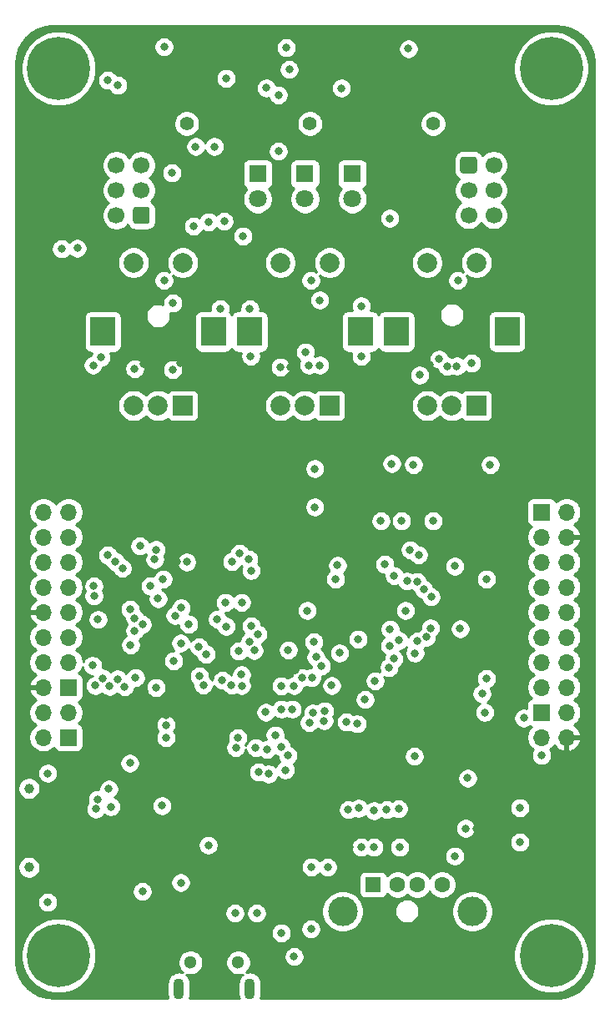
<source format=gbr>
%TF.GenerationSoftware,KiCad,Pcbnew,(5.1.8-0-10_14)*%
%TF.CreationDate,2021-03-24T11:52:58+01:00*%
%TF.ProjectId,KLST_TINY,4b4c5354-5f54-4494-9e59-2e6b69636164,0.1*%
%TF.SameCoordinates,Original*%
%TF.FileFunction,Copper,L3,Inr*%
%TF.FilePolarity,Positive*%
%FSLAX46Y46*%
G04 Gerber Fmt 4.6, Leading zero omitted, Abs format (unit mm)*
G04 Created by KiCad (PCBNEW (5.1.8-0-10_14)) date 2021-03-24 11:52:58*
%MOMM*%
%LPD*%
G01*
G04 APERTURE LIST*
%TA.AperFunction,WasherPad*%
%ADD10C,1.400000*%
%TD*%
%TA.AperFunction,ComponentPad*%
%ADD11O,1.700000X1.700000*%
%TD*%
%TA.AperFunction,ComponentPad*%
%ADD12R,1.700000X1.700000*%
%TD*%
%TA.AperFunction,ComponentPad*%
%ADD13C,1.700000*%
%TD*%
%TA.AperFunction,ComponentPad*%
%ADD14O,1.070000X2.140000*%
%TD*%
%TA.AperFunction,ComponentPad*%
%ADD15C,1.300000*%
%TD*%
%TA.AperFunction,WasherPad*%
%ADD16C,1.000000*%
%TD*%
%TA.AperFunction,ComponentPad*%
%ADD17C,1.800000*%
%TD*%
%TA.AperFunction,ComponentPad*%
%ADD18R,1.800000X1.800000*%
%TD*%
%TA.AperFunction,ComponentPad*%
%ADD19C,1.600000*%
%TD*%
%TA.AperFunction,ComponentPad*%
%ADD20R,1.600000X1.500000*%
%TD*%
%TA.AperFunction,ComponentPad*%
%ADD21C,3.000000*%
%TD*%
%TA.AperFunction,ComponentPad*%
%ADD22R,2.000000X2.000000*%
%TD*%
%TA.AperFunction,ComponentPad*%
%ADD23C,2.000000*%
%TD*%
%TA.AperFunction,ComponentPad*%
%ADD24R,2.500000X3.000000*%
%TD*%
%TA.AperFunction,ComponentPad*%
%ADD25C,0.800000*%
%TD*%
%TA.AperFunction,ComponentPad*%
%ADD26C,6.400000*%
%TD*%
%TA.AperFunction,ViaPad*%
%ADD27C,0.800000*%
%TD*%
%TA.AperFunction,Conductor*%
%ADD28C,0.254000*%
%TD*%
%TA.AperFunction,Conductor*%
%ADD29C,0.100000*%
%TD*%
G04 APERTURE END LIST*
D10*
%TO.N,*%
%TO.C,J8*%
X142000000Y-63600000D03*
%TD*%
%TO.N,*%
%TO.C,J7*%
X129500000Y-63600000D03*
%TD*%
%TO.N,*%
%TO.C,J6*%
X117000000Y-63600000D03*
%TD*%
D11*
%TO.N,/LINE_IN_RIGHT*%
%TO.C,J13*%
X102460000Y-123340000D03*
%TO.N,/LINE_IN_LEFT*%
X105000000Y-123340000D03*
%TO.N,/LINE_OUT_RIGHT*%
X102460000Y-125880000D03*
D12*
%TO.N,/LINE_OUT_LEFT*%
X105000000Y-125880000D03*
%TD*%
D11*
%TO.N,+3V3*%
%TO.C,J11*%
X155540000Y-125860000D03*
%TO.N,GND*%
X153000000Y-125860000D03*
%TO.N,+5V*%
X155540000Y-123320000D03*
D12*
%TO.N,GND*%
X153000000Y-123320000D03*
%TD*%
D13*
%TO.N,/UART_01_RX*%
%TO.C,J12*%
X109860000Y-67820000D03*
%TO.N,GND*%
X109860000Y-70360000D03*
%TO.N,/UART_01_TX*%
X109860000Y-72900000D03*
%TO.N,GND*%
X112400000Y-67820000D03*
%TO.N,Net-(D6-Pad2)*%
X112400000Y-70360000D03*
%TO.N,GND*%
%TA.AperFunction,ComponentPad*%
G36*
G01*
X113250000Y-72300000D02*
X113250000Y-73500000D01*
G75*
G02*
X113000000Y-73750000I-250000J0D01*
G01*
X111800000Y-73750000D01*
G75*
G02*
X111550000Y-73500000I0J250000D01*
G01*
X111550000Y-72300000D01*
G75*
G02*
X111800000Y-72050000I250000J0D01*
G01*
X113000000Y-72050000D01*
G75*
G02*
X113250000Y-72300000I0J-250000D01*
G01*
G37*
%TD.AperFunction*%
%TD*%
D11*
%TO.N,/UART_01_RX*%
%TO.C,J9*%
X102460000Y-103000000D03*
%TO.N,/UART_00_RX*%
X105000000Y-103000000D03*
%TO.N,GND*%
X102460000Y-105540000D03*
X105000000Y-105540000D03*
%TO.N,/UART_01_TX*%
X102460000Y-108080000D03*
%TO.N,/UART_00_TX*%
X105000000Y-108080000D03*
%TO.N,/I2C_00_SDA*%
X102460000Y-110620000D03*
%TO.N,/I2C_00_SCL*%
X105000000Y-110620000D03*
%TO.N,+3V3*%
X102460000Y-113160000D03*
%TO.N,GND*%
X105000000Y-113160000D03*
%TO.N,/SPI_00_MOSI*%
X102460000Y-115700000D03*
%TO.N,/SPI_00_MISO*%
X105000000Y-115700000D03*
%TO.N,/SPI_00_SCK*%
X102460000Y-118240000D03*
%TO.N,GND*%
X105000000Y-118240000D03*
%TO.N,+3V3*%
X102460000Y-120780000D03*
D12*
%TO.N,GND*%
X105000000Y-120780000D03*
%TD*%
D11*
%TO.N,/DAC_00*%
%TO.C,J4*%
X155540000Y-120780000D03*
%TO.N,/DAC_01*%
X153000000Y-120780000D03*
%TO.N,/ADC_00*%
X155540000Y-118240000D03*
%TO.N,/ADC_01*%
X153000000Y-118240000D03*
%TO.N,/GPIO_06*%
X155540000Y-115700000D03*
%TO.N,/GPIO_07*%
X153000000Y-115700000D03*
%TO.N,/GPIO_04*%
X155540000Y-113160000D03*
%TO.N,/GPIO_05*%
X153000000Y-113160000D03*
%TO.N,/GPIO_02*%
X155540000Y-110620000D03*
%TO.N,/GPIO_03*%
X153000000Y-110620000D03*
%TO.N,/GPIO_00*%
X155540000Y-108080000D03*
%TO.N,/GPIO_01*%
X153000000Y-108080000D03*
%TO.N,+3V3*%
X155540000Y-105540000D03*
%TO.N,GND*%
X153000000Y-105540000D03*
%TO.N,+5V*%
X155540000Y-103000000D03*
D12*
%TO.N,GND*%
X153000000Y-103000000D03*
%TD*%
D14*
%TO.N,GND*%
%TO.C,J3*%
X123400000Y-151350000D03*
X116200000Y-151350000D03*
D15*
X122225000Y-148700000D03*
X117375000Y-148700000D03*
%TD*%
D16*
%TO.N,*%
%TO.C,J1*%
X101000000Y-131050000D03*
X101000000Y-139050000D03*
%TD*%
D13*
%TO.N,/UART_00_RX*%
%TO.C,J10*%
X148140000Y-72880000D03*
%TO.N,GND*%
X148140000Y-70340000D03*
%TO.N,/UART_00_TX*%
X148140000Y-67800000D03*
%TO.N,GND*%
X145600000Y-72880000D03*
%TO.N,Net-(D5-Pad2)*%
X145600000Y-70340000D03*
%TO.N,GND*%
%TA.AperFunction,ComponentPad*%
G36*
G01*
X144750000Y-68400000D02*
X144750000Y-67200000D01*
G75*
G02*
X145000000Y-66950000I250000J0D01*
G01*
X146200000Y-66950000D01*
G75*
G02*
X146450000Y-67200000I0J-250000D01*
G01*
X146450000Y-68400000D01*
G75*
G02*
X146200000Y-68650000I-250000J0D01*
G01*
X145000000Y-68650000D01*
G75*
G02*
X144750000Y-68400000I0J250000D01*
G01*
G37*
%TD.AperFunction*%
%TD*%
D17*
%TO.N,/LED_02*%
%TO.C,D3*%
X124200000Y-71240000D03*
D18*
%TO.N,Net-(D3-Pad1)*%
X124200000Y-68700000D03*
%TD*%
D17*
%TO.N,/LED_01*%
%TO.C,D2*%
X129000000Y-71240000D03*
D18*
%TO.N,Net-(D2-Pad1)*%
X129000000Y-68700000D03*
%TD*%
D17*
%TO.N,/LED_00*%
%TO.C,D1*%
X133800000Y-71240000D03*
D18*
%TO.N,Net-(D1-Pad1)*%
X133800000Y-68700000D03*
%TD*%
D19*
%TO.N,GND*%
%TO.C,J2*%
X142900000Y-140800000D03*
%TO.N,/USB_CONN_D+*%
X140400000Y-140800000D03*
%TO.N,/USB_CONN_D-*%
X138400000Y-140800000D03*
D20*
%TO.N,+5V*%
X135900000Y-140800000D03*
D21*
%TO.N,GND*%
X145970000Y-143510000D03*
X132830000Y-143510000D03*
%TD*%
D22*
%TO.N,Net-(C43-Pad1)*%
%TO.C,SW5*%
X116600000Y-92200000D03*
D23*
%TO.N,GND*%
X114100000Y-92200000D03*
%TO.N,Net-(C44-Pad1)*%
X111600000Y-92200000D03*
D24*
%TO.N,N/C*%
X119700000Y-84700000D03*
X108500000Y-84700000D03*
D23*
%TO.N,Net-(R37-Pad1)*%
X116600000Y-77700000D03*
%TO.N,GND*%
X111600000Y-77700000D03*
%TD*%
D22*
%TO.N,Net-(C40-Pad1)*%
%TO.C,SW4*%
X131500000Y-92200000D03*
D23*
%TO.N,GND*%
X129000000Y-92200000D03*
%TO.N,Net-(C41-Pad1)*%
X126500000Y-92200000D03*
D24*
%TO.N,N/C*%
X134600000Y-84700000D03*
X123400000Y-84700000D03*
D23*
%TO.N,Net-(R31-Pad1)*%
X131500000Y-77700000D03*
%TO.N,GND*%
X126500000Y-77700000D03*
%TD*%
D22*
%TO.N,Net-(C37-Pad1)*%
%TO.C,SW3*%
X146400000Y-92200000D03*
D23*
%TO.N,GND*%
X143900000Y-92200000D03*
%TO.N,Net-(C38-Pad1)*%
X141400000Y-92200000D03*
D24*
%TO.N,N/C*%
X149500000Y-84700000D03*
X138300000Y-84700000D03*
D23*
%TO.N,Net-(R25-Pad1)*%
X146400000Y-77700000D03*
%TO.N,GND*%
X141400000Y-77700000D03*
%TD*%
D25*
%TO.N,N/C*%
%TO.C,H4*%
X155697056Y-146302944D03*
X154000000Y-145600000D03*
X152302944Y-146302944D03*
X151600000Y-148000000D03*
X152302944Y-149697056D03*
X154000000Y-150400000D03*
X155697056Y-149697056D03*
X156400000Y-148000000D03*
D26*
X154000000Y-148000000D03*
%TD*%
D25*
%TO.N,N/C*%
%TO.C,H3*%
X105697056Y-146302944D03*
X104000000Y-145600000D03*
X102302944Y-146302944D03*
X101600000Y-148000000D03*
X102302944Y-149697056D03*
X104000000Y-150400000D03*
X105697056Y-149697056D03*
X106400000Y-148000000D03*
D26*
X104000000Y-148000000D03*
%TD*%
D25*
%TO.N,N/C*%
%TO.C,H2*%
X155697056Y-56302944D03*
X154000000Y-55600000D03*
X152302944Y-56302944D03*
X151600000Y-58000000D03*
X152302944Y-59697056D03*
X154000000Y-60400000D03*
X155697056Y-59697056D03*
X156400000Y-58000000D03*
D26*
X154000000Y-58000000D03*
%TD*%
D25*
%TO.N,N/C*%
%TO.C,H1*%
X105697056Y-56302944D03*
X104000000Y-55600000D03*
X102302944Y-56302944D03*
X101600000Y-58000000D03*
X102302944Y-59697056D03*
X104000000Y-60400000D03*
X105697056Y-59697056D03*
X106400000Y-58000000D03*
D26*
X104000000Y-58000000D03*
%TD*%
D27*
%TO.N,GND*%
X132500000Y-117300000D03*
X121900000Y-143700000D03*
X124100000Y-143700000D03*
X129600000Y-145300000D03*
X116400000Y-140600000D03*
X114900000Y-125900000D03*
X114900000Y-124600000D03*
X114700000Y-79500000D03*
X115499638Y-68594973D03*
X129600000Y-79500000D03*
X126500000Y-88300000D03*
X144500000Y-79500000D03*
X127902605Y-120611002D03*
X132100000Y-109800000D03*
X132300000Y-108400000D03*
X144200000Y-108500000D03*
X147400000Y-109800000D03*
X147400000Y-119900000D03*
X135097131Y-122025010D03*
X131700000Y-120600000D03*
X144200000Y-137900000D03*
X145500000Y-130000000D03*
X129225010Y-113000502D03*
X121978246Y-126897931D03*
X136700000Y-103900000D03*
X137800000Y-98100000D03*
X140000000Y-98200000D03*
X147800000Y-98200000D03*
X130000000Y-98600000D03*
X130000000Y-102500000D03*
X117002532Y-108074990D03*
X111800000Y-119800000D03*
X145900000Y-87900000D03*
X130500000Y-88100000D03*
X123500000Y-87200000D03*
X134700000Y-87200000D03*
X114600000Y-109800000D03*
X137600000Y-73200000D03*
X134700000Y-82100000D03*
X123400000Y-82400000D03*
X120400000Y-82400000D03*
X138800000Y-103900000D03*
X142000000Y-103900000D03*
X125974599Y-125625401D03*
X122174555Y-125900000D03*
X144750930Y-114850930D03*
X146962873Y-121432701D03*
X140625010Y-89100000D03*
X150800000Y-133000000D03*
X150800000Y-136500000D03*
X111717672Y-88465124D03*
X115579960Y-88545359D03*
X114500000Y-132800000D03*
X119200000Y-136800022D03*
X102900000Y-142600000D03*
X112500000Y-141500000D03*
X102900000Y-129500000D03*
X111225010Y-128469459D03*
X153000000Y-127700000D03*
X151200000Y-123900000D03*
X114700000Y-55800000D03*
X127100000Y-55900000D03*
X139500000Y-56000000D03*
X132700000Y-60000000D03*
X126300000Y-66400000D03*
X134700000Y-137000000D03*
X136000000Y-137000000D03*
X138600000Y-137000000D03*
%TO.N,+3V3*%
X114900000Y-123600000D03*
X119200000Y-107100000D03*
X120200000Y-107100000D03*
X118500000Y-80500000D03*
X127500000Y-88300000D03*
X148389992Y-80510000D03*
X133390002Y-80510000D03*
X142800000Y-65800000D03*
X115400000Y-76200000D03*
X131200000Y-111700000D03*
X133800000Y-109800000D03*
X147400000Y-112600000D03*
X145700000Y-112500000D03*
X128063419Y-119035439D03*
X146400000Y-135100000D03*
X146400000Y-131600000D03*
X127450155Y-110975165D03*
X109400000Y-111500000D03*
X119000000Y-132000000D03*
X109278520Y-116471467D03*
X116002532Y-108074990D03*
X147300000Y-89100000D03*
X132400000Y-89100000D03*
X141662762Y-88057506D03*
X123997837Y-132003245D03*
X112700000Y-121199978D03*
X123624566Y-125738749D03*
X121542839Y-133574990D03*
X150800000Y-129500000D03*
X112593039Y-87981641D03*
X116341664Y-87897415D03*
X111600000Y-134900000D03*
X121500000Y-136800022D03*
X155600000Y-127700000D03*
X133500000Y-137000000D03*
%TO.N,+3.3VA*%
X134400000Y-115900000D03*
X136107212Y-120124979D03*
X125012841Y-123314701D03*
%TO.N,/audio_codec_WM8731/SIGNAL_IN_LEFT*%
X141800000Y-111600000D03*
X141736188Y-114774266D03*
%TO.N,/audio_codec_WM8731/SIGNAL_IN_RIGHT*%
X141337775Y-115691486D03*
X141047476Y-110842541D03*
%TO.N,/ENCODER_01_BUTTON*%
X130500000Y-81500000D03*
X121583724Y-108027338D03*
%TO.N,/ENCODER_00_BUTTON*%
X124200006Y-115399074D03*
X142600000Y-87500000D03*
%TO.N,/ENCODER_02_BUTTON*%
X115600000Y-81800000D03*
X111262931Y-112866261D03*
%TO.N,/LED_00*%
X111300005Y-116486381D03*
%TO.N,/LED_01*%
X112496065Y-114397838D03*
%TO.N,/LED_02*%
X111721560Y-113754902D03*
%TO.N,/ADC_00*%
X130674990Y-118600001D03*
X130947963Y-124179935D03*
%TO.N,/ADC_01*%
X130115138Y-117725010D03*
X130987603Y-123180709D03*
%TO.N,/DAC_00*%
X128683223Y-119820211D03*
X129443365Y-124374936D03*
%TO.N,/DAC_01*%
X129683213Y-119813492D03*
X129800000Y-123400000D03*
%TO.N,/GPIO_09*%
X109974990Y-119931902D03*
X120100000Y-113874990D03*
%TO.N,/GPIO_08*%
X110716560Y-120721293D03*
X121000000Y-114600000D03*
%TO.N,/GPIO_07*%
X127300000Y-117000000D03*
X145300000Y-135100000D03*
X147232725Y-123332724D03*
X133214865Y-124306377D03*
%TO.N,/GPIO_06*%
X126599996Y-120649958D03*
X134279002Y-124482627D03*
%TO.N,/GPIO_04*%
X121536987Y-120562307D03*
X125297854Y-129565659D03*
%TO.N,/GPIO_03*%
X120605876Y-120075163D03*
X125137989Y-127072233D03*
X126588000Y-126830698D03*
X124302567Y-129374990D03*
%TO.N,/GPIO_02*%
X118278545Y-119651481D03*
X123999978Y-126900000D03*
X127247993Y-127690277D03*
%TO.N,/GPIO_01*%
X123400926Y-116124084D03*
%TO.N,/GPIO_00*%
X123555534Y-114569786D03*
%TO.N,+5V*%
X126600000Y-145699992D03*
X127900002Y-148100000D03*
%TO.N,/SWD_NRST*%
X118685291Y-120565927D03*
X138500000Y-133100000D03*
%TO.N,/SWD_SWI*%
X109300000Y-132900000D03*
X116432658Y-112720234D03*
X108450020Y-119855416D03*
X137300000Y-133200000D03*
%TO.N,/SWD_SWO*%
X107443190Y-118558488D03*
X111730374Y-115041064D03*
X107777445Y-133130982D03*
X136000000Y-133300000D03*
%TO.N,/SWD_SWCLK*%
X114100000Y-111800000D03*
X107947152Y-132145475D03*
X107725010Y-120600000D03*
X134449988Y-133044134D03*
%TO.N,/SWD_SWDIO*%
X117200000Y-114375603D03*
X109100009Y-131100000D03*
X109175022Y-120689553D03*
X133400000Y-133200000D03*
%TO.N,/audio_codec_WM8731/SIGNAL_OUT_RIGHT*%
X137536587Y-118772647D03*
X139665826Y-106831769D03*
%TO.N,/audio_codec_WM8731/SIGNAL_OUT_LEFT*%
X138005587Y-117889436D03*
X140526748Y-107340530D03*
%TO.N,/BOOT_FLASH*%
X113870517Y-120809963D03*
X127000000Y-129175022D03*
X115674990Y-118100000D03*
X140099206Y-127775052D03*
%TO.N,/ENCODER_01_A*%
X129400000Y-88100000D03*
X123300000Y-107800000D03*
%TO.N,/ENCODER_01_B*%
X129061529Y-86771560D03*
X122374990Y-107200000D03*
%TO.N,/ENCODER_00_A*%
X122277861Y-117099341D03*
X144400000Y-88200000D03*
%TO.N,/ENCODER_00_B*%
X123850009Y-117049991D03*
X143400003Y-88206805D03*
%TO.N,/ENCODER_02_A*%
X122576077Y-120612932D03*
X107500000Y-88100000D03*
%TO.N,/ENCODER_02_B*%
X122565892Y-119492891D03*
X108300000Y-87300000D03*
%TO.N,/AUDIOCODEC_I2S_MCK*%
X138537779Y-116031441D03*
X139199996Y-113000000D03*
%TO.N,/UART_01_RX*%
X113305164Y-110504053D03*
X115806512Y-113499955D03*
%TO.N,/UART_01_TX*%
X104300000Y-76300002D03*
X105894479Y-76232751D03*
%TO.N,/audio_codec_WM8731/SIGNAL_MIC_BIAS*%
X140161931Y-117321876D03*
X139334329Y-110005475D03*
%TO.N,/USB_D+*%
X118235229Y-116689647D03*
X127700000Y-123000018D03*
%TO.N,/audio_codec_WM8731/SIGNAL_MIC_IN*%
X140391588Y-110082407D03*
X122700032Y-75000000D03*
X140425010Y-116100000D03*
X117700002Y-74000000D03*
%TO.N,/USB_D-*%
X118966255Y-117425010D03*
X126600000Y-123000000D03*
%TO.N,/ADCLRC*%
X129902557Y-116174994D03*
X116400002Y-116300000D03*
%TO.N,/USB_CONN_D-*%
X129649988Y-139004697D03*
X131300030Y-139025010D03*
%TO.N,/audio_codec_WM8731/HEADPHONE_LEFT*%
X120800000Y-73500000D03*
X119800011Y-65925010D03*
%TO.N,/audio_codec_WM8731/SIGNAL_HEADPHONE_LEFT*%
X137625012Y-114893022D03*
X137100000Y-108300000D03*
%TO.N,/audio_codec_WM8731/HEADPHONE_RIGHT*%
X117900607Y-65925010D03*
X119220657Y-73574990D03*
%TO.N,/audio_codec_WM8731/SIGNAL_HEADPHONE_RIGHT*%
X137602320Y-116568257D03*
X138058727Y-109466283D03*
%TO.N,/SPI_00_MOSI*%
X120920868Y-112166307D03*
X112243692Y-106438456D03*
X107572238Y-110511013D03*
X108997068Y-107362182D03*
%TO.N,/SPI_00_SCK*%
X108000000Y-113900000D03*
X113754202Y-107807313D03*
X110477872Y-108709134D03*
X123528048Y-108941010D03*
%TO.N,/SPI_00_MISO*%
X122574990Y-112174968D03*
X113889035Y-106810976D03*
X109744229Y-108029582D03*
X107600550Y-111510624D03*
%TO.N,/LINE_OUT_LEFT*%
X121000000Y-59000000D03*
X110000000Y-59700000D03*
%TO.N,/LINE_OUT_RIGHT*%
X109000000Y-59200000D03*
X127400000Y-58099996D03*
%TO.N,/LINE_IN_LEFT*%
X126300000Y-60699998D03*
%TO.N,/LINE_IN_RIGHT*%
X125079242Y-59974988D03*
%TD*%
D28*
%TO.N,+3V3*%
X155225555Y-53732221D02*
X155924940Y-53937398D01*
X156572904Y-54271120D01*
X157146074Y-54721353D01*
X157623762Y-55271839D01*
X157988742Y-55902730D01*
X158227836Y-56591248D01*
X158335790Y-57335790D01*
X158340000Y-57508063D01*
X158340001Y-148468581D01*
X158267779Y-149225555D01*
X158062602Y-149924940D01*
X157728878Y-150572906D01*
X157278650Y-151146072D01*
X156728159Y-151623763D01*
X156097270Y-151988741D01*
X155408752Y-152227836D01*
X154664210Y-152335790D01*
X154491937Y-152340000D01*
X124483446Y-152340000D01*
X124486169Y-152334906D01*
X124553071Y-152114360D01*
X124570000Y-151942477D01*
X124570000Y-150757523D01*
X124553071Y-150585640D01*
X124486169Y-150365094D01*
X124377526Y-150161838D01*
X124231318Y-149983682D01*
X124053162Y-149837474D01*
X123849906Y-149728831D01*
X123629360Y-149661929D01*
X123400000Y-149639339D01*
X123170641Y-149661929D01*
X123038171Y-149702113D01*
X123044140Y-149698125D01*
X123223125Y-149519140D01*
X123363753Y-149308676D01*
X123460619Y-149074821D01*
X123510000Y-148826561D01*
X123510000Y-148573439D01*
X123460619Y-148325179D01*
X123363753Y-148091324D01*
X123301437Y-147998061D01*
X126865002Y-147998061D01*
X126865002Y-148201939D01*
X126904776Y-148401898D01*
X126982797Y-148590256D01*
X127096065Y-148759774D01*
X127240228Y-148903937D01*
X127409746Y-149017205D01*
X127598104Y-149095226D01*
X127798063Y-149135000D01*
X128001941Y-149135000D01*
X128201900Y-149095226D01*
X128390258Y-149017205D01*
X128559776Y-148903937D01*
X128703939Y-148759774D01*
X128817207Y-148590256D01*
X128895228Y-148401898D01*
X128935002Y-148201939D01*
X128935002Y-147998061D01*
X128895228Y-147798102D01*
X128822402Y-147622285D01*
X150165000Y-147622285D01*
X150165000Y-148377715D01*
X150312377Y-149118628D01*
X150601467Y-149816554D01*
X151021161Y-150444670D01*
X151555330Y-150978839D01*
X152183446Y-151398533D01*
X152881372Y-151687623D01*
X153622285Y-151835000D01*
X154377715Y-151835000D01*
X155118628Y-151687623D01*
X155816554Y-151398533D01*
X156444670Y-150978839D01*
X156978839Y-150444670D01*
X157398533Y-149816554D01*
X157687623Y-149118628D01*
X157835000Y-148377715D01*
X157835000Y-147622285D01*
X157687623Y-146881372D01*
X157398533Y-146183446D01*
X156978839Y-145555330D01*
X156444670Y-145021161D01*
X155816554Y-144601467D01*
X155118628Y-144312377D01*
X154377715Y-144165000D01*
X153622285Y-144165000D01*
X152881372Y-144312377D01*
X152183446Y-144601467D01*
X151555330Y-145021161D01*
X151021161Y-145555330D01*
X150601467Y-146183446D01*
X150312377Y-146881372D01*
X150165000Y-147622285D01*
X128822402Y-147622285D01*
X128817207Y-147609744D01*
X128703939Y-147440226D01*
X128559776Y-147296063D01*
X128390258Y-147182795D01*
X128201900Y-147104774D01*
X128001941Y-147065000D01*
X127798063Y-147065000D01*
X127598104Y-147104774D01*
X127409746Y-147182795D01*
X127240228Y-147296063D01*
X127096065Y-147440226D01*
X126982797Y-147609744D01*
X126904776Y-147798102D01*
X126865002Y-147998061D01*
X123301437Y-147998061D01*
X123223125Y-147880860D01*
X123044140Y-147701875D01*
X122833676Y-147561247D01*
X122599821Y-147464381D01*
X122351561Y-147415000D01*
X122098439Y-147415000D01*
X121850179Y-147464381D01*
X121616324Y-147561247D01*
X121405860Y-147701875D01*
X121226875Y-147880860D01*
X121086247Y-148091324D01*
X120989381Y-148325179D01*
X120940000Y-148573439D01*
X120940000Y-148826561D01*
X120989381Y-149074821D01*
X121086247Y-149308676D01*
X121226875Y-149519140D01*
X121405860Y-149698125D01*
X121616324Y-149838753D01*
X121850179Y-149935619D01*
X122098439Y-149985000D01*
X122351561Y-149985000D01*
X122599821Y-149935619D01*
X122655199Y-149912681D01*
X122568683Y-149983682D01*
X122422475Y-150161838D01*
X122313831Y-150365094D01*
X122246929Y-150585640D01*
X122230000Y-150757523D01*
X122230000Y-151942476D01*
X122246929Y-152114359D01*
X122313831Y-152334905D01*
X122316554Y-152340000D01*
X117283446Y-152340000D01*
X117286169Y-152334906D01*
X117353071Y-152114360D01*
X117370000Y-151942477D01*
X117370000Y-150757523D01*
X117353071Y-150585640D01*
X117286169Y-150365094D01*
X117177526Y-150161838D01*
X117031318Y-149983682D01*
X116944803Y-149912682D01*
X117000179Y-149935619D01*
X117248439Y-149985000D01*
X117501561Y-149985000D01*
X117749821Y-149935619D01*
X117983676Y-149838753D01*
X118194140Y-149698125D01*
X118373125Y-149519140D01*
X118513753Y-149308676D01*
X118610619Y-149074821D01*
X118660000Y-148826561D01*
X118660000Y-148573439D01*
X118610619Y-148325179D01*
X118513753Y-148091324D01*
X118373125Y-147880860D01*
X118194140Y-147701875D01*
X117983676Y-147561247D01*
X117749821Y-147464381D01*
X117501561Y-147415000D01*
X117248439Y-147415000D01*
X117000179Y-147464381D01*
X116766324Y-147561247D01*
X116555860Y-147701875D01*
X116376875Y-147880860D01*
X116236247Y-148091324D01*
X116139381Y-148325179D01*
X116090000Y-148573439D01*
X116090000Y-148826561D01*
X116139381Y-149074821D01*
X116236247Y-149308676D01*
X116376875Y-149519140D01*
X116555860Y-149698125D01*
X116561828Y-149702113D01*
X116429360Y-149661929D01*
X116200000Y-149639339D01*
X115970641Y-149661929D01*
X115750095Y-149728831D01*
X115546839Y-149837474D01*
X115368683Y-149983682D01*
X115222475Y-150161838D01*
X115113831Y-150365094D01*
X115046929Y-150585640D01*
X115030000Y-150757523D01*
X115030000Y-151942476D01*
X115046929Y-152114359D01*
X115113831Y-152334905D01*
X115116554Y-152340000D01*
X103531409Y-152340000D01*
X102774445Y-152267779D01*
X102075060Y-152062602D01*
X101427094Y-151728878D01*
X100853928Y-151278650D01*
X100376237Y-150728159D01*
X100011259Y-150097270D01*
X99772164Y-149408752D01*
X99664210Y-148664210D01*
X99660000Y-148491937D01*
X99660000Y-147622285D01*
X100165000Y-147622285D01*
X100165000Y-148377715D01*
X100312377Y-149118628D01*
X100601467Y-149816554D01*
X101021161Y-150444670D01*
X101555330Y-150978839D01*
X102183446Y-151398533D01*
X102881372Y-151687623D01*
X103622285Y-151835000D01*
X104377715Y-151835000D01*
X105118628Y-151687623D01*
X105816554Y-151398533D01*
X106444670Y-150978839D01*
X106978839Y-150444670D01*
X107398533Y-149816554D01*
X107687623Y-149118628D01*
X107835000Y-148377715D01*
X107835000Y-147622285D01*
X107687623Y-146881372D01*
X107398533Y-146183446D01*
X107007386Y-145598053D01*
X125565000Y-145598053D01*
X125565000Y-145801931D01*
X125604774Y-146001890D01*
X125682795Y-146190248D01*
X125796063Y-146359766D01*
X125940226Y-146503929D01*
X126109744Y-146617197D01*
X126298102Y-146695218D01*
X126498061Y-146734992D01*
X126701939Y-146734992D01*
X126901898Y-146695218D01*
X127090256Y-146617197D01*
X127259774Y-146503929D01*
X127403937Y-146359766D01*
X127517205Y-146190248D01*
X127595226Y-146001890D01*
X127635000Y-145801931D01*
X127635000Y-145598053D01*
X127595226Y-145398094D01*
X127517205Y-145209736D01*
X127509405Y-145198061D01*
X128565000Y-145198061D01*
X128565000Y-145401939D01*
X128604774Y-145601898D01*
X128682795Y-145790256D01*
X128796063Y-145959774D01*
X128940226Y-146103937D01*
X129109744Y-146217205D01*
X129298102Y-146295226D01*
X129498061Y-146335000D01*
X129701939Y-146335000D01*
X129901898Y-146295226D01*
X130090256Y-146217205D01*
X130259774Y-146103937D01*
X130403937Y-145959774D01*
X130517205Y-145790256D01*
X130595226Y-145601898D01*
X130635000Y-145401939D01*
X130635000Y-145198061D01*
X130595226Y-144998102D01*
X130517205Y-144809744D01*
X130403937Y-144640226D01*
X130259774Y-144496063D01*
X130090256Y-144382795D01*
X129901898Y-144304774D01*
X129701939Y-144265000D01*
X129498061Y-144265000D01*
X129298102Y-144304774D01*
X129109744Y-144382795D01*
X128940226Y-144496063D01*
X128796063Y-144640226D01*
X128682795Y-144809744D01*
X128604774Y-144998102D01*
X128565000Y-145198061D01*
X127509405Y-145198061D01*
X127403937Y-145040218D01*
X127259774Y-144896055D01*
X127090256Y-144782787D01*
X126901898Y-144704766D01*
X126701939Y-144664992D01*
X126498061Y-144664992D01*
X126298102Y-144704766D01*
X126109744Y-144782787D01*
X125940226Y-144896055D01*
X125796063Y-145040218D01*
X125682795Y-145209736D01*
X125604774Y-145398094D01*
X125565000Y-145598053D01*
X107007386Y-145598053D01*
X106978839Y-145555330D01*
X106444670Y-145021161D01*
X105816554Y-144601467D01*
X105118628Y-144312377D01*
X104377715Y-144165000D01*
X103622285Y-144165000D01*
X102881372Y-144312377D01*
X102183446Y-144601467D01*
X101555330Y-145021161D01*
X101021161Y-145555330D01*
X100601467Y-146183446D01*
X100312377Y-146881372D01*
X100165000Y-147622285D01*
X99660000Y-147622285D01*
X99660000Y-142498061D01*
X101865000Y-142498061D01*
X101865000Y-142701939D01*
X101904774Y-142901898D01*
X101982795Y-143090256D01*
X102096063Y-143259774D01*
X102240226Y-143403937D01*
X102409744Y-143517205D01*
X102598102Y-143595226D01*
X102798061Y-143635000D01*
X103001939Y-143635000D01*
X103187645Y-143598061D01*
X120865000Y-143598061D01*
X120865000Y-143801939D01*
X120904774Y-144001898D01*
X120982795Y-144190256D01*
X121096063Y-144359774D01*
X121240226Y-144503937D01*
X121409744Y-144617205D01*
X121598102Y-144695226D01*
X121798061Y-144735000D01*
X122001939Y-144735000D01*
X122201898Y-144695226D01*
X122390256Y-144617205D01*
X122559774Y-144503937D01*
X122703937Y-144359774D01*
X122817205Y-144190256D01*
X122895226Y-144001898D01*
X122935000Y-143801939D01*
X122935000Y-143598061D01*
X123065000Y-143598061D01*
X123065000Y-143801939D01*
X123104774Y-144001898D01*
X123182795Y-144190256D01*
X123296063Y-144359774D01*
X123440226Y-144503937D01*
X123609744Y-144617205D01*
X123798102Y-144695226D01*
X123998061Y-144735000D01*
X124201939Y-144735000D01*
X124401898Y-144695226D01*
X124590256Y-144617205D01*
X124759774Y-144503937D01*
X124903937Y-144359774D01*
X125017205Y-144190256D01*
X125095226Y-144001898D01*
X125135000Y-143801939D01*
X125135000Y-143598061D01*
X125095226Y-143398102D01*
X125054475Y-143299721D01*
X130695000Y-143299721D01*
X130695000Y-143720279D01*
X130777047Y-144132756D01*
X130937988Y-144521302D01*
X131171637Y-144870983D01*
X131469017Y-145168363D01*
X131818698Y-145402012D01*
X132207244Y-145562953D01*
X132619721Y-145645000D01*
X133040279Y-145645000D01*
X133452756Y-145562953D01*
X133841302Y-145402012D01*
X134190983Y-145168363D01*
X134488363Y-144870983D01*
X134722012Y-144521302D01*
X134882953Y-144132756D01*
X134965000Y-143720279D01*
X134965000Y-143352890D01*
X138100048Y-143352890D01*
X138100048Y-143599110D01*
X138148083Y-143840598D01*
X138242307Y-144068074D01*
X138379099Y-144272798D01*
X138553202Y-144446901D01*
X138757926Y-144583693D01*
X138985402Y-144677917D01*
X139226890Y-144725952D01*
X139473110Y-144725952D01*
X139714598Y-144677917D01*
X139942074Y-144583693D01*
X140146798Y-144446901D01*
X140320901Y-144272798D01*
X140457693Y-144068074D01*
X140551917Y-143840598D01*
X140599952Y-143599110D01*
X140599952Y-143352890D01*
X140589377Y-143299721D01*
X143835000Y-143299721D01*
X143835000Y-143720279D01*
X143917047Y-144132756D01*
X144077988Y-144521302D01*
X144311637Y-144870983D01*
X144609017Y-145168363D01*
X144958698Y-145402012D01*
X145347244Y-145562953D01*
X145759721Y-145645000D01*
X146180279Y-145645000D01*
X146592756Y-145562953D01*
X146981302Y-145402012D01*
X147330983Y-145168363D01*
X147628363Y-144870983D01*
X147862012Y-144521302D01*
X148022953Y-144132756D01*
X148105000Y-143720279D01*
X148105000Y-143299721D01*
X148022953Y-142887244D01*
X147862012Y-142498698D01*
X147628363Y-142149017D01*
X147330983Y-141851637D01*
X146981302Y-141617988D01*
X146592756Y-141457047D01*
X146180279Y-141375000D01*
X145759721Y-141375000D01*
X145347244Y-141457047D01*
X144958698Y-141617988D01*
X144609017Y-141851637D01*
X144311637Y-142149017D01*
X144077988Y-142498698D01*
X143917047Y-142887244D01*
X143835000Y-143299721D01*
X140589377Y-143299721D01*
X140551917Y-143111402D01*
X140457693Y-142883926D01*
X140320901Y-142679202D01*
X140146798Y-142505099D01*
X139942074Y-142368307D01*
X139714598Y-142274083D01*
X139473110Y-142226048D01*
X139226890Y-142226048D01*
X138985402Y-142274083D01*
X138757926Y-142368307D01*
X138553202Y-142505099D01*
X138379099Y-142679202D01*
X138242307Y-142883926D01*
X138148083Y-143111402D01*
X138100048Y-143352890D01*
X134965000Y-143352890D01*
X134965000Y-143299721D01*
X134882953Y-142887244D01*
X134722012Y-142498698D01*
X134488363Y-142149017D01*
X134190983Y-141851637D01*
X133841302Y-141617988D01*
X133452756Y-141457047D01*
X133040279Y-141375000D01*
X132619721Y-141375000D01*
X132207244Y-141457047D01*
X131818698Y-141617988D01*
X131469017Y-141851637D01*
X131171637Y-142149017D01*
X130937988Y-142498698D01*
X130777047Y-142887244D01*
X130695000Y-143299721D01*
X125054475Y-143299721D01*
X125017205Y-143209744D01*
X124903937Y-143040226D01*
X124759774Y-142896063D01*
X124590256Y-142782795D01*
X124401898Y-142704774D01*
X124201939Y-142665000D01*
X123998061Y-142665000D01*
X123798102Y-142704774D01*
X123609744Y-142782795D01*
X123440226Y-142896063D01*
X123296063Y-143040226D01*
X123182795Y-143209744D01*
X123104774Y-143398102D01*
X123065000Y-143598061D01*
X122935000Y-143598061D01*
X122895226Y-143398102D01*
X122817205Y-143209744D01*
X122703937Y-143040226D01*
X122559774Y-142896063D01*
X122390256Y-142782795D01*
X122201898Y-142704774D01*
X122001939Y-142665000D01*
X121798061Y-142665000D01*
X121598102Y-142704774D01*
X121409744Y-142782795D01*
X121240226Y-142896063D01*
X121096063Y-143040226D01*
X120982795Y-143209744D01*
X120904774Y-143398102D01*
X120865000Y-143598061D01*
X103187645Y-143598061D01*
X103201898Y-143595226D01*
X103390256Y-143517205D01*
X103559774Y-143403937D01*
X103703937Y-143259774D01*
X103817205Y-143090256D01*
X103895226Y-142901898D01*
X103935000Y-142701939D01*
X103935000Y-142498061D01*
X103895226Y-142298102D01*
X103817205Y-142109744D01*
X103703937Y-141940226D01*
X103559774Y-141796063D01*
X103390256Y-141682795D01*
X103201898Y-141604774D01*
X103001939Y-141565000D01*
X102798061Y-141565000D01*
X102598102Y-141604774D01*
X102409744Y-141682795D01*
X102240226Y-141796063D01*
X102096063Y-141940226D01*
X101982795Y-142109744D01*
X101904774Y-142298102D01*
X101865000Y-142498061D01*
X99660000Y-142498061D01*
X99660000Y-141398061D01*
X111465000Y-141398061D01*
X111465000Y-141601939D01*
X111504774Y-141801898D01*
X111582795Y-141990256D01*
X111696063Y-142159774D01*
X111840226Y-142303937D01*
X112009744Y-142417205D01*
X112198102Y-142495226D01*
X112398061Y-142535000D01*
X112601939Y-142535000D01*
X112801898Y-142495226D01*
X112990256Y-142417205D01*
X113159774Y-142303937D01*
X113303937Y-142159774D01*
X113417205Y-141990256D01*
X113495226Y-141801898D01*
X113535000Y-141601939D01*
X113535000Y-141398061D01*
X113495226Y-141198102D01*
X113417205Y-141009744D01*
X113303937Y-140840226D01*
X113159774Y-140696063D01*
X112990256Y-140582795D01*
X112801898Y-140504774D01*
X112768150Y-140498061D01*
X115365000Y-140498061D01*
X115365000Y-140701939D01*
X115404774Y-140901898D01*
X115482795Y-141090256D01*
X115596063Y-141259774D01*
X115740226Y-141403937D01*
X115909744Y-141517205D01*
X116098102Y-141595226D01*
X116298061Y-141635000D01*
X116501939Y-141635000D01*
X116701898Y-141595226D01*
X116890256Y-141517205D01*
X117059774Y-141403937D01*
X117203937Y-141259774D01*
X117317205Y-141090256D01*
X117395226Y-140901898D01*
X117435000Y-140701939D01*
X117435000Y-140498061D01*
X117395226Y-140298102D01*
X117317205Y-140109744D01*
X117203937Y-139940226D01*
X117059774Y-139796063D01*
X116890256Y-139682795D01*
X116701898Y-139604774D01*
X116501939Y-139565000D01*
X116298061Y-139565000D01*
X116098102Y-139604774D01*
X115909744Y-139682795D01*
X115740226Y-139796063D01*
X115596063Y-139940226D01*
X115482795Y-140109744D01*
X115404774Y-140298102D01*
X115365000Y-140498061D01*
X112768150Y-140498061D01*
X112601939Y-140465000D01*
X112398061Y-140465000D01*
X112198102Y-140504774D01*
X112009744Y-140582795D01*
X111840226Y-140696063D01*
X111696063Y-140840226D01*
X111582795Y-141009744D01*
X111504774Y-141198102D01*
X111465000Y-141398061D01*
X99660000Y-141398061D01*
X99660000Y-138938212D01*
X99865000Y-138938212D01*
X99865000Y-139161788D01*
X99908617Y-139381067D01*
X99994176Y-139587624D01*
X100118388Y-139773520D01*
X100276480Y-139931612D01*
X100462376Y-140055824D01*
X100668933Y-140141383D01*
X100888212Y-140185000D01*
X101111788Y-140185000D01*
X101331067Y-140141383D01*
X101537624Y-140055824D01*
X101723520Y-139931612D01*
X101881612Y-139773520D01*
X102005824Y-139587624D01*
X102091383Y-139381067D01*
X102135000Y-139161788D01*
X102135000Y-138938212D01*
X102127948Y-138902758D01*
X128614988Y-138902758D01*
X128614988Y-139106636D01*
X128654762Y-139306595D01*
X128732783Y-139494953D01*
X128846051Y-139664471D01*
X128990214Y-139808634D01*
X129159732Y-139921902D01*
X129348090Y-139999923D01*
X129548049Y-140039697D01*
X129751927Y-140039697D01*
X129951886Y-139999923D01*
X130140244Y-139921902D01*
X130309762Y-139808634D01*
X130453925Y-139664471D01*
X130468223Y-139643073D01*
X130496093Y-139684784D01*
X130640256Y-139828947D01*
X130809774Y-139942215D01*
X130998132Y-140020236D01*
X131198091Y-140060010D01*
X131401969Y-140060010D01*
X131452293Y-140050000D01*
X134461928Y-140050000D01*
X134461928Y-141550000D01*
X134474188Y-141674482D01*
X134510498Y-141794180D01*
X134569463Y-141904494D01*
X134648815Y-142001185D01*
X134745506Y-142080537D01*
X134855820Y-142139502D01*
X134975518Y-142175812D01*
X135100000Y-142188072D01*
X136700000Y-142188072D01*
X136824482Y-142175812D01*
X136944180Y-142139502D01*
X137054494Y-142080537D01*
X137151185Y-142001185D01*
X137230537Y-141904494D01*
X137289502Y-141794180D01*
X137307023Y-141736419D01*
X137485241Y-141914637D01*
X137720273Y-142071680D01*
X137981426Y-142179853D01*
X138258665Y-142235000D01*
X138541335Y-142235000D01*
X138818574Y-142179853D01*
X139079727Y-142071680D01*
X139314759Y-141914637D01*
X139400000Y-141829396D01*
X139485241Y-141914637D01*
X139720273Y-142071680D01*
X139981426Y-142179853D01*
X140258665Y-142235000D01*
X140541335Y-142235000D01*
X140818574Y-142179853D01*
X141079727Y-142071680D01*
X141314759Y-141914637D01*
X141514637Y-141714759D01*
X141650000Y-141512173D01*
X141785363Y-141714759D01*
X141985241Y-141914637D01*
X142220273Y-142071680D01*
X142481426Y-142179853D01*
X142758665Y-142235000D01*
X143041335Y-142235000D01*
X143318574Y-142179853D01*
X143579727Y-142071680D01*
X143814759Y-141914637D01*
X144014637Y-141714759D01*
X144171680Y-141479727D01*
X144279853Y-141218574D01*
X144335000Y-140941335D01*
X144335000Y-140658665D01*
X144279853Y-140381426D01*
X144171680Y-140120273D01*
X144014637Y-139885241D01*
X143814759Y-139685363D01*
X143579727Y-139528320D01*
X143318574Y-139420147D01*
X143041335Y-139365000D01*
X142758665Y-139365000D01*
X142481426Y-139420147D01*
X142220273Y-139528320D01*
X141985241Y-139685363D01*
X141785363Y-139885241D01*
X141650000Y-140087827D01*
X141514637Y-139885241D01*
X141314759Y-139685363D01*
X141079727Y-139528320D01*
X140818574Y-139420147D01*
X140541335Y-139365000D01*
X140258665Y-139365000D01*
X139981426Y-139420147D01*
X139720273Y-139528320D01*
X139485241Y-139685363D01*
X139400000Y-139770604D01*
X139314759Y-139685363D01*
X139079727Y-139528320D01*
X138818574Y-139420147D01*
X138541335Y-139365000D01*
X138258665Y-139365000D01*
X137981426Y-139420147D01*
X137720273Y-139528320D01*
X137485241Y-139685363D01*
X137307023Y-139863581D01*
X137289502Y-139805820D01*
X137230537Y-139695506D01*
X137151185Y-139598815D01*
X137054494Y-139519463D01*
X136944180Y-139460498D01*
X136824482Y-139424188D01*
X136700000Y-139411928D01*
X135100000Y-139411928D01*
X134975518Y-139424188D01*
X134855820Y-139460498D01*
X134745506Y-139519463D01*
X134648815Y-139598815D01*
X134569463Y-139695506D01*
X134510498Y-139805820D01*
X134474188Y-139925518D01*
X134461928Y-140050000D01*
X131452293Y-140050000D01*
X131601928Y-140020236D01*
X131790286Y-139942215D01*
X131959804Y-139828947D01*
X132103967Y-139684784D01*
X132217235Y-139515266D01*
X132295256Y-139326908D01*
X132335030Y-139126949D01*
X132335030Y-138923071D01*
X132295256Y-138723112D01*
X132217235Y-138534754D01*
X132103967Y-138365236D01*
X131959804Y-138221073D01*
X131790286Y-138107805D01*
X131601928Y-138029784D01*
X131401969Y-137990010D01*
X131198091Y-137990010D01*
X130998132Y-138029784D01*
X130809774Y-138107805D01*
X130640256Y-138221073D01*
X130496093Y-138365236D01*
X130481795Y-138386634D01*
X130453925Y-138344923D01*
X130309762Y-138200760D01*
X130140244Y-138087492D01*
X129951886Y-138009471D01*
X129751927Y-137969697D01*
X129548049Y-137969697D01*
X129348090Y-138009471D01*
X129159732Y-138087492D01*
X128990214Y-138200760D01*
X128846051Y-138344923D01*
X128732783Y-138514441D01*
X128654762Y-138702799D01*
X128614988Y-138902758D01*
X102127948Y-138902758D01*
X102091383Y-138718933D01*
X102005824Y-138512376D01*
X101881612Y-138326480D01*
X101723520Y-138168388D01*
X101537624Y-138044176D01*
X101331067Y-137958617D01*
X101111788Y-137915000D01*
X100888212Y-137915000D01*
X100668933Y-137958617D01*
X100462376Y-138044176D01*
X100276480Y-138168388D01*
X100118388Y-138326480D01*
X99994176Y-138512376D01*
X99908617Y-138718933D01*
X99865000Y-138938212D01*
X99660000Y-138938212D01*
X99660000Y-136698083D01*
X118165000Y-136698083D01*
X118165000Y-136901961D01*
X118204774Y-137101920D01*
X118282795Y-137290278D01*
X118396063Y-137459796D01*
X118540226Y-137603959D01*
X118709744Y-137717227D01*
X118898102Y-137795248D01*
X119098061Y-137835022D01*
X119301939Y-137835022D01*
X119501898Y-137795248D01*
X119690256Y-137717227D01*
X119859774Y-137603959D01*
X120003937Y-137459796D01*
X120117205Y-137290278D01*
X120195226Y-137101920D01*
X120235000Y-136901961D01*
X120235000Y-136898061D01*
X133665000Y-136898061D01*
X133665000Y-137101939D01*
X133704774Y-137301898D01*
X133782795Y-137490256D01*
X133896063Y-137659774D01*
X134040226Y-137803937D01*
X134209744Y-137917205D01*
X134398102Y-137995226D01*
X134598061Y-138035000D01*
X134801939Y-138035000D01*
X135001898Y-137995226D01*
X135190256Y-137917205D01*
X135350000Y-137810468D01*
X135509744Y-137917205D01*
X135698102Y-137995226D01*
X135898061Y-138035000D01*
X136101939Y-138035000D01*
X136301898Y-137995226D01*
X136490256Y-137917205D01*
X136659774Y-137803937D01*
X136803937Y-137659774D01*
X136917205Y-137490256D01*
X136995226Y-137301898D01*
X137035000Y-137101939D01*
X137035000Y-136898061D01*
X137565000Y-136898061D01*
X137565000Y-137101939D01*
X137604774Y-137301898D01*
X137682795Y-137490256D01*
X137796063Y-137659774D01*
X137940226Y-137803937D01*
X138109744Y-137917205D01*
X138298102Y-137995226D01*
X138498061Y-138035000D01*
X138701939Y-138035000D01*
X138901898Y-137995226D01*
X139090256Y-137917205D01*
X139259774Y-137803937D01*
X139265650Y-137798061D01*
X143165000Y-137798061D01*
X143165000Y-138001939D01*
X143204774Y-138201898D01*
X143282795Y-138390256D01*
X143396063Y-138559774D01*
X143540226Y-138703937D01*
X143709744Y-138817205D01*
X143898102Y-138895226D01*
X144098061Y-138935000D01*
X144301939Y-138935000D01*
X144501898Y-138895226D01*
X144690256Y-138817205D01*
X144859774Y-138703937D01*
X145003937Y-138559774D01*
X145117205Y-138390256D01*
X145195226Y-138201898D01*
X145235000Y-138001939D01*
X145235000Y-137798061D01*
X145195226Y-137598102D01*
X145117205Y-137409744D01*
X145003937Y-137240226D01*
X144859774Y-137096063D01*
X144690256Y-136982795D01*
X144501898Y-136904774D01*
X144301939Y-136865000D01*
X144098061Y-136865000D01*
X143898102Y-136904774D01*
X143709744Y-136982795D01*
X143540226Y-137096063D01*
X143396063Y-137240226D01*
X143282795Y-137409744D01*
X143204774Y-137598102D01*
X143165000Y-137798061D01*
X139265650Y-137798061D01*
X139403937Y-137659774D01*
X139517205Y-137490256D01*
X139595226Y-137301898D01*
X139635000Y-137101939D01*
X139635000Y-136898061D01*
X139595226Y-136698102D01*
X139517205Y-136509744D01*
X139442582Y-136398061D01*
X149765000Y-136398061D01*
X149765000Y-136601939D01*
X149804774Y-136801898D01*
X149882795Y-136990256D01*
X149996063Y-137159774D01*
X150140226Y-137303937D01*
X150309744Y-137417205D01*
X150498102Y-137495226D01*
X150698061Y-137535000D01*
X150901939Y-137535000D01*
X151101898Y-137495226D01*
X151290256Y-137417205D01*
X151459774Y-137303937D01*
X151603937Y-137159774D01*
X151717205Y-136990256D01*
X151795226Y-136801898D01*
X151835000Y-136601939D01*
X151835000Y-136398061D01*
X151795226Y-136198102D01*
X151717205Y-136009744D01*
X151603937Y-135840226D01*
X151459774Y-135696063D01*
X151290256Y-135582795D01*
X151101898Y-135504774D01*
X150901939Y-135465000D01*
X150698061Y-135465000D01*
X150498102Y-135504774D01*
X150309744Y-135582795D01*
X150140226Y-135696063D01*
X149996063Y-135840226D01*
X149882795Y-136009744D01*
X149804774Y-136198102D01*
X149765000Y-136398061D01*
X139442582Y-136398061D01*
X139403937Y-136340226D01*
X139259774Y-136196063D01*
X139090256Y-136082795D01*
X138901898Y-136004774D01*
X138701939Y-135965000D01*
X138498061Y-135965000D01*
X138298102Y-136004774D01*
X138109744Y-136082795D01*
X137940226Y-136196063D01*
X137796063Y-136340226D01*
X137682795Y-136509744D01*
X137604774Y-136698102D01*
X137565000Y-136898061D01*
X137035000Y-136898061D01*
X136995226Y-136698102D01*
X136917205Y-136509744D01*
X136803937Y-136340226D01*
X136659774Y-136196063D01*
X136490256Y-136082795D01*
X136301898Y-136004774D01*
X136101939Y-135965000D01*
X135898061Y-135965000D01*
X135698102Y-136004774D01*
X135509744Y-136082795D01*
X135350000Y-136189532D01*
X135190256Y-136082795D01*
X135001898Y-136004774D01*
X134801939Y-135965000D01*
X134598061Y-135965000D01*
X134398102Y-136004774D01*
X134209744Y-136082795D01*
X134040226Y-136196063D01*
X133896063Y-136340226D01*
X133782795Y-136509744D01*
X133704774Y-136698102D01*
X133665000Y-136898061D01*
X120235000Y-136898061D01*
X120235000Y-136698083D01*
X120195226Y-136498124D01*
X120117205Y-136309766D01*
X120003937Y-136140248D01*
X119859774Y-135996085D01*
X119690256Y-135882817D01*
X119501898Y-135804796D01*
X119301939Y-135765022D01*
X119098061Y-135765022D01*
X118898102Y-135804796D01*
X118709744Y-135882817D01*
X118540226Y-135996085D01*
X118396063Y-136140248D01*
X118282795Y-136309766D01*
X118204774Y-136498124D01*
X118165000Y-136698083D01*
X99660000Y-136698083D01*
X99660000Y-134998061D01*
X144265000Y-134998061D01*
X144265000Y-135201939D01*
X144304774Y-135401898D01*
X144382795Y-135590256D01*
X144496063Y-135759774D01*
X144640226Y-135903937D01*
X144809744Y-136017205D01*
X144998102Y-136095226D01*
X145198061Y-136135000D01*
X145401939Y-136135000D01*
X145601898Y-136095226D01*
X145790256Y-136017205D01*
X145959774Y-135903937D01*
X146103937Y-135759774D01*
X146217205Y-135590256D01*
X146295226Y-135401898D01*
X146335000Y-135201939D01*
X146335000Y-134998061D01*
X146295226Y-134798102D01*
X146217205Y-134609744D01*
X146103937Y-134440226D01*
X145959774Y-134296063D01*
X145790256Y-134182795D01*
X145601898Y-134104774D01*
X145401939Y-134065000D01*
X145198061Y-134065000D01*
X144998102Y-134104774D01*
X144809744Y-134182795D01*
X144640226Y-134296063D01*
X144496063Y-134440226D01*
X144382795Y-134609744D01*
X144304774Y-134798102D01*
X144265000Y-134998061D01*
X99660000Y-134998061D01*
X99660000Y-133029043D01*
X106742445Y-133029043D01*
X106742445Y-133232921D01*
X106782219Y-133432880D01*
X106860240Y-133621238D01*
X106973508Y-133790756D01*
X107117671Y-133934919D01*
X107287189Y-134048187D01*
X107475547Y-134126208D01*
X107675506Y-134165982D01*
X107879384Y-134165982D01*
X108079343Y-134126208D01*
X108267701Y-134048187D01*
X108437219Y-133934919D01*
X108581382Y-133790756D01*
X108639726Y-133703437D01*
X108640226Y-133703937D01*
X108809744Y-133817205D01*
X108998102Y-133895226D01*
X109198061Y-133935000D01*
X109401939Y-133935000D01*
X109601898Y-133895226D01*
X109790256Y-133817205D01*
X109959774Y-133703937D01*
X110103937Y-133559774D01*
X110217205Y-133390256D01*
X110295226Y-133201898D01*
X110335000Y-133001939D01*
X110335000Y-132798061D01*
X110315109Y-132698061D01*
X113465000Y-132698061D01*
X113465000Y-132901939D01*
X113504774Y-133101898D01*
X113582795Y-133290256D01*
X113696063Y-133459774D01*
X113840226Y-133603937D01*
X114009744Y-133717205D01*
X114198102Y-133795226D01*
X114398061Y-133835000D01*
X114601939Y-133835000D01*
X114801898Y-133795226D01*
X114990256Y-133717205D01*
X115159774Y-133603937D01*
X115303937Y-133459774D01*
X115417205Y-133290256D01*
X115495226Y-133101898D01*
X115495989Y-133098061D01*
X132365000Y-133098061D01*
X132365000Y-133301939D01*
X132404774Y-133501898D01*
X132482795Y-133690256D01*
X132596063Y-133859774D01*
X132740226Y-134003937D01*
X132909744Y-134117205D01*
X133098102Y-134195226D01*
X133298061Y-134235000D01*
X133501939Y-134235000D01*
X133701898Y-134195226D01*
X133890256Y-134117205D01*
X134059774Y-134003937D01*
X134060593Y-134003118D01*
X134148090Y-134039360D01*
X134348049Y-134079134D01*
X134551927Y-134079134D01*
X134751886Y-134039360D01*
X134940244Y-133961339D01*
X135109762Y-133848071D01*
X135116754Y-133841079D01*
X135196063Y-133959774D01*
X135340226Y-134103937D01*
X135509744Y-134217205D01*
X135698102Y-134295226D01*
X135898061Y-134335000D01*
X136101939Y-134335000D01*
X136301898Y-134295226D01*
X136490256Y-134217205D01*
X136659774Y-134103937D01*
X136711890Y-134051821D01*
X136809744Y-134117205D01*
X136998102Y-134195226D01*
X137198061Y-134235000D01*
X137401939Y-134235000D01*
X137601898Y-134195226D01*
X137790256Y-134117205D01*
X137959774Y-134003937D01*
X137971836Y-133991875D01*
X138009744Y-134017205D01*
X138198102Y-134095226D01*
X138398061Y-134135000D01*
X138601939Y-134135000D01*
X138801898Y-134095226D01*
X138990256Y-134017205D01*
X139159774Y-133903937D01*
X139303937Y-133759774D01*
X139417205Y-133590256D01*
X139495226Y-133401898D01*
X139535000Y-133201939D01*
X139535000Y-132998061D01*
X139515109Y-132898061D01*
X149765000Y-132898061D01*
X149765000Y-133101939D01*
X149804774Y-133301898D01*
X149882795Y-133490256D01*
X149996063Y-133659774D01*
X150140226Y-133803937D01*
X150309744Y-133917205D01*
X150498102Y-133995226D01*
X150698061Y-134035000D01*
X150901939Y-134035000D01*
X151101898Y-133995226D01*
X151290256Y-133917205D01*
X151459774Y-133803937D01*
X151603937Y-133659774D01*
X151717205Y-133490256D01*
X151795226Y-133301898D01*
X151835000Y-133101939D01*
X151835000Y-132898061D01*
X151795226Y-132698102D01*
X151717205Y-132509744D01*
X151603937Y-132340226D01*
X151459774Y-132196063D01*
X151290256Y-132082795D01*
X151101898Y-132004774D01*
X150901939Y-131965000D01*
X150698061Y-131965000D01*
X150498102Y-132004774D01*
X150309744Y-132082795D01*
X150140226Y-132196063D01*
X149996063Y-132340226D01*
X149882795Y-132509744D01*
X149804774Y-132698102D01*
X149765000Y-132898061D01*
X139515109Y-132898061D01*
X139495226Y-132798102D01*
X139417205Y-132609744D01*
X139303937Y-132440226D01*
X139159774Y-132296063D01*
X138990256Y-132182795D01*
X138801898Y-132104774D01*
X138601939Y-132065000D01*
X138398061Y-132065000D01*
X138198102Y-132104774D01*
X138009744Y-132182795D01*
X137840226Y-132296063D01*
X137828164Y-132308125D01*
X137790256Y-132282795D01*
X137601898Y-132204774D01*
X137401939Y-132165000D01*
X137198061Y-132165000D01*
X136998102Y-132204774D01*
X136809744Y-132282795D01*
X136640226Y-132396063D01*
X136588110Y-132448179D01*
X136490256Y-132382795D01*
X136301898Y-132304774D01*
X136101939Y-132265000D01*
X135898061Y-132265000D01*
X135698102Y-132304774D01*
X135509744Y-132382795D01*
X135340226Y-132496063D01*
X135333234Y-132503055D01*
X135253925Y-132384360D01*
X135109762Y-132240197D01*
X134940244Y-132126929D01*
X134751886Y-132048908D01*
X134551927Y-132009134D01*
X134348049Y-132009134D01*
X134148090Y-132048908D01*
X133959732Y-132126929D01*
X133790214Y-132240197D01*
X133789395Y-132241016D01*
X133701898Y-132204774D01*
X133501939Y-132165000D01*
X133298061Y-132165000D01*
X133098102Y-132204774D01*
X132909744Y-132282795D01*
X132740226Y-132396063D01*
X132596063Y-132540226D01*
X132482795Y-132709744D01*
X132404774Y-132898102D01*
X132365000Y-133098061D01*
X115495989Y-133098061D01*
X115535000Y-132901939D01*
X115535000Y-132698061D01*
X115495226Y-132498102D01*
X115417205Y-132309744D01*
X115303937Y-132140226D01*
X115159774Y-131996063D01*
X114990256Y-131882795D01*
X114801898Y-131804774D01*
X114601939Y-131765000D01*
X114398061Y-131765000D01*
X114198102Y-131804774D01*
X114009744Y-131882795D01*
X113840226Y-131996063D01*
X113696063Y-132140226D01*
X113582795Y-132309744D01*
X113504774Y-132498102D01*
X113465000Y-132698061D01*
X110315109Y-132698061D01*
X110295226Y-132598102D01*
X110217205Y-132409744D01*
X110103937Y-132240226D01*
X109959774Y-132096063D01*
X109790256Y-131982795D01*
X109698589Y-131944825D01*
X109759783Y-131903937D01*
X109903946Y-131759774D01*
X110017214Y-131590256D01*
X110095235Y-131401898D01*
X110135009Y-131201939D01*
X110135009Y-130998061D01*
X110095235Y-130798102D01*
X110017214Y-130609744D01*
X109903946Y-130440226D01*
X109759783Y-130296063D01*
X109590265Y-130182795D01*
X109401907Y-130104774D01*
X109201948Y-130065000D01*
X108998070Y-130065000D01*
X108798111Y-130104774D01*
X108609753Y-130182795D01*
X108440235Y-130296063D01*
X108296072Y-130440226D01*
X108182804Y-130609744D01*
X108104783Y-130798102D01*
X108065009Y-130998061D01*
X108065009Y-131113641D01*
X108049091Y-131110475D01*
X107845213Y-131110475D01*
X107645254Y-131150249D01*
X107456896Y-131228270D01*
X107287378Y-131341538D01*
X107143215Y-131485701D01*
X107029947Y-131655219D01*
X106951926Y-131843577D01*
X106912152Y-132043536D01*
X106912152Y-132247414D01*
X106951926Y-132447373D01*
X106966280Y-132482026D01*
X106860240Y-132640726D01*
X106782219Y-132829084D01*
X106742445Y-133029043D01*
X99660000Y-133029043D01*
X99660000Y-130938212D01*
X99865000Y-130938212D01*
X99865000Y-131161788D01*
X99908617Y-131381067D01*
X99994176Y-131587624D01*
X100118388Y-131773520D01*
X100276480Y-131931612D01*
X100462376Y-132055824D01*
X100668933Y-132141383D01*
X100888212Y-132185000D01*
X101111788Y-132185000D01*
X101331067Y-132141383D01*
X101537624Y-132055824D01*
X101723520Y-131931612D01*
X101881612Y-131773520D01*
X102005824Y-131587624D01*
X102091383Y-131381067D01*
X102135000Y-131161788D01*
X102135000Y-130938212D01*
X102091383Y-130718933D01*
X102005824Y-130512376D01*
X101881612Y-130326480D01*
X101723520Y-130168388D01*
X101537624Y-130044176D01*
X101331067Y-129958617D01*
X101111788Y-129915000D01*
X100888212Y-129915000D01*
X100668933Y-129958617D01*
X100462376Y-130044176D01*
X100276480Y-130168388D01*
X100118388Y-130326480D01*
X99994176Y-130512376D01*
X99908617Y-130718933D01*
X99865000Y-130938212D01*
X99660000Y-130938212D01*
X99660000Y-129398061D01*
X101865000Y-129398061D01*
X101865000Y-129601939D01*
X101904774Y-129801898D01*
X101982795Y-129990256D01*
X102096063Y-130159774D01*
X102240226Y-130303937D01*
X102409744Y-130417205D01*
X102598102Y-130495226D01*
X102798061Y-130535000D01*
X103001939Y-130535000D01*
X103201898Y-130495226D01*
X103390256Y-130417205D01*
X103559774Y-130303937D01*
X103703937Y-130159774D01*
X103817205Y-129990256D01*
X103895226Y-129801898D01*
X103935000Y-129601939D01*
X103935000Y-129398061D01*
X103895226Y-129198102D01*
X103817205Y-129009744D01*
X103703937Y-128840226D01*
X103559774Y-128696063D01*
X103390256Y-128582795D01*
X103201898Y-128504774D01*
X103001939Y-128465000D01*
X102798061Y-128465000D01*
X102598102Y-128504774D01*
X102409744Y-128582795D01*
X102240226Y-128696063D01*
X102096063Y-128840226D01*
X101982795Y-129009744D01*
X101904774Y-129198102D01*
X101865000Y-129398061D01*
X99660000Y-129398061D01*
X99660000Y-128367520D01*
X110190010Y-128367520D01*
X110190010Y-128571398D01*
X110229784Y-128771357D01*
X110307805Y-128959715D01*
X110421073Y-129129233D01*
X110565236Y-129273396D01*
X110734754Y-129386664D01*
X110923112Y-129464685D01*
X111123071Y-129504459D01*
X111326949Y-129504459D01*
X111526908Y-129464685D01*
X111715266Y-129386664D01*
X111884784Y-129273396D01*
X112028947Y-129129233D01*
X112142215Y-128959715D01*
X112220236Y-128771357D01*
X112260010Y-128571398D01*
X112260010Y-128367520D01*
X112220236Y-128167561D01*
X112142215Y-127979203D01*
X112028947Y-127809685D01*
X111884784Y-127665522D01*
X111715266Y-127552254D01*
X111526908Y-127474233D01*
X111326949Y-127434459D01*
X111123071Y-127434459D01*
X110923112Y-127474233D01*
X110734754Y-127552254D01*
X110565236Y-127665522D01*
X110421073Y-127809685D01*
X110307805Y-127979203D01*
X110229784Y-128167561D01*
X110190010Y-128367520D01*
X99660000Y-128367520D01*
X99660000Y-102853740D01*
X100975000Y-102853740D01*
X100975000Y-103146260D01*
X101032068Y-103433158D01*
X101144010Y-103703411D01*
X101306525Y-103946632D01*
X101513368Y-104153475D01*
X101687760Y-104270000D01*
X101513368Y-104386525D01*
X101306525Y-104593368D01*
X101144010Y-104836589D01*
X101032068Y-105106842D01*
X100975000Y-105393740D01*
X100975000Y-105686260D01*
X101032068Y-105973158D01*
X101144010Y-106243411D01*
X101306525Y-106486632D01*
X101513368Y-106693475D01*
X101687760Y-106810000D01*
X101513368Y-106926525D01*
X101306525Y-107133368D01*
X101144010Y-107376589D01*
X101032068Y-107646842D01*
X100975000Y-107933740D01*
X100975000Y-108226260D01*
X101032068Y-108513158D01*
X101144010Y-108783411D01*
X101306525Y-109026632D01*
X101513368Y-109233475D01*
X101687760Y-109350000D01*
X101513368Y-109466525D01*
X101306525Y-109673368D01*
X101144010Y-109916589D01*
X101032068Y-110186842D01*
X100975000Y-110473740D01*
X100975000Y-110766260D01*
X101032068Y-111053158D01*
X101144010Y-111323411D01*
X101306525Y-111566632D01*
X101513368Y-111773475D01*
X101695534Y-111895195D01*
X101578645Y-111964822D01*
X101362412Y-112159731D01*
X101188359Y-112393080D01*
X101063175Y-112655901D01*
X101018524Y-112803110D01*
X101139845Y-113033000D01*
X102333000Y-113033000D01*
X102333000Y-113013000D01*
X102587000Y-113013000D01*
X102587000Y-113033000D01*
X102607000Y-113033000D01*
X102607000Y-113287000D01*
X102587000Y-113287000D01*
X102587000Y-113307000D01*
X102333000Y-113307000D01*
X102333000Y-113287000D01*
X101139845Y-113287000D01*
X101018524Y-113516890D01*
X101063175Y-113664099D01*
X101188359Y-113926920D01*
X101362412Y-114160269D01*
X101578645Y-114355178D01*
X101695534Y-114424805D01*
X101513368Y-114546525D01*
X101306525Y-114753368D01*
X101144010Y-114996589D01*
X101032068Y-115266842D01*
X100975000Y-115553740D01*
X100975000Y-115846260D01*
X101032068Y-116133158D01*
X101144010Y-116403411D01*
X101306525Y-116646632D01*
X101513368Y-116853475D01*
X101687760Y-116970000D01*
X101513368Y-117086525D01*
X101306525Y-117293368D01*
X101144010Y-117536589D01*
X101032068Y-117806842D01*
X100975000Y-118093740D01*
X100975000Y-118386260D01*
X101032068Y-118673158D01*
X101144010Y-118943411D01*
X101306525Y-119186632D01*
X101513368Y-119393475D01*
X101695534Y-119515195D01*
X101578645Y-119584822D01*
X101362412Y-119779731D01*
X101188359Y-120013080D01*
X101063175Y-120275901D01*
X101018524Y-120423110D01*
X101139845Y-120653000D01*
X102333000Y-120653000D01*
X102333000Y-120633000D01*
X102587000Y-120633000D01*
X102587000Y-120653000D01*
X102607000Y-120653000D01*
X102607000Y-120907000D01*
X102587000Y-120907000D01*
X102587000Y-120927000D01*
X102333000Y-120927000D01*
X102333000Y-120907000D01*
X101139845Y-120907000D01*
X101018524Y-121136890D01*
X101063175Y-121284099D01*
X101188359Y-121546920D01*
X101362412Y-121780269D01*
X101578645Y-121975178D01*
X101711359Y-122054232D01*
X101513368Y-122186525D01*
X101306525Y-122393368D01*
X101144010Y-122636589D01*
X101032068Y-122906842D01*
X100975000Y-123193740D01*
X100975000Y-123486260D01*
X101032068Y-123773158D01*
X101144010Y-124043411D01*
X101306525Y-124286632D01*
X101513368Y-124493475D01*
X101687760Y-124610000D01*
X101513368Y-124726525D01*
X101306525Y-124933368D01*
X101144010Y-125176589D01*
X101032068Y-125446842D01*
X100975000Y-125733740D01*
X100975000Y-126026260D01*
X101032068Y-126313158D01*
X101144010Y-126583411D01*
X101306525Y-126826632D01*
X101513368Y-127033475D01*
X101756589Y-127195990D01*
X102026842Y-127307932D01*
X102313740Y-127365000D01*
X102606260Y-127365000D01*
X102893158Y-127307932D01*
X103163411Y-127195990D01*
X103406632Y-127033475D01*
X103538487Y-126901620D01*
X103560498Y-126974180D01*
X103619463Y-127084494D01*
X103698815Y-127181185D01*
X103795506Y-127260537D01*
X103905820Y-127319502D01*
X104025518Y-127355812D01*
X104150000Y-127368072D01*
X105850000Y-127368072D01*
X105974482Y-127355812D01*
X106094180Y-127319502D01*
X106204494Y-127260537D01*
X106301185Y-127181185D01*
X106380537Y-127084494D01*
X106439502Y-126974180D01*
X106475812Y-126854482D01*
X106488072Y-126730000D01*
X106488072Y-125030000D01*
X106475812Y-124905518D01*
X106439502Y-124785820D01*
X106380537Y-124675506D01*
X106301185Y-124578815D01*
X106204494Y-124499463D01*
X106201872Y-124498061D01*
X113865000Y-124498061D01*
X113865000Y-124701939D01*
X113904774Y-124901898D01*
X113982795Y-125090256D01*
X114089532Y-125250000D01*
X113982795Y-125409744D01*
X113904774Y-125598102D01*
X113865000Y-125798061D01*
X113865000Y-126001939D01*
X113904774Y-126201898D01*
X113982795Y-126390256D01*
X114096063Y-126559774D01*
X114240226Y-126703937D01*
X114409744Y-126817205D01*
X114598102Y-126895226D01*
X114798061Y-126935000D01*
X115001939Y-126935000D01*
X115201898Y-126895226D01*
X115390256Y-126817205D01*
X115422003Y-126795992D01*
X120943246Y-126795992D01*
X120943246Y-126999870D01*
X120983020Y-127199829D01*
X121061041Y-127388187D01*
X121174309Y-127557705D01*
X121318472Y-127701868D01*
X121487990Y-127815136D01*
X121676348Y-127893157D01*
X121876307Y-127932931D01*
X122080185Y-127932931D01*
X122280144Y-127893157D01*
X122468502Y-127815136D01*
X122638020Y-127701868D01*
X122782183Y-127557705D01*
X122895451Y-127388187D01*
X122973472Y-127199829D01*
X122988906Y-127122235D01*
X123004752Y-127201898D01*
X123082773Y-127390256D01*
X123196041Y-127559774D01*
X123340204Y-127703937D01*
X123509722Y-127817205D01*
X123698080Y-127895226D01*
X123898039Y-127935000D01*
X124101917Y-127935000D01*
X124301876Y-127895226D01*
X124440041Y-127837996D01*
X124478215Y-127876170D01*
X124647733Y-127989438D01*
X124836091Y-128067459D01*
X125036050Y-128107233D01*
X125239928Y-128107233D01*
X125439887Y-128067459D01*
X125628245Y-127989438D01*
X125797763Y-127876170D01*
X125941926Y-127732007D01*
X125982677Y-127671018D01*
X126097744Y-127747903D01*
X126213735Y-127795949D01*
X126252767Y-127992175D01*
X126330788Y-128180533D01*
X126421725Y-128316630D01*
X126340226Y-128371085D01*
X126196063Y-128515248D01*
X126082795Y-128684766D01*
X126023594Y-128827688D01*
X125957628Y-128761722D01*
X125788110Y-128648454D01*
X125599752Y-128570433D01*
X125399793Y-128530659D01*
X125195915Y-128530659D01*
X124995956Y-128570433D01*
X124971748Y-128580460D01*
X124962341Y-128571053D01*
X124792823Y-128457785D01*
X124604465Y-128379764D01*
X124404506Y-128339990D01*
X124200628Y-128339990D01*
X124000669Y-128379764D01*
X123812311Y-128457785D01*
X123642793Y-128571053D01*
X123498630Y-128715216D01*
X123385362Y-128884734D01*
X123307341Y-129073092D01*
X123267567Y-129273051D01*
X123267567Y-129476929D01*
X123307341Y-129676888D01*
X123385362Y-129865246D01*
X123498630Y-130034764D01*
X123642793Y-130178927D01*
X123812311Y-130292195D01*
X124000669Y-130370216D01*
X124200628Y-130409990D01*
X124404506Y-130409990D01*
X124604465Y-130370216D01*
X124628673Y-130360189D01*
X124638080Y-130369596D01*
X124807598Y-130482864D01*
X124995956Y-130560885D01*
X125195915Y-130600659D01*
X125399793Y-130600659D01*
X125599752Y-130560885D01*
X125788110Y-130482864D01*
X125957628Y-130369596D01*
X126101791Y-130225433D01*
X126215059Y-130055915D01*
X126274260Y-129912993D01*
X126340226Y-129978959D01*
X126509744Y-130092227D01*
X126698102Y-130170248D01*
X126898061Y-130210022D01*
X127101939Y-130210022D01*
X127301898Y-130170248D01*
X127490256Y-130092227D01*
X127659774Y-129978959D01*
X127740672Y-129898061D01*
X144465000Y-129898061D01*
X144465000Y-130101939D01*
X144504774Y-130301898D01*
X144582795Y-130490256D01*
X144696063Y-130659774D01*
X144840226Y-130803937D01*
X145009744Y-130917205D01*
X145198102Y-130995226D01*
X145398061Y-131035000D01*
X145601939Y-131035000D01*
X145801898Y-130995226D01*
X145990256Y-130917205D01*
X146159774Y-130803937D01*
X146303937Y-130659774D01*
X146417205Y-130490256D01*
X146495226Y-130301898D01*
X146535000Y-130101939D01*
X146535000Y-129898061D01*
X146495226Y-129698102D01*
X146417205Y-129509744D01*
X146303937Y-129340226D01*
X146159774Y-129196063D01*
X145990256Y-129082795D01*
X145801898Y-129004774D01*
X145601939Y-128965000D01*
X145398061Y-128965000D01*
X145198102Y-129004774D01*
X145009744Y-129082795D01*
X144840226Y-129196063D01*
X144696063Y-129340226D01*
X144582795Y-129509744D01*
X144504774Y-129698102D01*
X144465000Y-129898061D01*
X127740672Y-129898061D01*
X127803937Y-129834796D01*
X127917205Y-129665278D01*
X127995226Y-129476920D01*
X128035000Y-129276961D01*
X128035000Y-129073083D01*
X127995226Y-128873124D01*
X127917205Y-128684766D01*
X127826268Y-128548669D01*
X127907767Y-128494214D01*
X128051930Y-128350051D01*
X128165198Y-128180533D01*
X128243219Y-127992175D01*
X128282993Y-127792216D01*
X128282993Y-127673113D01*
X139064206Y-127673113D01*
X139064206Y-127876991D01*
X139103980Y-128076950D01*
X139182001Y-128265308D01*
X139295269Y-128434826D01*
X139439432Y-128578989D01*
X139608950Y-128692257D01*
X139797308Y-128770278D01*
X139997267Y-128810052D01*
X140201145Y-128810052D01*
X140401104Y-128770278D01*
X140589462Y-128692257D01*
X140758980Y-128578989D01*
X140903143Y-128434826D01*
X141016411Y-128265308D01*
X141094432Y-128076950D01*
X141134206Y-127876991D01*
X141134206Y-127673113D01*
X141094432Y-127473154D01*
X141016411Y-127284796D01*
X140903143Y-127115278D01*
X140758980Y-126971115D01*
X140589462Y-126857847D01*
X140401104Y-126779826D01*
X140201145Y-126740052D01*
X139997267Y-126740052D01*
X139797308Y-126779826D01*
X139608950Y-126857847D01*
X139439432Y-126971115D01*
X139295269Y-127115278D01*
X139182001Y-127284796D01*
X139103980Y-127473154D01*
X139064206Y-127673113D01*
X128282993Y-127673113D01*
X128282993Y-127588338D01*
X128243219Y-127388379D01*
X128165198Y-127200021D01*
X128051930Y-127030503D01*
X127907767Y-126886340D01*
X127738249Y-126773072D01*
X127622258Y-126725026D01*
X127583226Y-126528800D01*
X127505205Y-126340442D01*
X127391937Y-126170924D01*
X127247774Y-126026761D01*
X127078256Y-125913493D01*
X126980616Y-125873049D01*
X127009599Y-125727340D01*
X127009599Y-125523462D01*
X126969825Y-125323503D01*
X126891804Y-125135145D01*
X126778536Y-124965627D01*
X126634373Y-124821464D01*
X126464855Y-124708196D01*
X126276497Y-124630175D01*
X126076538Y-124590401D01*
X125872660Y-124590401D01*
X125672701Y-124630175D01*
X125484343Y-124708196D01*
X125314825Y-124821464D01*
X125170662Y-124965627D01*
X125057394Y-125135145D01*
X124979373Y-125323503D01*
X124939599Y-125523462D01*
X124939599Y-125727340D01*
X124979373Y-125927299D01*
X125025758Y-126039280D01*
X124836091Y-126077007D01*
X124697926Y-126134237D01*
X124659752Y-126096063D01*
X124490234Y-125982795D01*
X124301876Y-125904774D01*
X124101917Y-125865000D01*
X123898039Y-125865000D01*
X123698080Y-125904774D01*
X123509722Y-125982795D01*
X123340204Y-126096063D01*
X123196041Y-126240226D01*
X123082773Y-126409744D01*
X123004752Y-126598102D01*
X122989318Y-126675696D01*
X122973472Y-126596033D01*
X122964322Y-126573944D01*
X122978492Y-126559774D01*
X123091760Y-126390256D01*
X123169781Y-126201898D01*
X123209555Y-126001939D01*
X123209555Y-125798061D01*
X123169781Y-125598102D01*
X123091760Y-125409744D01*
X122978492Y-125240226D01*
X122834329Y-125096063D01*
X122664811Y-124982795D01*
X122476453Y-124904774D01*
X122276494Y-124865000D01*
X122072616Y-124865000D01*
X121872657Y-124904774D01*
X121684299Y-124982795D01*
X121514781Y-125096063D01*
X121370618Y-125240226D01*
X121257350Y-125409744D01*
X121179329Y-125598102D01*
X121139555Y-125798061D01*
X121139555Y-126001939D01*
X121179329Y-126201898D01*
X121188479Y-126223987D01*
X121174309Y-126238157D01*
X121061041Y-126407675D01*
X120983020Y-126596033D01*
X120943246Y-126795992D01*
X115422003Y-126795992D01*
X115559774Y-126703937D01*
X115703937Y-126559774D01*
X115817205Y-126390256D01*
X115895226Y-126201898D01*
X115935000Y-126001939D01*
X115935000Y-125798061D01*
X115895226Y-125598102D01*
X115817205Y-125409744D01*
X115710468Y-125250000D01*
X115817205Y-125090256D01*
X115895226Y-124901898D01*
X115935000Y-124701939D01*
X115935000Y-124498061D01*
X115895226Y-124298102D01*
X115817205Y-124109744D01*
X115703937Y-123940226D01*
X115559774Y-123796063D01*
X115390256Y-123682795D01*
X115201898Y-123604774D01*
X115001939Y-123565000D01*
X114798061Y-123565000D01*
X114598102Y-123604774D01*
X114409744Y-123682795D01*
X114240226Y-123796063D01*
X114096063Y-123940226D01*
X113982795Y-124109744D01*
X113904774Y-124298102D01*
X113865000Y-124498061D01*
X106201872Y-124498061D01*
X106094180Y-124440498D01*
X106021620Y-124418487D01*
X106153475Y-124286632D01*
X106315990Y-124043411D01*
X106427932Y-123773158D01*
X106485000Y-123486260D01*
X106485000Y-123212762D01*
X123977841Y-123212762D01*
X123977841Y-123416640D01*
X124017615Y-123616599D01*
X124095636Y-123804957D01*
X124208904Y-123974475D01*
X124353067Y-124118638D01*
X124522585Y-124231906D01*
X124710943Y-124309927D01*
X124910902Y-124349701D01*
X125114780Y-124349701D01*
X125314739Y-124309927D01*
X125403895Y-124272997D01*
X128408365Y-124272997D01*
X128408365Y-124476875D01*
X128448139Y-124676834D01*
X128526160Y-124865192D01*
X128639428Y-125034710D01*
X128783591Y-125178873D01*
X128953109Y-125292141D01*
X129141467Y-125370162D01*
X129341426Y-125409936D01*
X129545304Y-125409936D01*
X129745263Y-125370162D01*
X129933621Y-125292141D01*
X130103139Y-125178873D01*
X130247302Y-125034710D01*
X130284042Y-124979725D01*
X130288189Y-124983872D01*
X130457707Y-125097140D01*
X130646065Y-125175161D01*
X130846024Y-125214935D01*
X131049902Y-125214935D01*
X131249861Y-125175161D01*
X131438219Y-125097140D01*
X131607737Y-124983872D01*
X131751900Y-124839709D01*
X131865168Y-124670191D01*
X131943189Y-124481833D01*
X131982963Y-124281874D01*
X131982963Y-124204438D01*
X132179865Y-124204438D01*
X132179865Y-124408316D01*
X132219639Y-124608275D01*
X132297660Y-124796633D01*
X132410928Y-124966151D01*
X132555091Y-125110314D01*
X132724609Y-125223582D01*
X132912967Y-125301603D01*
X133112926Y-125341377D01*
X133316804Y-125341377D01*
X133516763Y-125301603D01*
X133599851Y-125267187D01*
X133619228Y-125286564D01*
X133788746Y-125399832D01*
X133977104Y-125477853D01*
X134177063Y-125517627D01*
X134380941Y-125517627D01*
X134580900Y-125477853D01*
X134769258Y-125399832D01*
X134938776Y-125286564D01*
X135082939Y-125142401D01*
X135196207Y-124972883D01*
X135274228Y-124784525D01*
X135314002Y-124584566D01*
X135314002Y-124380688D01*
X135274228Y-124180729D01*
X135196207Y-123992371D01*
X135082939Y-123822853D01*
X134938776Y-123678690D01*
X134769258Y-123565422D01*
X134580900Y-123487401D01*
X134380941Y-123447627D01*
X134177063Y-123447627D01*
X133977104Y-123487401D01*
X133894016Y-123521817D01*
X133874639Y-123502440D01*
X133705121Y-123389172D01*
X133516763Y-123311151D01*
X133316804Y-123271377D01*
X133112926Y-123271377D01*
X132912967Y-123311151D01*
X132724609Y-123389172D01*
X132555091Y-123502440D01*
X132410928Y-123646603D01*
X132297660Y-123816121D01*
X132219639Y-124004479D01*
X132179865Y-124204438D01*
X131982963Y-124204438D01*
X131982963Y-124077996D01*
X131943189Y-123878037D01*
X131875552Y-123714749D01*
X131904808Y-123670965D01*
X131982829Y-123482607D01*
X132022603Y-123282648D01*
X132022603Y-123078770D01*
X131982829Y-122878811D01*
X131904808Y-122690453D01*
X131791540Y-122520935D01*
X131647377Y-122376772D01*
X131477859Y-122263504D01*
X131289501Y-122185483D01*
X131089542Y-122145709D01*
X130885664Y-122145709D01*
X130685705Y-122185483D01*
X130497347Y-122263504D01*
X130327829Y-122376772D01*
X130241855Y-122462746D01*
X130101898Y-122404774D01*
X129901939Y-122365000D01*
X129698061Y-122365000D01*
X129498102Y-122404774D01*
X129309744Y-122482795D01*
X129140226Y-122596063D01*
X128996063Y-122740226D01*
X128882795Y-122909744D01*
X128804774Y-123098102D01*
X128765000Y-123298061D01*
X128765000Y-123501939D01*
X128779542Y-123575048D01*
X128639428Y-123715162D01*
X128526160Y-123884680D01*
X128448139Y-124073038D01*
X128408365Y-124272997D01*
X125403895Y-124272997D01*
X125503097Y-124231906D01*
X125672615Y-124118638D01*
X125816778Y-123974475D01*
X125930046Y-123804957D01*
X125933326Y-123797037D01*
X125940226Y-123803937D01*
X126109744Y-123917205D01*
X126298102Y-123995226D01*
X126498061Y-124035000D01*
X126701939Y-124035000D01*
X126901898Y-123995226D01*
X127090256Y-123917205D01*
X127149987Y-123877294D01*
X127209744Y-123917223D01*
X127398102Y-123995244D01*
X127598061Y-124035018D01*
X127801939Y-124035018D01*
X128001898Y-123995244D01*
X128190256Y-123917223D01*
X128359774Y-123803955D01*
X128503937Y-123659792D01*
X128617205Y-123490274D01*
X128695226Y-123301916D01*
X128735000Y-123101957D01*
X128735000Y-122898079D01*
X128695226Y-122698120D01*
X128617205Y-122509762D01*
X128503937Y-122340244D01*
X128359774Y-122196081D01*
X128190256Y-122082813D01*
X128001898Y-122004792D01*
X127801939Y-121965018D01*
X127598061Y-121965018D01*
X127398102Y-122004792D01*
X127209744Y-122082813D01*
X127150013Y-122122724D01*
X127090256Y-122082795D01*
X126901898Y-122004774D01*
X126701939Y-121965000D01*
X126498061Y-121965000D01*
X126298102Y-122004774D01*
X126109744Y-122082795D01*
X125940226Y-122196063D01*
X125796063Y-122340226D01*
X125682795Y-122509744D01*
X125679515Y-122517664D01*
X125672615Y-122510764D01*
X125503097Y-122397496D01*
X125314739Y-122319475D01*
X125114780Y-122279701D01*
X124910902Y-122279701D01*
X124710943Y-122319475D01*
X124522585Y-122397496D01*
X124353067Y-122510764D01*
X124208904Y-122654927D01*
X124095636Y-122824445D01*
X124017615Y-123012803D01*
X123977841Y-123212762D01*
X106485000Y-123212762D01*
X106485000Y-123193740D01*
X106427932Y-122906842D01*
X106315990Y-122636589D01*
X106153475Y-122393368D01*
X106006275Y-122246168D01*
X106094180Y-122219502D01*
X106204494Y-122160537D01*
X106301185Y-122081185D01*
X106380537Y-121984494D01*
X106413368Y-121923071D01*
X134062131Y-121923071D01*
X134062131Y-122126949D01*
X134101905Y-122326908D01*
X134179926Y-122515266D01*
X134293194Y-122684784D01*
X134437357Y-122828947D01*
X134606875Y-122942215D01*
X134795233Y-123020236D01*
X134995192Y-123060010D01*
X135199070Y-123060010D01*
X135399029Y-123020236D01*
X135587387Y-122942215D01*
X135756905Y-122828947D01*
X135901068Y-122684784D01*
X136014336Y-122515266D01*
X136092357Y-122326908D01*
X136132131Y-122126949D01*
X136132131Y-121923071D01*
X136092357Y-121723112D01*
X136014336Y-121534754D01*
X135901068Y-121365236D01*
X135866594Y-121330762D01*
X145927873Y-121330762D01*
X145927873Y-121534640D01*
X145967647Y-121734599D01*
X146045668Y-121922957D01*
X146158936Y-122092475D01*
X146303099Y-122236638D01*
X146472617Y-122349906D01*
X146660975Y-122427927D01*
X146709464Y-122437572D01*
X146572951Y-122528787D01*
X146428788Y-122672950D01*
X146315520Y-122842468D01*
X146237499Y-123030826D01*
X146197725Y-123230785D01*
X146197725Y-123434663D01*
X146237499Y-123634622D01*
X146315520Y-123822980D01*
X146428788Y-123992498D01*
X146572951Y-124136661D01*
X146742469Y-124249929D01*
X146930827Y-124327950D01*
X147130786Y-124367724D01*
X147334664Y-124367724D01*
X147534623Y-124327950D01*
X147722981Y-124249929D01*
X147892499Y-124136661D01*
X148036662Y-123992498D01*
X148149930Y-123822980D01*
X148160251Y-123798061D01*
X150165000Y-123798061D01*
X150165000Y-124001939D01*
X150204774Y-124201898D01*
X150282795Y-124390256D01*
X150396063Y-124559774D01*
X150540226Y-124703937D01*
X150709744Y-124817205D01*
X150898102Y-124895226D01*
X151098061Y-124935000D01*
X151301939Y-124935000D01*
X151501898Y-124895226D01*
X151690256Y-124817205D01*
X151834038Y-124721133D01*
X151905820Y-124759502D01*
X151978380Y-124781513D01*
X151846525Y-124913368D01*
X151684010Y-125156589D01*
X151572068Y-125426842D01*
X151515000Y-125713740D01*
X151515000Y-126006260D01*
X151572068Y-126293158D01*
X151684010Y-126563411D01*
X151846525Y-126806632D01*
X152053368Y-127013475D01*
X152164376Y-127087648D01*
X152082795Y-127209744D01*
X152004774Y-127398102D01*
X151965000Y-127598061D01*
X151965000Y-127801939D01*
X152004774Y-128001898D01*
X152082795Y-128190256D01*
X152196063Y-128359774D01*
X152340226Y-128503937D01*
X152509744Y-128617205D01*
X152698102Y-128695226D01*
X152898061Y-128735000D01*
X153101939Y-128735000D01*
X153301898Y-128695226D01*
X153490256Y-128617205D01*
X153659774Y-128503937D01*
X153803937Y-128359774D01*
X153917205Y-128190256D01*
X153995226Y-128001898D01*
X154035000Y-127801939D01*
X154035000Y-127598061D01*
X153995226Y-127398102D01*
X153917205Y-127209744D01*
X153835624Y-127087648D01*
X153946632Y-127013475D01*
X154153475Y-126806632D01*
X154271100Y-126630594D01*
X154442412Y-126860269D01*
X154658645Y-127055178D01*
X154908748Y-127204157D01*
X155183109Y-127301481D01*
X155413000Y-127180814D01*
X155413000Y-125987000D01*
X155667000Y-125987000D01*
X155667000Y-127180814D01*
X155896891Y-127301481D01*
X156171252Y-127204157D01*
X156421355Y-127055178D01*
X156637588Y-126860269D01*
X156811641Y-126626920D01*
X156936825Y-126364099D01*
X156981476Y-126216890D01*
X156860155Y-125987000D01*
X155667000Y-125987000D01*
X155413000Y-125987000D01*
X155393000Y-125987000D01*
X155393000Y-125733000D01*
X155413000Y-125733000D01*
X155413000Y-125713000D01*
X155667000Y-125713000D01*
X155667000Y-125733000D01*
X156860155Y-125733000D01*
X156981476Y-125503110D01*
X156936825Y-125355901D01*
X156811641Y-125093080D01*
X156637588Y-124859731D01*
X156421355Y-124664822D01*
X156304466Y-124595195D01*
X156486632Y-124473475D01*
X156693475Y-124266632D01*
X156855990Y-124023411D01*
X156967932Y-123753158D01*
X157025000Y-123466260D01*
X157025000Y-123173740D01*
X156967932Y-122886842D01*
X156855990Y-122616589D01*
X156693475Y-122373368D01*
X156486632Y-122166525D01*
X156312240Y-122050000D01*
X156486632Y-121933475D01*
X156693475Y-121726632D01*
X156855990Y-121483411D01*
X156967932Y-121213158D01*
X157025000Y-120926260D01*
X157025000Y-120633740D01*
X156967932Y-120346842D01*
X156855990Y-120076589D01*
X156693475Y-119833368D01*
X156486632Y-119626525D01*
X156312240Y-119510000D01*
X156486632Y-119393475D01*
X156693475Y-119186632D01*
X156855990Y-118943411D01*
X156967932Y-118673158D01*
X157025000Y-118386260D01*
X157025000Y-118093740D01*
X156967932Y-117806842D01*
X156855990Y-117536589D01*
X156693475Y-117293368D01*
X156486632Y-117086525D01*
X156312240Y-116970000D01*
X156486632Y-116853475D01*
X156693475Y-116646632D01*
X156855990Y-116403411D01*
X156967932Y-116133158D01*
X157025000Y-115846260D01*
X157025000Y-115553740D01*
X156967932Y-115266842D01*
X156855990Y-114996589D01*
X156693475Y-114753368D01*
X156486632Y-114546525D01*
X156312240Y-114430000D01*
X156486632Y-114313475D01*
X156693475Y-114106632D01*
X156855990Y-113863411D01*
X156967932Y-113593158D01*
X157025000Y-113306260D01*
X157025000Y-113013740D01*
X156967932Y-112726842D01*
X156855990Y-112456589D01*
X156693475Y-112213368D01*
X156486632Y-112006525D01*
X156312240Y-111890000D01*
X156486632Y-111773475D01*
X156693475Y-111566632D01*
X156855990Y-111323411D01*
X156967932Y-111053158D01*
X157025000Y-110766260D01*
X157025000Y-110473740D01*
X156967932Y-110186842D01*
X156855990Y-109916589D01*
X156693475Y-109673368D01*
X156486632Y-109466525D01*
X156312240Y-109350000D01*
X156486632Y-109233475D01*
X156693475Y-109026632D01*
X156855990Y-108783411D01*
X156967932Y-108513158D01*
X157025000Y-108226260D01*
X157025000Y-107933740D01*
X156967932Y-107646842D01*
X156855990Y-107376589D01*
X156693475Y-107133368D01*
X156486632Y-106926525D01*
X156304466Y-106804805D01*
X156421355Y-106735178D01*
X156637588Y-106540269D01*
X156811641Y-106306920D01*
X156936825Y-106044099D01*
X156981476Y-105896890D01*
X156860155Y-105667000D01*
X155667000Y-105667000D01*
X155667000Y-105687000D01*
X155413000Y-105687000D01*
X155413000Y-105667000D01*
X155393000Y-105667000D01*
X155393000Y-105413000D01*
X155413000Y-105413000D01*
X155413000Y-105393000D01*
X155667000Y-105393000D01*
X155667000Y-105413000D01*
X156860155Y-105413000D01*
X156981476Y-105183110D01*
X156936825Y-105035901D01*
X156811641Y-104773080D01*
X156637588Y-104539731D01*
X156421355Y-104344822D01*
X156304466Y-104275195D01*
X156486632Y-104153475D01*
X156693475Y-103946632D01*
X156855990Y-103703411D01*
X156967932Y-103433158D01*
X157025000Y-103146260D01*
X157025000Y-102853740D01*
X156967932Y-102566842D01*
X156855990Y-102296589D01*
X156693475Y-102053368D01*
X156486632Y-101846525D01*
X156243411Y-101684010D01*
X155973158Y-101572068D01*
X155686260Y-101515000D01*
X155393740Y-101515000D01*
X155106842Y-101572068D01*
X154836589Y-101684010D01*
X154593368Y-101846525D01*
X154461513Y-101978380D01*
X154439502Y-101905820D01*
X154380537Y-101795506D01*
X154301185Y-101698815D01*
X154204494Y-101619463D01*
X154094180Y-101560498D01*
X153974482Y-101524188D01*
X153850000Y-101511928D01*
X152150000Y-101511928D01*
X152025518Y-101524188D01*
X151905820Y-101560498D01*
X151795506Y-101619463D01*
X151698815Y-101698815D01*
X151619463Y-101795506D01*
X151560498Y-101905820D01*
X151524188Y-102025518D01*
X151511928Y-102150000D01*
X151511928Y-103850000D01*
X151524188Y-103974482D01*
X151560498Y-104094180D01*
X151619463Y-104204494D01*
X151698815Y-104301185D01*
X151795506Y-104380537D01*
X151905820Y-104439502D01*
X151978380Y-104461513D01*
X151846525Y-104593368D01*
X151684010Y-104836589D01*
X151572068Y-105106842D01*
X151515000Y-105393740D01*
X151515000Y-105686260D01*
X151572068Y-105973158D01*
X151684010Y-106243411D01*
X151846525Y-106486632D01*
X152053368Y-106693475D01*
X152227760Y-106810000D01*
X152053368Y-106926525D01*
X151846525Y-107133368D01*
X151684010Y-107376589D01*
X151572068Y-107646842D01*
X151515000Y-107933740D01*
X151515000Y-108226260D01*
X151572068Y-108513158D01*
X151684010Y-108783411D01*
X151846525Y-109026632D01*
X152053368Y-109233475D01*
X152227760Y-109350000D01*
X152053368Y-109466525D01*
X151846525Y-109673368D01*
X151684010Y-109916589D01*
X151572068Y-110186842D01*
X151515000Y-110473740D01*
X151515000Y-110766260D01*
X151572068Y-111053158D01*
X151684010Y-111323411D01*
X151846525Y-111566632D01*
X152053368Y-111773475D01*
X152227760Y-111890000D01*
X152053368Y-112006525D01*
X151846525Y-112213368D01*
X151684010Y-112456589D01*
X151572068Y-112726842D01*
X151515000Y-113013740D01*
X151515000Y-113306260D01*
X151572068Y-113593158D01*
X151684010Y-113863411D01*
X151846525Y-114106632D01*
X152053368Y-114313475D01*
X152227760Y-114430000D01*
X152053368Y-114546525D01*
X151846525Y-114753368D01*
X151684010Y-114996589D01*
X151572068Y-115266842D01*
X151515000Y-115553740D01*
X151515000Y-115846260D01*
X151572068Y-116133158D01*
X151684010Y-116403411D01*
X151846525Y-116646632D01*
X152053368Y-116853475D01*
X152227760Y-116970000D01*
X152053368Y-117086525D01*
X151846525Y-117293368D01*
X151684010Y-117536589D01*
X151572068Y-117806842D01*
X151515000Y-118093740D01*
X151515000Y-118386260D01*
X151572068Y-118673158D01*
X151684010Y-118943411D01*
X151846525Y-119186632D01*
X152053368Y-119393475D01*
X152227760Y-119510000D01*
X152053368Y-119626525D01*
X151846525Y-119833368D01*
X151684010Y-120076589D01*
X151572068Y-120346842D01*
X151515000Y-120633740D01*
X151515000Y-120926260D01*
X151572068Y-121213158D01*
X151684010Y-121483411D01*
X151846525Y-121726632D01*
X151978380Y-121858487D01*
X151905820Y-121880498D01*
X151795506Y-121939463D01*
X151698815Y-122018815D01*
X151619463Y-122115506D01*
X151560498Y-122225820D01*
X151524188Y-122345518D01*
X151511928Y-122470000D01*
X151511928Y-122908929D01*
X151501898Y-122904774D01*
X151301939Y-122865000D01*
X151098061Y-122865000D01*
X150898102Y-122904774D01*
X150709744Y-122982795D01*
X150540226Y-123096063D01*
X150396063Y-123240226D01*
X150282795Y-123409744D01*
X150204774Y-123598102D01*
X150165000Y-123798061D01*
X148160251Y-123798061D01*
X148227951Y-123634622D01*
X148267725Y-123434663D01*
X148267725Y-123230785D01*
X148227951Y-123030826D01*
X148149930Y-122842468D01*
X148036662Y-122672950D01*
X147892499Y-122528787D01*
X147722981Y-122415519D01*
X147534623Y-122337498D01*
X147486134Y-122327853D01*
X147622647Y-122236638D01*
X147766810Y-122092475D01*
X147880078Y-121922957D01*
X147958099Y-121734599D01*
X147997873Y-121534640D01*
X147997873Y-121330762D01*
X147958099Y-121130803D01*
X147880078Y-120942445D01*
X147816742Y-120847656D01*
X147890256Y-120817205D01*
X148059774Y-120703937D01*
X148203937Y-120559774D01*
X148317205Y-120390256D01*
X148395226Y-120201898D01*
X148435000Y-120001939D01*
X148435000Y-119798061D01*
X148395226Y-119598102D01*
X148317205Y-119409744D01*
X148203937Y-119240226D01*
X148059774Y-119096063D01*
X147890256Y-118982795D01*
X147701898Y-118904774D01*
X147501939Y-118865000D01*
X147298061Y-118865000D01*
X147098102Y-118904774D01*
X146909744Y-118982795D01*
X146740226Y-119096063D01*
X146596063Y-119240226D01*
X146482795Y-119409744D01*
X146404774Y-119598102D01*
X146365000Y-119798061D01*
X146365000Y-120001939D01*
X146404774Y-120201898D01*
X146482795Y-120390256D01*
X146546131Y-120485045D01*
X146472617Y-120515496D01*
X146303099Y-120628764D01*
X146158936Y-120772927D01*
X146045668Y-120942445D01*
X145967647Y-121130803D01*
X145927873Y-121330762D01*
X135866594Y-121330762D01*
X135756905Y-121221073D01*
X135587387Y-121107805D01*
X135399029Y-121029784D01*
X135199070Y-120990010D01*
X134995192Y-120990010D01*
X134795233Y-121029784D01*
X134606875Y-121107805D01*
X134437357Y-121221073D01*
X134293194Y-121365236D01*
X134179926Y-121534754D01*
X134101905Y-121723112D01*
X134062131Y-121923071D01*
X106413368Y-121923071D01*
X106439502Y-121874180D01*
X106475812Y-121754482D01*
X106488072Y-121630000D01*
X106488072Y-119930000D01*
X106475812Y-119805518D01*
X106439502Y-119685820D01*
X106380537Y-119575506D01*
X106301185Y-119478815D01*
X106204494Y-119399463D01*
X106094180Y-119340498D01*
X106021620Y-119318487D01*
X106153475Y-119186632D01*
X106315990Y-118943411D01*
X106416306Y-118701227D01*
X106447964Y-118860386D01*
X106525985Y-119048744D01*
X106639253Y-119218262D01*
X106783416Y-119362425D01*
X106952934Y-119475693D01*
X107141292Y-119553714D01*
X107341251Y-119593488D01*
X107446844Y-119593488D01*
X107445484Y-119600324D01*
X107423112Y-119604774D01*
X107234754Y-119682795D01*
X107065236Y-119796063D01*
X106921073Y-119940226D01*
X106807805Y-120109744D01*
X106729784Y-120298102D01*
X106690010Y-120498061D01*
X106690010Y-120701939D01*
X106729784Y-120901898D01*
X106807805Y-121090256D01*
X106921073Y-121259774D01*
X107065236Y-121403937D01*
X107234754Y-121517205D01*
X107423112Y-121595226D01*
X107623071Y-121635000D01*
X107826949Y-121635000D01*
X108026908Y-121595226D01*
X108215266Y-121517205D01*
X108384784Y-121403937D01*
X108405240Y-121383482D01*
X108515248Y-121493490D01*
X108684766Y-121606758D01*
X108873124Y-121684779D01*
X109073083Y-121724553D01*
X109276961Y-121724553D01*
X109476920Y-121684779D01*
X109665278Y-121606758D01*
X109834796Y-121493490D01*
X109929921Y-121398365D01*
X110056786Y-121525230D01*
X110226304Y-121638498D01*
X110414662Y-121716519D01*
X110614621Y-121756293D01*
X110818499Y-121756293D01*
X111018458Y-121716519D01*
X111206816Y-121638498D01*
X111376334Y-121525230D01*
X111520497Y-121381067D01*
X111633765Y-121211549D01*
X111711786Y-121023191D01*
X111749219Y-120835000D01*
X111901939Y-120835000D01*
X112101898Y-120795226D01*
X112290256Y-120717205D01*
X112303996Y-120708024D01*
X112835517Y-120708024D01*
X112835517Y-120911902D01*
X112875291Y-121111861D01*
X112953312Y-121300219D01*
X113066580Y-121469737D01*
X113210743Y-121613900D01*
X113380261Y-121727168D01*
X113568619Y-121805189D01*
X113768578Y-121844963D01*
X113972456Y-121844963D01*
X114172415Y-121805189D01*
X114360773Y-121727168D01*
X114530291Y-121613900D01*
X114674454Y-121469737D01*
X114787722Y-121300219D01*
X114865743Y-121111861D01*
X114905517Y-120911902D01*
X114905517Y-120708024D01*
X114865743Y-120508065D01*
X114787722Y-120319707D01*
X114674454Y-120150189D01*
X114530291Y-120006026D01*
X114360773Y-119892758D01*
X114172415Y-119814737D01*
X113972456Y-119774963D01*
X113768578Y-119774963D01*
X113568619Y-119814737D01*
X113380261Y-119892758D01*
X113210743Y-120006026D01*
X113066580Y-120150189D01*
X112953312Y-120319707D01*
X112875291Y-120508065D01*
X112835517Y-120708024D01*
X112303996Y-120708024D01*
X112459774Y-120603937D01*
X112603937Y-120459774D01*
X112717205Y-120290256D01*
X112795226Y-120101898D01*
X112835000Y-119901939D01*
X112835000Y-119698061D01*
X112805458Y-119549542D01*
X117243545Y-119549542D01*
X117243545Y-119753420D01*
X117283319Y-119953379D01*
X117361340Y-120141737D01*
X117474608Y-120311255D01*
X117618771Y-120455418D01*
X117650291Y-120476479D01*
X117650291Y-120667866D01*
X117690065Y-120867825D01*
X117768086Y-121056183D01*
X117881354Y-121225701D01*
X118025517Y-121369864D01*
X118195035Y-121483132D01*
X118383393Y-121561153D01*
X118583352Y-121600927D01*
X118787230Y-121600927D01*
X118987189Y-121561153D01*
X119175547Y-121483132D01*
X119345065Y-121369864D01*
X119489228Y-121225701D01*
X119602496Y-121056183D01*
X119680517Y-120867825D01*
X119720291Y-120667866D01*
X119720291Y-120612742D01*
X119801939Y-120734937D01*
X119946102Y-120879100D01*
X120115620Y-120992368D01*
X120303978Y-121070389D01*
X120503937Y-121110163D01*
X120658269Y-121110163D01*
X120733050Y-121222081D01*
X120877213Y-121366244D01*
X121046731Y-121479512D01*
X121235089Y-121557533D01*
X121435048Y-121597307D01*
X121638926Y-121597307D01*
X121838885Y-121557533D01*
X122016633Y-121483907D01*
X122085821Y-121530137D01*
X122274179Y-121608158D01*
X122474138Y-121647932D01*
X122678016Y-121647932D01*
X122877975Y-121608158D01*
X123066333Y-121530137D01*
X123235851Y-121416869D01*
X123380014Y-121272706D01*
X123493282Y-121103188D01*
X123571303Y-120914830D01*
X123611077Y-120714871D01*
X123611077Y-120548019D01*
X125564996Y-120548019D01*
X125564996Y-120751897D01*
X125604770Y-120951856D01*
X125682791Y-121140214D01*
X125796059Y-121309732D01*
X125940222Y-121453895D01*
X126109740Y-121567163D01*
X126298098Y-121645184D01*
X126498057Y-121684958D01*
X126701935Y-121684958D01*
X126901894Y-121645184D01*
X127090252Y-121567163D01*
X127259770Y-121453895D01*
X127276338Y-121437327D01*
X127412349Y-121528207D01*
X127600707Y-121606228D01*
X127800666Y-121646002D01*
X128004544Y-121646002D01*
X128204503Y-121606228D01*
X128392861Y-121528207D01*
X128562379Y-121414939D01*
X128706542Y-121270776D01*
X128819810Y-121101258D01*
X128897831Y-120912900D01*
X128914420Y-120829500D01*
X128985121Y-120815437D01*
X129173479Y-120737416D01*
X129188246Y-120727549D01*
X129192957Y-120730697D01*
X129381315Y-120808718D01*
X129581274Y-120848492D01*
X129785152Y-120848492D01*
X129985111Y-120808718D01*
X130173469Y-120730697D01*
X130342987Y-120617429D01*
X130462355Y-120498061D01*
X130665000Y-120498061D01*
X130665000Y-120701939D01*
X130704774Y-120901898D01*
X130782795Y-121090256D01*
X130896063Y-121259774D01*
X131040226Y-121403937D01*
X131209744Y-121517205D01*
X131398102Y-121595226D01*
X131598061Y-121635000D01*
X131801939Y-121635000D01*
X132001898Y-121595226D01*
X132190256Y-121517205D01*
X132359774Y-121403937D01*
X132503937Y-121259774D01*
X132617205Y-121090256D01*
X132695226Y-120901898D01*
X132735000Y-120701939D01*
X132735000Y-120498061D01*
X132695226Y-120298102D01*
X132617205Y-120109744D01*
X132559272Y-120023040D01*
X135072212Y-120023040D01*
X135072212Y-120226918D01*
X135111986Y-120426877D01*
X135190007Y-120615235D01*
X135303275Y-120784753D01*
X135447438Y-120928916D01*
X135616956Y-121042184D01*
X135805314Y-121120205D01*
X136005273Y-121159979D01*
X136209151Y-121159979D01*
X136409110Y-121120205D01*
X136597468Y-121042184D01*
X136766986Y-120928916D01*
X136911149Y-120784753D01*
X137024417Y-120615235D01*
X137102438Y-120426877D01*
X137142212Y-120226918D01*
X137142212Y-120023040D01*
X137102438Y-119823081D01*
X137047443Y-119690313D01*
X137234689Y-119767873D01*
X137434648Y-119807647D01*
X137638526Y-119807647D01*
X137838485Y-119767873D01*
X138026843Y-119689852D01*
X138196361Y-119576584D01*
X138340524Y-119432421D01*
X138453792Y-119262903D01*
X138531813Y-119074545D01*
X138571587Y-118874586D01*
X138571587Y-118756031D01*
X138665361Y-118693373D01*
X138809524Y-118549210D01*
X138922792Y-118379692D01*
X139000813Y-118191334D01*
X139040587Y-117991375D01*
X139040587Y-117787497D01*
X139000813Y-117587538D01*
X138922792Y-117399180D01*
X138809524Y-117229662D01*
X138665361Y-117085499D01*
X138636839Y-117066441D01*
X138639718Y-117066441D01*
X138839677Y-117026667D01*
X139028035Y-116948646D01*
X139197553Y-116835378D01*
X139332149Y-116700782D01*
X139244726Y-116831620D01*
X139166705Y-117019978D01*
X139126931Y-117219937D01*
X139126931Y-117423815D01*
X139166705Y-117623774D01*
X139244726Y-117812132D01*
X139357994Y-117981650D01*
X139502157Y-118125813D01*
X139671675Y-118239081D01*
X139860033Y-118317102D01*
X140059992Y-118356876D01*
X140263870Y-118356876D01*
X140463829Y-118317102D01*
X140652187Y-118239081D01*
X140821705Y-118125813D01*
X140965868Y-117981650D01*
X141079136Y-117812132D01*
X141157157Y-117623774D01*
X141196931Y-117423815D01*
X141196931Y-117219937D01*
X141157157Y-117019978D01*
X141101972Y-116886749D01*
X141228947Y-116759774D01*
X141251189Y-116726486D01*
X141439714Y-116726486D01*
X141639673Y-116686712D01*
X141828031Y-116608691D01*
X141997549Y-116495423D01*
X142141712Y-116351260D01*
X142254980Y-116181742D01*
X142333001Y-115993384D01*
X142372775Y-115793425D01*
X142372775Y-115593696D01*
X142395962Y-115578203D01*
X142540125Y-115434040D01*
X142653393Y-115264522D01*
X142731414Y-115076164D01*
X142771188Y-114876205D01*
X142771188Y-114748991D01*
X143715930Y-114748991D01*
X143715930Y-114952869D01*
X143755704Y-115152828D01*
X143833725Y-115341186D01*
X143946993Y-115510704D01*
X144091156Y-115654867D01*
X144260674Y-115768135D01*
X144449032Y-115846156D01*
X144648991Y-115885930D01*
X144852869Y-115885930D01*
X145052828Y-115846156D01*
X145241186Y-115768135D01*
X145410704Y-115654867D01*
X145554867Y-115510704D01*
X145668135Y-115341186D01*
X145746156Y-115152828D01*
X145785930Y-114952869D01*
X145785930Y-114748991D01*
X145746156Y-114549032D01*
X145668135Y-114360674D01*
X145554867Y-114191156D01*
X145410704Y-114046993D01*
X145241186Y-113933725D01*
X145052828Y-113855704D01*
X144852869Y-113815930D01*
X144648991Y-113815930D01*
X144449032Y-113855704D01*
X144260674Y-113933725D01*
X144091156Y-114046993D01*
X143946993Y-114191156D01*
X143833725Y-114360674D01*
X143755704Y-114549032D01*
X143715930Y-114748991D01*
X142771188Y-114748991D01*
X142771188Y-114672327D01*
X142731414Y-114472368D01*
X142653393Y-114284010D01*
X142540125Y-114114492D01*
X142395962Y-113970329D01*
X142226444Y-113857061D01*
X142038086Y-113779040D01*
X141838127Y-113739266D01*
X141634249Y-113739266D01*
X141434290Y-113779040D01*
X141245932Y-113857061D01*
X141076414Y-113970329D01*
X140932251Y-114114492D01*
X140818983Y-114284010D01*
X140740962Y-114472368D01*
X140701188Y-114672327D01*
X140701188Y-114872056D01*
X140678001Y-114887549D01*
X140533838Y-115031712D01*
X140511596Y-115065000D01*
X140323071Y-115065000D01*
X140123112Y-115104774D01*
X139934754Y-115182795D01*
X139765236Y-115296063D01*
X139621073Y-115440226D01*
X139507805Y-115609744D01*
X139495594Y-115639225D01*
X139454984Y-115541185D01*
X139341716Y-115371667D01*
X139197553Y-115227504D01*
X139028035Y-115114236D01*
X138839677Y-115036215D01*
X138658956Y-115000268D01*
X138660012Y-114994961D01*
X138660012Y-114791083D01*
X138620238Y-114591124D01*
X138542217Y-114402766D01*
X138428949Y-114233248D01*
X138284786Y-114089085D01*
X138115268Y-113975817D01*
X137926910Y-113897796D01*
X137726951Y-113858022D01*
X137523073Y-113858022D01*
X137323114Y-113897796D01*
X137134756Y-113975817D01*
X136965238Y-114089085D01*
X136821075Y-114233248D01*
X136707807Y-114402766D01*
X136629786Y-114591124D01*
X136590012Y-114791083D01*
X136590012Y-114994961D01*
X136629786Y-115194920D01*
X136707807Y-115383278D01*
X136821075Y-115552796D01*
X136965238Y-115696959D01*
X137004299Y-115723058D01*
X136942546Y-115764320D01*
X136798383Y-115908483D01*
X136685115Y-116078001D01*
X136607094Y-116266359D01*
X136567320Y-116466318D01*
X136567320Y-116670196D01*
X136607094Y-116870155D01*
X136685115Y-117058513D01*
X136798383Y-117228031D01*
X136942546Y-117372194D01*
X137065524Y-117454365D01*
X137010361Y-117587538D01*
X136970587Y-117787497D01*
X136970587Y-117906052D01*
X136876813Y-117968710D01*
X136732650Y-118112873D01*
X136619382Y-118282391D01*
X136541361Y-118470749D01*
X136501587Y-118670708D01*
X136501587Y-118874586D01*
X136541361Y-119074545D01*
X136596356Y-119207313D01*
X136409110Y-119129753D01*
X136209151Y-119089979D01*
X136005273Y-119089979D01*
X135805314Y-119129753D01*
X135616956Y-119207774D01*
X135447438Y-119321042D01*
X135303275Y-119465205D01*
X135190007Y-119634723D01*
X135111986Y-119823081D01*
X135072212Y-120023040D01*
X132559272Y-120023040D01*
X132503937Y-119940226D01*
X132359774Y-119796063D01*
X132190256Y-119682795D01*
X132001898Y-119604774D01*
X131801939Y-119565000D01*
X131598061Y-119565000D01*
X131398102Y-119604774D01*
X131209744Y-119682795D01*
X131040226Y-119796063D01*
X130896063Y-119940226D01*
X130782795Y-120109744D01*
X130704774Y-120298102D01*
X130665000Y-120498061D01*
X130462355Y-120498061D01*
X130487150Y-120473266D01*
X130600418Y-120303748D01*
X130678439Y-120115390D01*
X130718213Y-119915431D01*
X130718213Y-119711553D01*
X130702986Y-119635001D01*
X130776929Y-119635001D01*
X130976888Y-119595227D01*
X131165246Y-119517206D01*
X131334764Y-119403938D01*
X131478927Y-119259775D01*
X131592195Y-119090257D01*
X131670216Y-118901899D01*
X131709990Y-118701940D01*
X131709990Y-118498062D01*
X131670216Y-118298103D01*
X131592195Y-118109745D01*
X131478927Y-117940227D01*
X131334764Y-117796064D01*
X131165246Y-117682796D01*
X131150138Y-117676538D01*
X131150138Y-117623071D01*
X131110364Y-117423112D01*
X131032343Y-117234754D01*
X131007826Y-117198061D01*
X131465000Y-117198061D01*
X131465000Y-117401939D01*
X131504774Y-117601898D01*
X131582795Y-117790256D01*
X131696063Y-117959774D01*
X131840226Y-118103937D01*
X132009744Y-118217205D01*
X132198102Y-118295226D01*
X132398061Y-118335000D01*
X132601939Y-118335000D01*
X132801898Y-118295226D01*
X132990256Y-118217205D01*
X133159774Y-118103937D01*
X133303937Y-117959774D01*
X133417205Y-117790256D01*
X133495226Y-117601898D01*
X133535000Y-117401939D01*
X133535000Y-117198061D01*
X133495226Y-116998102D01*
X133417205Y-116809744D01*
X133303937Y-116640226D01*
X133159774Y-116496063D01*
X132990256Y-116382795D01*
X132801898Y-116304774D01*
X132601939Y-116265000D01*
X132398061Y-116265000D01*
X132198102Y-116304774D01*
X132009744Y-116382795D01*
X131840226Y-116496063D01*
X131696063Y-116640226D01*
X131582795Y-116809744D01*
X131504774Y-116998102D01*
X131465000Y-117198061D01*
X131007826Y-117198061D01*
X130919075Y-117065236D01*
X130774912Y-116921073D01*
X130682162Y-116859100D01*
X130706494Y-116834768D01*
X130819762Y-116665250D01*
X130897783Y-116476892D01*
X130937557Y-116276933D01*
X130937557Y-116073055D01*
X130897783Y-115873096D01*
X130866703Y-115798061D01*
X133365000Y-115798061D01*
X133365000Y-116001939D01*
X133404774Y-116201898D01*
X133482795Y-116390256D01*
X133596063Y-116559774D01*
X133740226Y-116703937D01*
X133909744Y-116817205D01*
X134098102Y-116895226D01*
X134298061Y-116935000D01*
X134501939Y-116935000D01*
X134701898Y-116895226D01*
X134890256Y-116817205D01*
X135059774Y-116703937D01*
X135203937Y-116559774D01*
X135317205Y-116390256D01*
X135395226Y-116201898D01*
X135435000Y-116001939D01*
X135435000Y-115798061D01*
X135395226Y-115598102D01*
X135317205Y-115409744D01*
X135203937Y-115240226D01*
X135059774Y-115096063D01*
X134890256Y-114982795D01*
X134701898Y-114904774D01*
X134501939Y-114865000D01*
X134298061Y-114865000D01*
X134098102Y-114904774D01*
X133909744Y-114982795D01*
X133740226Y-115096063D01*
X133596063Y-115240226D01*
X133482795Y-115409744D01*
X133404774Y-115598102D01*
X133365000Y-115798061D01*
X130866703Y-115798061D01*
X130819762Y-115684738D01*
X130706494Y-115515220D01*
X130562331Y-115371057D01*
X130392813Y-115257789D01*
X130204455Y-115179768D01*
X130004496Y-115139994D01*
X129800618Y-115139994D01*
X129600659Y-115179768D01*
X129412301Y-115257789D01*
X129242783Y-115371057D01*
X129098620Y-115515220D01*
X128985352Y-115684738D01*
X128907331Y-115873096D01*
X128867557Y-116073055D01*
X128867557Y-116276933D01*
X128907331Y-116476892D01*
X128985352Y-116665250D01*
X129098620Y-116834768D01*
X129242783Y-116978931D01*
X129335533Y-117040904D01*
X129311201Y-117065236D01*
X129197933Y-117234754D01*
X129119912Y-117423112D01*
X129080138Y-117623071D01*
X129080138Y-117826949D01*
X129119912Y-118026908D01*
X129197933Y-118215266D01*
X129311201Y-118384784D01*
X129455364Y-118528947D01*
X129624882Y-118642215D01*
X129639990Y-118648473D01*
X129639990Y-118701940D01*
X129655217Y-118778492D01*
X129581274Y-118778492D01*
X129381315Y-118818266D01*
X129192957Y-118896287D01*
X129178190Y-118906154D01*
X129173479Y-118903006D01*
X128985121Y-118824985D01*
X128785162Y-118785211D01*
X128581284Y-118785211D01*
X128381325Y-118824985D01*
X128192967Y-118903006D01*
X128023449Y-119016274D01*
X127879286Y-119160437D01*
X127766018Y-119329955D01*
X127687997Y-119518313D01*
X127671408Y-119601713D01*
X127600707Y-119615776D01*
X127412349Y-119693797D01*
X127242831Y-119807065D01*
X127226263Y-119823633D01*
X127090252Y-119732753D01*
X126901894Y-119654732D01*
X126701935Y-119614958D01*
X126498057Y-119614958D01*
X126298098Y-119654732D01*
X126109740Y-119732753D01*
X125940222Y-119846021D01*
X125796059Y-119990184D01*
X125682791Y-120159702D01*
X125604770Y-120348060D01*
X125564996Y-120548019D01*
X123611077Y-120548019D01*
X123611077Y-120510993D01*
X123571303Y-120311034D01*
X123493282Y-120122676D01*
X123441574Y-120045290D01*
X123483097Y-119983147D01*
X123561118Y-119794789D01*
X123600892Y-119594830D01*
X123600892Y-119390952D01*
X123561118Y-119190993D01*
X123483097Y-119002635D01*
X123369829Y-118833117D01*
X123225666Y-118688954D01*
X123056148Y-118575686D01*
X122867790Y-118497665D01*
X122667831Y-118457891D01*
X122463953Y-118457891D01*
X122263994Y-118497665D01*
X122075636Y-118575686D01*
X121906118Y-118688954D01*
X121761955Y-118833117D01*
X121648687Y-119002635D01*
X121570666Y-119190993D01*
X121530892Y-119390952D01*
X121530892Y-119527307D01*
X121484594Y-119527307D01*
X121409813Y-119415389D01*
X121265650Y-119271226D01*
X121096132Y-119157958D01*
X120907774Y-119079937D01*
X120707815Y-119040163D01*
X120503937Y-119040163D01*
X120303978Y-119079937D01*
X120115620Y-119157958D01*
X119946102Y-119271226D01*
X119801939Y-119415389D01*
X119688671Y-119584907D01*
X119610650Y-119773265D01*
X119570876Y-119973224D01*
X119570876Y-120028348D01*
X119489228Y-119906153D01*
X119345065Y-119761990D01*
X119313545Y-119740929D01*
X119313545Y-119549542D01*
X119273771Y-119349583D01*
X119195750Y-119161225D01*
X119082482Y-118991707D01*
X118938319Y-118847544D01*
X118768801Y-118734276D01*
X118580443Y-118656255D01*
X118380484Y-118616481D01*
X118176606Y-118616481D01*
X117976647Y-118656255D01*
X117788289Y-118734276D01*
X117618771Y-118847544D01*
X117474608Y-118991707D01*
X117361340Y-119161225D01*
X117283319Y-119349583D01*
X117243545Y-119549542D01*
X112805458Y-119549542D01*
X112795226Y-119498102D01*
X112717205Y-119309744D01*
X112603937Y-119140226D01*
X112459774Y-118996063D01*
X112290256Y-118882795D01*
X112101898Y-118804774D01*
X111901939Y-118765000D01*
X111698061Y-118765000D01*
X111498102Y-118804774D01*
X111309744Y-118882795D01*
X111140226Y-118996063D01*
X110996063Y-119140226D01*
X110882795Y-119309744D01*
X110852665Y-119382485D01*
X110778927Y-119272128D01*
X110634764Y-119127965D01*
X110465246Y-119014697D01*
X110276888Y-118936676D01*
X110076929Y-118896902D01*
X109873051Y-118896902D01*
X109673092Y-118936676D01*
X109484734Y-119014697D01*
X109315216Y-119127965D01*
X109250748Y-119192433D01*
X109109794Y-119051479D01*
X108940276Y-118938211D01*
X108751918Y-118860190D01*
X108551959Y-118820416D01*
X108446366Y-118820416D01*
X108478190Y-118660427D01*
X108478190Y-118456549D01*
X108438416Y-118256590D01*
X108360395Y-118068232D01*
X108313509Y-117998061D01*
X114639990Y-117998061D01*
X114639990Y-118201939D01*
X114679764Y-118401898D01*
X114757785Y-118590256D01*
X114871053Y-118759774D01*
X115015216Y-118903937D01*
X115184734Y-119017205D01*
X115373092Y-119095226D01*
X115573051Y-119135000D01*
X115776929Y-119135000D01*
X115976888Y-119095226D01*
X116165246Y-119017205D01*
X116334764Y-118903937D01*
X116478927Y-118759774D01*
X116592195Y-118590256D01*
X116670216Y-118401898D01*
X116709990Y-118201939D01*
X116709990Y-117998061D01*
X116670216Y-117798102D01*
X116592195Y-117609744D01*
X116478927Y-117440226D01*
X116373701Y-117335000D01*
X116501941Y-117335000D01*
X116701900Y-117295226D01*
X116890258Y-117217205D01*
X117059776Y-117103937D01*
X117203939Y-116959774D01*
X117226860Y-116925470D01*
X117240003Y-116991545D01*
X117318024Y-117179903D01*
X117431292Y-117349421D01*
X117575455Y-117493584D01*
X117744973Y-117606852D01*
X117933331Y-117684873D01*
X117963876Y-117690949D01*
X117971029Y-117726908D01*
X118049050Y-117915266D01*
X118162318Y-118084784D01*
X118306481Y-118228947D01*
X118475999Y-118342215D01*
X118664357Y-118420236D01*
X118864316Y-118460010D01*
X119068194Y-118460010D01*
X119268153Y-118420236D01*
X119456511Y-118342215D01*
X119626029Y-118228947D01*
X119770192Y-118084784D01*
X119883460Y-117915266D01*
X119961481Y-117726908D01*
X120001255Y-117526949D01*
X120001255Y-117323071D01*
X119961481Y-117123112D01*
X119909410Y-116997402D01*
X121242861Y-116997402D01*
X121242861Y-117201280D01*
X121282635Y-117401239D01*
X121360656Y-117589597D01*
X121473924Y-117759115D01*
X121618087Y-117903278D01*
X121787605Y-118016546D01*
X121975963Y-118094567D01*
X122175922Y-118134341D01*
X122379800Y-118134341D01*
X122579759Y-118094567D01*
X122768117Y-118016546D01*
X122937635Y-117903278D01*
X123081798Y-117759115D01*
X123087255Y-117750948D01*
X123190235Y-117853928D01*
X123359753Y-117967196D01*
X123548111Y-118045217D01*
X123748070Y-118084991D01*
X123951948Y-118084991D01*
X124151907Y-118045217D01*
X124340265Y-117967196D01*
X124509783Y-117853928D01*
X124653946Y-117709765D01*
X124767214Y-117540247D01*
X124845235Y-117351889D01*
X124885009Y-117151930D01*
X124885009Y-116948052D01*
X124875066Y-116898061D01*
X126265000Y-116898061D01*
X126265000Y-117101939D01*
X126304774Y-117301898D01*
X126382795Y-117490256D01*
X126496063Y-117659774D01*
X126640226Y-117803937D01*
X126809744Y-117917205D01*
X126998102Y-117995226D01*
X127198061Y-118035000D01*
X127401939Y-118035000D01*
X127601898Y-117995226D01*
X127790256Y-117917205D01*
X127959774Y-117803937D01*
X128103937Y-117659774D01*
X128217205Y-117490256D01*
X128295226Y-117301898D01*
X128335000Y-117101939D01*
X128335000Y-116898061D01*
X128295226Y-116698102D01*
X128217205Y-116509744D01*
X128103937Y-116340226D01*
X127959774Y-116196063D01*
X127790256Y-116082795D01*
X127601898Y-116004774D01*
X127401939Y-115965000D01*
X127198061Y-115965000D01*
X126998102Y-116004774D01*
X126809744Y-116082795D01*
X126640226Y-116196063D01*
X126496063Y-116340226D01*
X126382795Y-116509744D01*
X126304774Y-116698102D01*
X126265000Y-116898061D01*
X124875066Y-116898061D01*
X124845235Y-116748093D01*
X124767214Y-116559735D01*
X124653946Y-116390217D01*
X124612301Y-116348572D01*
X124690262Y-116316279D01*
X124859780Y-116203011D01*
X125003943Y-116058848D01*
X125117211Y-115889330D01*
X125195232Y-115700972D01*
X125235006Y-115501013D01*
X125235006Y-115297135D01*
X125195232Y-115097176D01*
X125117211Y-114908818D01*
X125003943Y-114739300D01*
X124859780Y-114595137D01*
X124690262Y-114481869D01*
X124584619Y-114438110D01*
X124550760Y-114267888D01*
X124472739Y-114079530D01*
X124359471Y-113910012D01*
X124215308Y-113765849D01*
X124045790Y-113652581D01*
X123857432Y-113574560D01*
X123657473Y-113534786D01*
X123453595Y-113534786D01*
X123253636Y-113574560D01*
X123065278Y-113652581D01*
X122895760Y-113765849D01*
X122751597Y-113910012D01*
X122638329Y-114079530D01*
X122560308Y-114267888D01*
X122520534Y-114467847D01*
X122520534Y-114671725D01*
X122560308Y-114871684D01*
X122638329Y-115060042D01*
X122751597Y-115229560D01*
X122801716Y-115279679D01*
X122741152Y-115320147D01*
X122596989Y-115464310D01*
X122483721Y-115633828D01*
X122405700Y-115822186D01*
X122365926Y-116022145D01*
X122365926Y-116064341D01*
X122175922Y-116064341D01*
X121975963Y-116104115D01*
X121787605Y-116182136D01*
X121618087Y-116295404D01*
X121473924Y-116439567D01*
X121360656Y-116609085D01*
X121282635Y-116797443D01*
X121242861Y-116997402D01*
X119909410Y-116997402D01*
X119883460Y-116934754D01*
X119770192Y-116765236D01*
X119626029Y-116621073D01*
X119456511Y-116507805D01*
X119268153Y-116429784D01*
X119237608Y-116423708D01*
X119230455Y-116387749D01*
X119152434Y-116199391D01*
X119039166Y-116029873D01*
X118895003Y-115885710D01*
X118725485Y-115772442D01*
X118537127Y-115694421D01*
X118337168Y-115654647D01*
X118133290Y-115654647D01*
X117933331Y-115694421D01*
X117744973Y-115772442D01*
X117575455Y-115885710D01*
X117431292Y-116029873D01*
X117408371Y-116064177D01*
X117395228Y-115998102D01*
X117317207Y-115809744D01*
X117203939Y-115640226D01*
X117059776Y-115496063D01*
X116890258Y-115382795D01*
X116701900Y-115304774D01*
X116501941Y-115265000D01*
X116298063Y-115265000D01*
X116098104Y-115304774D01*
X115909746Y-115382795D01*
X115740228Y-115496063D01*
X115596065Y-115640226D01*
X115482797Y-115809744D01*
X115404776Y-115998102D01*
X115365002Y-116198061D01*
X115365002Y-116401939D01*
X115404776Y-116601898D01*
X115482797Y-116790256D01*
X115596065Y-116959774D01*
X115701291Y-117065000D01*
X115573051Y-117065000D01*
X115373092Y-117104774D01*
X115184734Y-117182795D01*
X115015216Y-117296063D01*
X114871053Y-117440226D01*
X114757785Y-117609744D01*
X114679764Y-117798102D01*
X114639990Y-117998061D01*
X108313509Y-117998061D01*
X108247127Y-117898714D01*
X108102964Y-117754551D01*
X107933446Y-117641283D01*
X107745088Y-117563262D01*
X107545129Y-117523488D01*
X107341251Y-117523488D01*
X107141292Y-117563262D01*
X106952934Y-117641283D01*
X106783416Y-117754551D01*
X106639253Y-117898714D01*
X106525985Y-118068232D01*
X106485000Y-118167178D01*
X106485000Y-118093740D01*
X106427932Y-117806842D01*
X106315990Y-117536589D01*
X106153475Y-117293368D01*
X105946632Y-117086525D01*
X105772240Y-116970000D01*
X105946632Y-116853475D01*
X106153475Y-116646632D01*
X106315990Y-116403411D01*
X106427932Y-116133158D01*
X106485000Y-115846260D01*
X106485000Y-115553740D01*
X106427932Y-115266842D01*
X106315990Y-114996589D01*
X106153475Y-114753368D01*
X105946632Y-114546525D01*
X105772240Y-114430000D01*
X105946632Y-114313475D01*
X106153475Y-114106632D01*
X106315990Y-113863411D01*
X106343058Y-113798061D01*
X106965000Y-113798061D01*
X106965000Y-114001939D01*
X107004774Y-114201898D01*
X107082795Y-114390256D01*
X107196063Y-114559774D01*
X107340226Y-114703937D01*
X107509744Y-114817205D01*
X107698102Y-114895226D01*
X107898061Y-114935000D01*
X108101939Y-114935000D01*
X108301898Y-114895226D01*
X108490256Y-114817205D01*
X108659774Y-114703937D01*
X108803937Y-114559774D01*
X108917205Y-114390256D01*
X108995226Y-114201898D01*
X109035000Y-114001939D01*
X109035000Y-113798061D01*
X108995226Y-113598102D01*
X108917205Y-113409744D01*
X108803937Y-113240226D01*
X108659774Y-113096063D01*
X108490256Y-112982795D01*
X108301898Y-112904774D01*
X108101939Y-112865000D01*
X107898061Y-112865000D01*
X107698102Y-112904774D01*
X107509744Y-112982795D01*
X107340226Y-113096063D01*
X107196063Y-113240226D01*
X107082795Y-113409744D01*
X107004774Y-113598102D01*
X106965000Y-113798061D01*
X106343058Y-113798061D01*
X106427932Y-113593158D01*
X106485000Y-113306260D01*
X106485000Y-113013740D01*
X106435388Y-112764322D01*
X110227931Y-112764322D01*
X110227931Y-112968200D01*
X110267705Y-113168159D01*
X110345726Y-113356517D01*
X110458994Y-113526035D01*
X110603157Y-113670198D01*
X110686560Y-113725926D01*
X110686560Y-113856841D01*
X110726334Y-114056800D01*
X110804355Y-114245158D01*
X110910876Y-114404579D01*
X110813169Y-114550808D01*
X110735148Y-114739166D01*
X110695374Y-114939125D01*
X110695374Y-115143003D01*
X110735148Y-115342962D01*
X110813169Y-115531320D01*
X110832239Y-115559860D01*
X110809749Y-115569176D01*
X110640231Y-115682444D01*
X110496068Y-115826607D01*
X110382800Y-115996125D01*
X110304779Y-116184483D01*
X110265005Y-116384442D01*
X110265005Y-116588320D01*
X110304779Y-116788279D01*
X110382800Y-116976637D01*
X110496068Y-117146155D01*
X110640231Y-117290318D01*
X110809749Y-117403586D01*
X110998107Y-117481607D01*
X111198066Y-117521381D01*
X111401944Y-117521381D01*
X111601903Y-117481607D01*
X111790261Y-117403586D01*
X111959779Y-117290318D01*
X112103942Y-117146155D01*
X112217210Y-116976637D01*
X112295231Y-116788279D01*
X112335005Y-116588320D01*
X112335005Y-116384442D01*
X112295231Y-116184483D01*
X112217210Y-115996125D01*
X112198140Y-115967585D01*
X112220630Y-115958269D01*
X112390148Y-115845001D01*
X112534311Y-115700838D01*
X112647579Y-115531320D01*
X112696486Y-115413249D01*
X112797963Y-115393064D01*
X112986321Y-115315043D01*
X113155839Y-115201775D01*
X113300002Y-115057612D01*
X113413270Y-114888094D01*
X113491291Y-114699736D01*
X113531065Y-114499777D01*
X113531065Y-114295899D01*
X113491291Y-114095940D01*
X113413270Y-113907582D01*
X113300002Y-113738064D01*
X113155839Y-113593901D01*
X112986321Y-113480633D01*
X112797963Y-113402612D01*
X112774858Y-113398016D01*
X114771512Y-113398016D01*
X114771512Y-113601894D01*
X114811286Y-113801853D01*
X114889307Y-113990211D01*
X115002575Y-114159729D01*
X115146738Y-114303892D01*
X115316256Y-114417160D01*
X115504614Y-114495181D01*
X115704573Y-114534955D01*
X115908451Y-114534955D01*
X116108410Y-114495181D01*
X116165000Y-114471740D01*
X116165000Y-114477542D01*
X116204774Y-114677501D01*
X116282795Y-114865859D01*
X116396063Y-115035377D01*
X116540226Y-115179540D01*
X116709744Y-115292808D01*
X116898102Y-115370829D01*
X117098061Y-115410603D01*
X117301939Y-115410603D01*
X117501898Y-115370829D01*
X117690256Y-115292808D01*
X117859774Y-115179540D01*
X118003937Y-115035377D01*
X118117205Y-114865859D01*
X118195226Y-114677501D01*
X118235000Y-114477542D01*
X118235000Y-114273664D01*
X118195226Y-114073705D01*
X118117205Y-113885347D01*
X118042172Y-113773051D01*
X119065000Y-113773051D01*
X119065000Y-113976929D01*
X119104774Y-114176888D01*
X119182795Y-114365246D01*
X119296063Y-114534764D01*
X119440226Y-114678927D01*
X119609744Y-114792195D01*
X119798102Y-114870216D01*
X119998061Y-114909990D01*
X120008126Y-114909990D01*
X120082795Y-115090256D01*
X120196063Y-115259774D01*
X120340226Y-115403937D01*
X120509744Y-115517205D01*
X120698102Y-115595226D01*
X120898061Y-115635000D01*
X121101939Y-115635000D01*
X121301898Y-115595226D01*
X121490256Y-115517205D01*
X121659774Y-115403937D01*
X121803937Y-115259774D01*
X121917205Y-115090256D01*
X121995226Y-114901898D01*
X122035000Y-114701939D01*
X122035000Y-114498061D01*
X121995226Y-114298102D01*
X121917205Y-114109744D01*
X121803937Y-113940226D01*
X121659774Y-113796063D01*
X121490256Y-113682795D01*
X121301898Y-113604774D01*
X121101939Y-113565000D01*
X121091874Y-113565000D01*
X121017205Y-113384734D01*
X120903937Y-113215216D01*
X120890028Y-113201307D01*
X121022807Y-113201307D01*
X121222766Y-113161533D01*
X121411124Y-113083512D01*
X121580642Y-112970244D01*
X121724805Y-112826081D01*
X121745035Y-112795804D01*
X121771053Y-112834742D01*
X121915216Y-112978905D01*
X122084734Y-113092173D01*
X122273092Y-113170194D01*
X122473051Y-113209968D01*
X122676929Y-113209968D01*
X122876888Y-113170194D01*
X123065246Y-113092173D01*
X123234764Y-112978905D01*
X123315106Y-112898563D01*
X128190010Y-112898563D01*
X128190010Y-113102441D01*
X128229784Y-113302400D01*
X128307805Y-113490758D01*
X128421073Y-113660276D01*
X128565236Y-113804439D01*
X128734754Y-113917707D01*
X128923112Y-113995728D01*
X129123071Y-114035502D01*
X129326949Y-114035502D01*
X129526908Y-113995728D01*
X129715266Y-113917707D01*
X129884784Y-113804439D01*
X130028947Y-113660276D01*
X130142215Y-113490758D01*
X130220236Y-113302400D01*
X130260010Y-113102441D01*
X130260010Y-112898563D01*
X130259911Y-112898061D01*
X138164996Y-112898061D01*
X138164996Y-113101939D01*
X138204770Y-113301898D01*
X138282791Y-113490256D01*
X138396059Y-113659774D01*
X138540222Y-113803937D01*
X138709740Y-113917205D01*
X138898098Y-113995226D01*
X139098057Y-114035000D01*
X139301935Y-114035000D01*
X139501894Y-113995226D01*
X139690252Y-113917205D01*
X139859770Y-113803937D01*
X140003933Y-113659774D01*
X140117201Y-113490256D01*
X140195222Y-113301898D01*
X140234996Y-113101939D01*
X140234996Y-112898061D01*
X140195222Y-112698102D01*
X140117201Y-112509744D01*
X140003933Y-112340226D01*
X139859770Y-112196063D01*
X139690252Y-112082795D01*
X139501894Y-112004774D01*
X139301935Y-111965000D01*
X139098057Y-111965000D01*
X138898098Y-112004774D01*
X138709740Y-112082795D01*
X138540222Y-112196063D01*
X138396059Y-112340226D01*
X138282791Y-112509744D01*
X138204770Y-112698102D01*
X138164996Y-112898061D01*
X130259911Y-112898061D01*
X130220236Y-112698604D01*
X130142215Y-112510246D01*
X130028947Y-112340728D01*
X129884784Y-112196565D01*
X129715266Y-112083297D01*
X129526908Y-112005276D01*
X129326949Y-111965502D01*
X129123071Y-111965502D01*
X128923112Y-112005276D01*
X128734754Y-112083297D01*
X128565236Y-112196565D01*
X128421073Y-112340728D01*
X128307805Y-112510246D01*
X128229784Y-112698604D01*
X128190010Y-112898563D01*
X123315106Y-112898563D01*
X123378927Y-112834742D01*
X123492195Y-112665224D01*
X123570216Y-112476866D01*
X123609990Y-112276907D01*
X123609990Y-112073029D01*
X123570216Y-111873070D01*
X123492195Y-111684712D01*
X123378927Y-111515194D01*
X123234764Y-111371031D01*
X123065246Y-111257763D01*
X122876888Y-111179742D01*
X122676929Y-111139968D01*
X122473051Y-111139968D01*
X122273092Y-111179742D01*
X122084734Y-111257763D01*
X121915216Y-111371031D01*
X121771053Y-111515194D01*
X121750823Y-111545471D01*
X121724805Y-111506533D01*
X121580642Y-111362370D01*
X121411124Y-111249102D01*
X121222766Y-111171081D01*
X121022807Y-111131307D01*
X120818929Y-111131307D01*
X120618970Y-111171081D01*
X120430612Y-111249102D01*
X120261094Y-111362370D01*
X120116931Y-111506533D01*
X120003663Y-111676051D01*
X119925642Y-111864409D01*
X119885868Y-112064368D01*
X119885868Y-112268246D01*
X119925642Y-112468205D01*
X120003663Y-112656563D01*
X120116931Y-112826081D01*
X120130840Y-112839990D01*
X119998061Y-112839990D01*
X119798102Y-112879764D01*
X119609744Y-112957785D01*
X119440226Y-113071053D01*
X119296063Y-113215216D01*
X119182795Y-113384734D01*
X119104774Y-113573092D01*
X119065000Y-113773051D01*
X118042172Y-113773051D01*
X118003937Y-113715829D01*
X117859774Y-113571666D01*
X117690256Y-113458398D01*
X117501898Y-113380377D01*
X117301939Y-113340603D01*
X117262925Y-113340603D01*
X117349863Y-113210490D01*
X117427884Y-113022132D01*
X117467658Y-112822173D01*
X117467658Y-112618295D01*
X117427884Y-112418336D01*
X117349863Y-112229978D01*
X117236595Y-112060460D01*
X117092432Y-111916297D01*
X116922914Y-111803029D01*
X116734556Y-111725008D01*
X116534597Y-111685234D01*
X116330719Y-111685234D01*
X116130760Y-111725008D01*
X115942402Y-111803029D01*
X115772884Y-111916297D01*
X115628721Y-112060460D01*
X115515453Y-112229978D01*
X115437432Y-112418336D01*
X115412672Y-112542813D01*
X115316256Y-112582750D01*
X115146738Y-112696018D01*
X115002575Y-112840181D01*
X114889307Y-113009699D01*
X114811286Y-113198057D01*
X114771512Y-113398016D01*
X112774858Y-113398016D01*
X112686750Y-113380490D01*
X112638765Y-113264646D01*
X112525497Y-113095128D01*
X112381334Y-112950965D01*
X112297931Y-112895237D01*
X112297931Y-112764322D01*
X112258157Y-112564363D01*
X112180136Y-112376005D01*
X112066868Y-112206487D01*
X111922705Y-112062324D01*
X111753187Y-111949056D01*
X111564829Y-111871035D01*
X111364870Y-111831261D01*
X111160992Y-111831261D01*
X110961033Y-111871035D01*
X110772675Y-111949056D01*
X110603157Y-112062324D01*
X110458994Y-112206487D01*
X110345726Y-112376005D01*
X110267705Y-112564363D01*
X110227931Y-112764322D01*
X106435388Y-112764322D01*
X106427932Y-112726842D01*
X106315990Y-112456589D01*
X106153475Y-112213368D01*
X105946632Y-112006525D01*
X105772240Y-111890000D01*
X105946632Y-111773475D01*
X106153475Y-111566632D01*
X106315990Y-111323411D01*
X106427932Y-111053158D01*
X106485000Y-110766260D01*
X106485000Y-110473740D01*
X106472138Y-110409074D01*
X106537238Y-110409074D01*
X106537238Y-110612952D01*
X106577012Y-110812911D01*
X106655033Y-111001269D01*
X106677394Y-111034735D01*
X106605324Y-111208726D01*
X106565550Y-111408685D01*
X106565550Y-111612563D01*
X106605324Y-111812522D01*
X106683345Y-112000880D01*
X106796613Y-112170398D01*
X106940776Y-112314561D01*
X107110294Y-112427829D01*
X107298652Y-112505850D01*
X107498611Y-112545624D01*
X107702489Y-112545624D01*
X107902448Y-112505850D01*
X108090806Y-112427829D01*
X108260324Y-112314561D01*
X108404487Y-112170398D01*
X108517755Y-112000880D01*
X108595776Y-111812522D01*
X108635550Y-111612563D01*
X108635550Y-111408685D01*
X108595776Y-111208726D01*
X108517755Y-111020368D01*
X108495394Y-110986902D01*
X108567464Y-110812911D01*
X108607238Y-110612952D01*
X108607238Y-110409074D01*
X108605854Y-110402114D01*
X112270164Y-110402114D01*
X112270164Y-110605992D01*
X112309938Y-110805951D01*
X112387959Y-110994309D01*
X112501227Y-111163827D01*
X112645390Y-111307990D01*
X112814908Y-111421258D01*
X113003266Y-111499279D01*
X113100685Y-111518657D01*
X113065000Y-111698061D01*
X113065000Y-111901939D01*
X113104774Y-112101898D01*
X113182795Y-112290256D01*
X113296063Y-112459774D01*
X113440226Y-112603937D01*
X113609744Y-112717205D01*
X113798102Y-112795226D01*
X113998061Y-112835000D01*
X114201939Y-112835000D01*
X114401898Y-112795226D01*
X114590256Y-112717205D01*
X114759774Y-112603937D01*
X114903937Y-112459774D01*
X115017205Y-112290256D01*
X115095226Y-112101898D01*
X115135000Y-111901939D01*
X115135000Y-111698061D01*
X115095226Y-111498102D01*
X115017205Y-111309744D01*
X114903937Y-111140226D01*
X114759774Y-110996063D01*
X114590256Y-110882795D01*
X114453444Y-110826125D01*
X114498061Y-110835000D01*
X114701939Y-110835000D01*
X114901898Y-110795226D01*
X115090256Y-110717205D01*
X115259774Y-110603937D01*
X115403937Y-110459774D01*
X115517205Y-110290256D01*
X115595226Y-110101898D01*
X115635000Y-109901939D01*
X115635000Y-109698061D01*
X115595226Y-109498102D01*
X115517205Y-109309744D01*
X115403937Y-109140226D01*
X115259774Y-108996063D01*
X115090256Y-108882795D01*
X114901898Y-108804774D01*
X114701939Y-108765000D01*
X114498061Y-108765000D01*
X114298102Y-108804774D01*
X114109744Y-108882795D01*
X113940226Y-108996063D01*
X113796063Y-109140226D01*
X113682795Y-109309744D01*
X113604774Y-109498102D01*
X113602809Y-109507981D01*
X113407103Y-109469053D01*
X113203225Y-109469053D01*
X113003266Y-109508827D01*
X112814908Y-109586848D01*
X112645390Y-109700116D01*
X112501227Y-109844279D01*
X112387959Y-110013797D01*
X112309938Y-110202155D01*
X112270164Y-110402114D01*
X108605854Y-110402114D01*
X108567464Y-110209115D01*
X108489443Y-110020757D01*
X108376175Y-109851239D01*
X108232012Y-109707076D01*
X108062494Y-109593808D01*
X107874136Y-109515787D01*
X107674177Y-109476013D01*
X107470299Y-109476013D01*
X107270340Y-109515787D01*
X107081982Y-109593808D01*
X106912464Y-109707076D01*
X106768301Y-109851239D01*
X106655033Y-110020757D01*
X106577012Y-110209115D01*
X106537238Y-110409074D01*
X106472138Y-110409074D01*
X106427932Y-110186842D01*
X106315990Y-109916589D01*
X106153475Y-109673368D01*
X105946632Y-109466525D01*
X105772240Y-109350000D01*
X105946632Y-109233475D01*
X106153475Y-109026632D01*
X106315990Y-108783411D01*
X106427932Y-108513158D01*
X106485000Y-108226260D01*
X106485000Y-107933740D01*
X106427932Y-107646842D01*
X106315990Y-107376589D01*
X106238251Y-107260243D01*
X107962068Y-107260243D01*
X107962068Y-107464121D01*
X108001842Y-107664080D01*
X108079863Y-107852438D01*
X108193131Y-108021956D01*
X108337294Y-108166119D01*
X108506812Y-108279387D01*
X108695170Y-108357408D01*
X108765541Y-108371406D01*
X108827024Y-108519838D01*
X108940292Y-108689356D01*
X109084455Y-108833519D01*
X109253973Y-108946787D01*
X109442331Y-109024808D01*
X109492485Y-109034784D01*
X109560667Y-109199390D01*
X109673935Y-109368908D01*
X109818098Y-109513071D01*
X109987616Y-109626339D01*
X110175974Y-109704360D01*
X110375933Y-109744134D01*
X110579811Y-109744134D01*
X110779770Y-109704360D01*
X110968128Y-109626339D01*
X111137646Y-109513071D01*
X111281809Y-109368908D01*
X111395077Y-109199390D01*
X111473098Y-109011032D01*
X111512872Y-108811073D01*
X111512872Y-108607195D01*
X111473098Y-108407236D01*
X111395077Y-108218878D01*
X111281809Y-108049360D01*
X111137646Y-107905197D01*
X110968128Y-107791929D01*
X110779770Y-107713908D01*
X110729616Y-107703932D01*
X110661434Y-107539326D01*
X110548166Y-107369808D01*
X110404003Y-107225645D01*
X110234485Y-107112377D01*
X110046127Y-107034356D01*
X109975756Y-107020358D01*
X109914273Y-106871926D01*
X109801005Y-106702408D01*
X109656842Y-106558245D01*
X109487324Y-106444977D01*
X109298966Y-106366956D01*
X109145938Y-106336517D01*
X111208692Y-106336517D01*
X111208692Y-106540395D01*
X111248466Y-106740354D01*
X111326487Y-106928712D01*
X111439755Y-107098230D01*
X111583918Y-107242393D01*
X111753436Y-107355661D01*
X111941794Y-107433682D01*
X112141753Y-107473456D01*
X112345631Y-107473456D01*
X112545590Y-107433682D01*
X112733948Y-107355661D01*
X112873513Y-107262407D01*
X112836997Y-107317057D01*
X112758976Y-107505415D01*
X112719202Y-107705374D01*
X112719202Y-107909252D01*
X112758976Y-108109211D01*
X112836997Y-108297569D01*
X112950265Y-108467087D01*
X113094428Y-108611250D01*
X113263946Y-108724518D01*
X113452304Y-108802539D01*
X113652263Y-108842313D01*
X113856141Y-108842313D01*
X114056100Y-108802539D01*
X114244458Y-108724518D01*
X114413976Y-108611250D01*
X114558139Y-108467087D01*
X114671407Y-108297569D01*
X114749428Y-108109211D01*
X114776511Y-107973051D01*
X115967532Y-107973051D01*
X115967532Y-108176929D01*
X116007306Y-108376888D01*
X116085327Y-108565246D01*
X116198595Y-108734764D01*
X116342758Y-108878927D01*
X116512276Y-108992195D01*
X116700634Y-109070216D01*
X116900593Y-109109990D01*
X117104471Y-109109990D01*
X117304430Y-109070216D01*
X117492788Y-108992195D01*
X117662306Y-108878927D01*
X117806469Y-108734764D01*
X117919737Y-108565246D01*
X117997758Y-108376888D01*
X118037532Y-108176929D01*
X118037532Y-107973051D01*
X118028054Y-107925399D01*
X120548724Y-107925399D01*
X120548724Y-108129277D01*
X120588498Y-108329236D01*
X120666519Y-108517594D01*
X120779787Y-108687112D01*
X120923950Y-108831275D01*
X121093468Y-108944543D01*
X121281826Y-109022564D01*
X121481785Y-109062338D01*
X121685663Y-109062338D01*
X121885622Y-109022564D01*
X122073980Y-108944543D01*
X122243498Y-108831275D01*
X122387661Y-108687112D01*
X122500929Y-108517594D01*
X122516439Y-108480150D01*
X122574583Y-108538294D01*
X122532822Y-108639112D01*
X122493048Y-108839071D01*
X122493048Y-109042949D01*
X122532822Y-109242908D01*
X122610843Y-109431266D01*
X122724111Y-109600784D01*
X122868274Y-109744947D01*
X123037792Y-109858215D01*
X123226150Y-109936236D01*
X123426109Y-109976010D01*
X123629987Y-109976010D01*
X123829946Y-109936236D01*
X124018304Y-109858215D01*
X124187822Y-109744947D01*
X124234708Y-109698061D01*
X131065000Y-109698061D01*
X131065000Y-109901939D01*
X131104774Y-110101898D01*
X131182795Y-110290256D01*
X131296063Y-110459774D01*
X131440226Y-110603937D01*
X131609744Y-110717205D01*
X131798102Y-110795226D01*
X131998061Y-110835000D01*
X132201939Y-110835000D01*
X132401898Y-110795226D01*
X132590256Y-110717205D01*
X132759774Y-110603937D01*
X132903937Y-110459774D01*
X133017205Y-110290256D01*
X133095226Y-110101898D01*
X133135000Y-109901939D01*
X133135000Y-109698061D01*
X133095226Y-109498102D01*
X133017205Y-109309744D01*
X132950602Y-109210065D01*
X132959774Y-109203937D01*
X133103937Y-109059774D01*
X133217205Y-108890256D01*
X133295226Y-108701898D01*
X133335000Y-108501939D01*
X133335000Y-108298061D01*
X133315109Y-108198061D01*
X136065000Y-108198061D01*
X136065000Y-108401939D01*
X136104774Y-108601898D01*
X136182795Y-108790256D01*
X136296063Y-108959774D01*
X136440226Y-109103937D01*
X136609744Y-109217205D01*
X136798102Y-109295226D01*
X136998061Y-109335000D01*
X137029564Y-109335000D01*
X137023727Y-109364344D01*
X137023727Y-109568222D01*
X137063501Y-109768181D01*
X137141522Y-109956539D01*
X137254790Y-110126057D01*
X137398953Y-110270220D01*
X137568471Y-110383488D01*
X137756829Y-110461509D01*
X137956788Y-110501283D01*
X138160666Y-110501283D01*
X138360625Y-110461509D01*
X138396750Y-110446545D01*
X138417124Y-110495731D01*
X138530392Y-110665249D01*
X138674555Y-110809412D01*
X138844073Y-110922680D01*
X139032431Y-111000701D01*
X139232390Y-111040475D01*
X139436268Y-111040475D01*
X139636227Y-111000701D01*
X139800886Y-110932496D01*
X139901332Y-110999612D01*
X140034407Y-111054734D01*
X140052250Y-111144439D01*
X140130271Y-111332797D01*
X140243539Y-111502315D01*
X140387702Y-111646478D01*
X140557220Y-111759746D01*
X140745578Y-111837767D01*
X140793931Y-111847385D01*
X140804774Y-111901898D01*
X140882795Y-112090256D01*
X140996063Y-112259774D01*
X141140226Y-112403937D01*
X141309744Y-112517205D01*
X141498102Y-112595226D01*
X141698061Y-112635000D01*
X141901939Y-112635000D01*
X142101898Y-112595226D01*
X142290256Y-112517205D01*
X142459774Y-112403937D01*
X142603937Y-112259774D01*
X142717205Y-112090256D01*
X142795226Y-111901898D01*
X142835000Y-111701939D01*
X142835000Y-111498061D01*
X142795226Y-111298102D01*
X142717205Y-111109744D01*
X142603937Y-110940226D01*
X142459774Y-110796063D01*
X142290256Y-110682795D01*
X142101898Y-110604774D01*
X142053545Y-110595156D01*
X142042702Y-110540643D01*
X141964681Y-110352285D01*
X141851413Y-110182767D01*
X141707250Y-110038604D01*
X141537732Y-109925336D01*
X141404657Y-109870214D01*
X141386814Y-109780509D01*
X141352663Y-109698061D01*
X146365000Y-109698061D01*
X146365000Y-109901939D01*
X146404774Y-110101898D01*
X146482795Y-110290256D01*
X146596063Y-110459774D01*
X146740226Y-110603937D01*
X146909744Y-110717205D01*
X147098102Y-110795226D01*
X147298061Y-110835000D01*
X147501939Y-110835000D01*
X147701898Y-110795226D01*
X147890256Y-110717205D01*
X148059774Y-110603937D01*
X148203937Y-110459774D01*
X148317205Y-110290256D01*
X148395226Y-110101898D01*
X148435000Y-109901939D01*
X148435000Y-109698061D01*
X148395226Y-109498102D01*
X148317205Y-109309744D01*
X148203937Y-109140226D01*
X148059774Y-108996063D01*
X147890256Y-108882795D01*
X147701898Y-108804774D01*
X147501939Y-108765000D01*
X147298061Y-108765000D01*
X147098102Y-108804774D01*
X146909744Y-108882795D01*
X146740226Y-108996063D01*
X146596063Y-109140226D01*
X146482795Y-109309744D01*
X146404774Y-109498102D01*
X146365000Y-109698061D01*
X141352663Y-109698061D01*
X141308793Y-109592151D01*
X141195525Y-109422633D01*
X141051362Y-109278470D01*
X140881844Y-109165202D01*
X140693486Y-109087181D01*
X140493527Y-109047407D01*
X140289649Y-109047407D01*
X140089690Y-109087181D01*
X139925031Y-109155386D01*
X139824585Y-109088270D01*
X139636227Y-109010249D01*
X139436268Y-108970475D01*
X139232390Y-108970475D01*
X139032431Y-109010249D01*
X138996306Y-109025213D01*
X138975932Y-108976027D01*
X138862664Y-108806509D01*
X138718501Y-108662346D01*
X138548983Y-108549078D01*
X138360625Y-108471057D01*
X138160666Y-108431283D01*
X138129163Y-108431283D01*
X138135000Y-108401939D01*
X138135000Y-108398061D01*
X143165000Y-108398061D01*
X143165000Y-108601939D01*
X143204774Y-108801898D01*
X143282795Y-108990256D01*
X143396063Y-109159774D01*
X143540226Y-109303937D01*
X143709744Y-109417205D01*
X143898102Y-109495226D01*
X144098061Y-109535000D01*
X144301939Y-109535000D01*
X144501898Y-109495226D01*
X144690256Y-109417205D01*
X144859774Y-109303937D01*
X145003937Y-109159774D01*
X145117205Y-108990256D01*
X145195226Y-108801898D01*
X145235000Y-108601939D01*
X145235000Y-108398061D01*
X145195226Y-108198102D01*
X145117205Y-108009744D01*
X145003937Y-107840226D01*
X144859774Y-107696063D01*
X144690256Y-107582795D01*
X144501898Y-107504774D01*
X144301939Y-107465000D01*
X144098061Y-107465000D01*
X143898102Y-107504774D01*
X143709744Y-107582795D01*
X143540226Y-107696063D01*
X143396063Y-107840226D01*
X143282795Y-108009744D01*
X143204774Y-108198102D01*
X143165000Y-108398061D01*
X138135000Y-108398061D01*
X138135000Y-108198061D01*
X138095226Y-107998102D01*
X138017205Y-107809744D01*
X137903937Y-107640226D01*
X137759774Y-107496063D01*
X137590256Y-107382795D01*
X137401898Y-107304774D01*
X137201939Y-107265000D01*
X136998061Y-107265000D01*
X136798102Y-107304774D01*
X136609744Y-107382795D01*
X136440226Y-107496063D01*
X136296063Y-107640226D01*
X136182795Y-107809744D01*
X136104774Y-107998102D01*
X136065000Y-108198061D01*
X133315109Y-108198061D01*
X133295226Y-108098102D01*
X133217205Y-107909744D01*
X133103937Y-107740226D01*
X132959774Y-107596063D01*
X132790256Y-107482795D01*
X132601898Y-107404774D01*
X132401939Y-107365000D01*
X132198061Y-107365000D01*
X131998102Y-107404774D01*
X131809744Y-107482795D01*
X131640226Y-107596063D01*
X131496063Y-107740226D01*
X131382795Y-107909744D01*
X131304774Y-108098102D01*
X131265000Y-108298061D01*
X131265000Y-108501939D01*
X131304774Y-108701898D01*
X131382795Y-108890256D01*
X131449398Y-108989935D01*
X131440226Y-108996063D01*
X131296063Y-109140226D01*
X131182795Y-109309744D01*
X131104774Y-109498102D01*
X131065000Y-109698061D01*
X124234708Y-109698061D01*
X124331985Y-109600784D01*
X124445253Y-109431266D01*
X124523274Y-109242908D01*
X124563048Y-109042949D01*
X124563048Y-108839071D01*
X124523274Y-108639112D01*
X124445253Y-108450754D01*
X124331985Y-108281236D01*
X124253465Y-108202716D01*
X124295226Y-108101898D01*
X124335000Y-107901939D01*
X124335000Y-107698061D01*
X124295226Y-107498102D01*
X124217205Y-107309744D01*
X124103937Y-107140226D01*
X123959774Y-106996063D01*
X123790256Y-106882795D01*
X123601898Y-106804774D01*
X123401939Y-106765000D01*
X123315083Y-106765000D01*
X123300515Y-106729830D01*
X138630826Y-106729830D01*
X138630826Y-106933708D01*
X138670600Y-107133667D01*
X138748621Y-107322025D01*
X138861889Y-107491543D01*
X139006052Y-107635706D01*
X139175570Y-107748974D01*
X139363928Y-107826995D01*
X139563887Y-107866769D01*
X139633586Y-107866769D01*
X139722811Y-108000304D01*
X139866974Y-108144467D01*
X140036492Y-108257735D01*
X140224850Y-108335756D01*
X140424809Y-108375530D01*
X140628687Y-108375530D01*
X140828646Y-108335756D01*
X141017004Y-108257735D01*
X141186522Y-108144467D01*
X141330685Y-108000304D01*
X141443953Y-107830786D01*
X141521974Y-107642428D01*
X141561748Y-107442469D01*
X141561748Y-107238591D01*
X141521974Y-107038632D01*
X141443953Y-106850274D01*
X141330685Y-106680756D01*
X141186522Y-106536593D01*
X141017004Y-106423325D01*
X140828646Y-106345304D01*
X140628687Y-106305530D01*
X140558988Y-106305530D01*
X140469763Y-106171995D01*
X140325600Y-106027832D01*
X140156082Y-105914564D01*
X139967724Y-105836543D01*
X139767765Y-105796769D01*
X139563887Y-105796769D01*
X139363928Y-105836543D01*
X139175570Y-105914564D01*
X139006052Y-106027832D01*
X138861889Y-106171995D01*
X138748621Y-106341513D01*
X138670600Y-106529871D01*
X138630826Y-106729830D01*
X123300515Y-106729830D01*
X123292195Y-106709744D01*
X123178927Y-106540226D01*
X123034764Y-106396063D01*
X122865246Y-106282795D01*
X122676888Y-106204774D01*
X122476929Y-106165000D01*
X122273051Y-106165000D01*
X122073092Y-106204774D01*
X121884734Y-106282795D01*
X121715216Y-106396063D01*
X121571053Y-106540226D01*
X121457785Y-106709744D01*
X121379764Y-106898102D01*
X121356044Y-107017349D01*
X121281826Y-107032112D01*
X121093468Y-107110133D01*
X120923950Y-107223401D01*
X120779787Y-107367564D01*
X120666519Y-107537082D01*
X120588498Y-107725440D01*
X120548724Y-107925399D01*
X118028054Y-107925399D01*
X117997758Y-107773092D01*
X117919737Y-107584734D01*
X117806469Y-107415216D01*
X117662306Y-107271053D01*
X117492788Y-107157785D01*
X117304430Y-107079764D01*
X117104471Y-107039990D01*
X116900593Y-107039990D01*
X116700634Y-107079764D01*
X116512276Y-107157785D01*
X116342758Y-107271053D01*
X116198595Y-107415216D01*
X116085327Y-107584734D01*
X116007306Y-107773092D01*
X115967532Y-107973051D01*
X114776511Y-107973051D01*
X114789202Y-107909252D01*
X114789202Y-107705374D01*
X114749428Y-107505415D01*
X114718959Y-107431857D01*
X114806240Y-107301232D01*
X114884261Y-107112874D01*
X114924035Y-106912915D01*
X114924035Y-106709037D01*
X114884261Y-106509078D01*
X114806240Y-106320720D01*
X114692972Y-106151202D01*
X114548809Y-106007039D01*
X114379291Y-105893771D01*
X114190933Y-105815750D01*
X113990974Y-105775976D01*
X113787096Y-105775976D01*
X113587137Y-105815750D01*
X113398779Y-105893771D01*
X113229261Y-106007039D01*
X113198154Y-106038146D01*
X113160897Y-105948200D01*
X113047629Y-105778682D01*
X112903466Y-105634519D01*
X112733948Y-105521251D01*
X112545590Y-105443230D01*
X112345631Y-105403456D01*
X112141753Y-105403456D01*
X111941794Y-105443230D01*
X111753436Y-105521251D01*
X111583918Y-105634519D01*
X111439755Y-105778682D01*
X111326487Y-105948200D01*
X111248466Y-106136558D01*
X111208692Y-106336517D01*
X109145938Y-106336517D01*
X109099007Y-106327182D01*
X108895129Y-106327182D01*
X108695170Y-106366956D01*
X108506812Y-106444977D01*
X108337294Y-106558245D01*
X108193131Y-106702408D01*
X108079863Y-106871926D01*
X108001842Y-107060284D01*
X107962068Y-107260243D01*
X106238251Y-107260243D01*
X106153475Y-107133368D01*
X105946632Y-106926525D01*
X105772240Y-106810000D01*
X105946632Y-106693475D01*
X106153475Y-106486632D01*
X106315990Y-106243411D01*
X106427932Y-105973158D01*
X106485000Y-105686260D01*
X106485000Y-105393740D01*
X106427932Y-105106842D01*
X106315990Y-104836589D01*
X106153475Y-104593368D01*
X105946632Y-104386525D01*
X105772240Y-104270000D01*
X105946632Y-104153475D01*
X106153475Y-103946632D01*
X106252746Y-103798061D01*
X135665000Y-103798061D01*
X135665000Y-104001939D01*
X135704774Y-104201898D01*
X135782795Y-104390256D01*
X135896063Y-104559774D01*
X136040226Y-104703937D01*
X136209744Y-104817205D01*
X136398102Y-104895226D01*
X136598061Y-104935000D01*
X136801939Y-104935000D01*
X137001898Y-104895226D01*
X137190256Y-104817205D01*
X137359774Y-104703937D01*
X137503937Y-104559774D01*
X137617205Y-104390256D01*
X137695226Y-104201898D01*
X137735000Y-104001939D01*
X137735000Y-103798061D01*
X137765000Y-103798061D01*
X137765000Y-104001939D01*
X137804774Y-104201898D01*
X137882795Y-104390256D01*
X137996063Y-104559774D01*
X138140226Y-104703937D01*
X138309744Y-104817205D01*
X138498102Y-104895226D01*
X138698061Y-104935000D01*
X138901939Y-104935000D01*
X139101898Y-104895226D01*
X139290256Y-104817205D01*
X139459774Y-104703937D01*
X139603937Y-104559774D01*
X139717205Y-104390256D01*
X139795226Y-104201898D01*
X139835000Y-104001939D01*
X139835000Y-103798061D01*
X140965000Y-103798061D01*
X140965000Y-104001939D01*
X141004774Y-104201898D01*
X141082795Y-104390256D01*
X141196063Y-104559774D01*
X141340226Y-104703937D01*
X141509744Y-104817205D01*
X141698102Y-104895226D01*
X141898061Y-104935000D01*
X142101939Y-104935000D01*
X142301898Y-104895226D01*
X142490256Y-104817205D01*
X142659774Y-104703937D01*
X142803937Y-104559774D01*
X142917205Y-104390256D01*
X142995226Y-104201898D01*
X143035000Y-104001939D01*
X143035000Y-103798061D01*
X142995226Y-103598102D01*
X142917205Y-103409744D01*
X142803937Y-103240226D01*
X142659774Y-103096063D01*
X142490256Y-102982795D01*
X142301898Y-102904774D01*
X142101939Y-102865000D01*
X141898061Y-102865000D01*
X141698102Y-102904774D01*
X141509744Y-102982795D01*
X141340226Y-103096063D01*
X141196063Y-103240226D01*
X141082795Y-103409744D01*
X141004774Y-103598102D01*
X140965000Y-103798061D01*
X139835000Y-103798061D01*
X139795226Y-103598102D01*
X139717205Y-103409744D01*
X139603937Y-103240226D01*
X139459774Y-103096063D01*
X139290256Y-102982795D01*
X139101898Y-102904774D01*
X138901939Y-102865000D01*
X138698061Y-102865000D01*
X138498102Y-102904774D01*
X138309744Y-102982795D01*
X138140226Y-103096063D01*
X137996063Y-103240226D01*
X137882795Y-103409744D01*
X137804774Y-103598102D01*
X137765000Y-103798061D01*
X137735000Y-103798061D01*
X137695226Y-103598102D01*
X137617205Y-103409744D01*
X137503937Y-103240226D01*
X137359774Y-103096063D01*
X137190256Y-102982795D01*
X137001898Y-102904774D01*
X136801939Y-102865000D01*
X136598061Y-102865000D01*
X136398102Y-102904774D01*
X136209744Y-102982795D01*
X136040226Y-103096063D01*
X135896063Y-103240226D01*
X135782795Y-103409744D01*
X135704774Y-103598102D01*
X135665000Y-103798061D01*
X106252746Y-103798061D01*
X106315990Y-103703411D01*
X106427932Y-103433158D01*
X106485000Y-103146260D01*
X106485000Y-102853740D01*
X106427932Y-102566842D01*
X106358021Y-102398061D01*
X128965000Y-102398061D01*
X128965000Y-102601939D01*
X129004774Y-102801898D01*
X129082795Y-102990256D01*
X129196063Y-103159774D01*
X129340226Y-103303937D01*
X129509744Y-103417205D01*
X129698102Y-103495226D01*
X129898061Y-103535000D01*
X130101939Y-103535000D01*
X130301898Y-103495226D01*
X130490256Y-103417205D01*
X130659774Y-103303937D01*
X130803937Y-103159774D01*
X130917205Y-102990256D01*
X130995226Y-102801898D01*
X131035000Y-102601939D01*
X131035000Y-102398061D01*
X130995226Y-102198102D01*
X130917205Y-102009744D01*
X130803937Y-101840226D01*
X130659774Y-101696063D01*
X130490256Y-101582795D01*
X130301898Y-101504774D01*
X130101939Y-101465000D01*
X129898061Y-101465000D01*
X129698102Y-101504774D01*
X129509744Y-101582795D01*
X129340226Y-101696063D01*
X129196063Y-101840226D01*
X129082795Y-102009744D01*
X129004774Y-102198102D01*
X128965000Y-102398061D01*
X106358021Y-102398061D01*
X106315990Y-102296589D01*
X106153475Y-102053368D01*
X105946632Y-101846525D01*
X105703411Y-101684010D01*
X105433158Y-101572068D01*
X105146260Y-101515000D01*
X104853740Y-101515000D01*
X104566842Y-101572068D01*
X104296589Y-101684010D01*
X104053368Y-101846525D01*
X103846525Y-102053368D01*
X103730000Y-102227760D01*
X103613475Y-102053368D01*
X103406632Y-101846525D01*
X103163411Y-101684010D01*
X102893158Y-101572068D01*
X102606260Y-101515000D01*
X102313740Y-101515000D01*
X102026842Y-101572068D01*
X101756589Y-101684010D01*
X101513368Y-101846525D01*
X101306525Y-102053368D01*
X101144010Y-102296589D01*
X101032068Y-102566842D01*
X100975000Y-102853740D01*
X99660000Y-102853740D01*
X99660000Y-98498061D01*
X128965000Y-98498061D01*
X128965000Y-98701939D01*
X129004774Y-98901898D01*
X129082795Y-99090256D01*
X129196063Y-99259774D01*
X129340226Y-99403937D01*
X129509744Y-99517205D01*
X129698102Y-99595226D01*
X129898061Y-99635000D01*
X130101939Y-99635000D01*
X130301898Y-99595226D01*
X130490256Y-99517205D01*
X130659774Y-99403937D01*
X130803937Y-99259774D01*
X130917205Y-99090256D01*
X130995226Y-98901898D01*
X131035000Y-98701939D01*
X131035000Y-98498061D01*
X130995226Y-98298102D01*
X130917205Y-98109744D01*
X130842582Y-97998061D01*
X136765000Y-97998061D01*
X136765000Y-98201939D01*
X136804774Y-98401898D01*
X136882795Y-98590256D01*
X136996063Y-98759774D01*
X137140226Y-98903937D01*
X137309744Y-99017205D01*
X137498102Y-99095226D01*
X137698061Y-99135000D01*
X137901939Y-99135000D01*
X138101898Y-99095226D01*
X138290256Y-99017205D01*
X138459774Y-98903937D01*
X138603937Y-98759774D01*
X138717205Y-98590256D01*
X138795226Y-98401898D01*
X138835000Y-98201939D01*
X138835000Y-98098061D01*
X138965000Y-98098061D01*
X138965000Y-98301939D01*
X139004774Y-98501898D01*
X139082795Y-98690256D01*
X139196063Y-98859774D01*
X139340226Y-99003937D01*
X139509744Y-99117205D01*
X139698102Y-99195226D01*
X139898061Y-99235000D01*
X140101939Y-99235000D01*
X140301898Y-99195226D01*
X140490256Y-99117205D01*
X140659774Y-99003937D01*
X140803937Y-98859774D01*
X140917205Y-98690256D01*
X140995226Y-98501898D01*
X141035000Y-98301939D01*
X141035000Y-98098061D01*
X146765000Y-98098061D01*
X146765000Y-98301939D01*
X146804774Y-98501898D01*
X146882795Y-98690256D01*
X146996063Y-98859774D01*
X147140226Y-99003937D01*
X147309744Y-99117205D01*
X147498102Y-99195226D01*
X147698061Y-99235000D01*
X147901939Y-99235000D01*
X148101898Y-99195226D01*
X148290256Y-99117205D01*
X148459774Y-99003937D01*
X148603937Y-98859774D01*
X148717205Y-98690256D01*
X148795226Y-98501898D01*
X148835000Y-98301939D01*
X148835000Y-98098061D01*
X148795226Y-97898102D01*
X148717205Y-97709744D01*
X148603937Y-97540226D01*
X148459774Y-97396063D01*
X148290256Y-97282795D01*
X148101898Y-97204774D01*
X147901939Y-97165000D01*
X147698061Y-97165000D01*
X147498102Y-97204774D01*
X147309744Y-97282795D01*
X147140226Y-97396063D01*
X146996063Y-97540226D01*
X146882795Y-97709744D01*
X146804774Y-97898102D01*
X146765000Y-98098061D01*
X141035000Y-98098061D01*
X140995226Y-97898102D01*
X140917205Y-97709744D01*
X140803937Y-97540226D01*
X140659774Y-97396063D01*
X140490256Y-97282795D01*
X140301898Y-97204774D01*
X140101939Y-97165000D01*
X139898061Y-97165000D01*
X139698102Y-97204774D01*
X139509744Y-97282795D01*
X139340226Y-97396063D01*
X139196063Y-97540226D01*
X139082795Y-97709744D01*
X139004774Y-97898102D01*
X138965000Y-98098061D01*
X138835000Y-98098061D01*
X138835000Y-97998061D01*
X138795226Y-97798102D01*
X138717205Y-97609744D01*
X138603937Y-97440226D01*
X138459774Y-97296063D01*
X138290256Y-97182795D01*
X138101898Y-97104774D01*
X137901939Y-97065000D01*
X137698061Y-97065000D01*
X137498102Y-97104774D01*
X137309744Y-97182795D01*
X137140226Y-97296063D01*
X136996063Y-97440226D01*
X136882795Y-97609744D01*
X136804774Y-97798102D01*
X136765000Y-97998061D01*
X130842582Y-97998061D01*
X130803937Y-97940226D01*
X130659774Y-97796063D01*
X130490256Y-97682795D01*
X130301898Y-97604774D01*
X130101939Y-97565000D01*
X129898061Y-97565000D01*
X129698102Y-97604774D01*
X129509744Y-97682795D01*
X129340226Y-97796063D01*
X129196063Y-97940226D01*
X129082795Y-98109744D01*
X129004774Y-98298102D01*
X128965000Y-98498061D01*
X99660000Y-98498061D01*
X99660000Y-92038967D01*
X109965000Y-92038967D01*
X109965000Y-92361033D01*
X110027832Y-92676912D01*
X110151082Y-92974463D01*
X110330013Y-93242252D01*
X110557748Y-93469987D01*
X110825537Y-93648918D01*
X111123088Y-93772168D01*
X111438967Y-93835000D01*
X111761033Y-93835000D01*
X112076912Y-93772168D01*
X112374463Y-93648918D01*
X112642252Y-93469987D01*
X112850000Y-93262239D01*
X113057748Y-93469987D01*
X113325537Y-93648918D01*
X113623088Y-93772168D01*
X113938967Y-93835000D01*
X114261033Y-93835000D01*
X114576912Y-93772168D01*
X114874463Y-93648918D01*
X115055335Y-93528063D01*
X115069463Y-93554494D01*
X115148815Y-93651185D01*
X115245506Y-93730537D01*
X115355820Y-93789502D01*
X115475518Y-93825812D01*
X115600000Y-93838072D01*
X117600000Y-93838072D01*
X117724482Y-93825812D01*
X117844180Y-93789502D01*
X117954494Y-93730537D01*
X118051185Y-93651185D01*
X118130537Y-93554494D01*
X118189502Y-93444180D01*
X118225812Y-93324482D01*
X118238072Y-93200000D01*
X118238072Y-92038967D01*
X124865000Y-92038967D01*
X124865000Y-92361033D01*
X124927832Y-92676912D01*
X125051082Y-92974463D01*
X125230013Y-93242252D01*
X125457748Y-93469987D01*
X125725537Y-93648918D01*
X126023088Y-93772168D01*
X126338967Y-93835000D01*
X126661033Y-93835000D01*
X126976912Y-93772168D01*
X127274463Y-93648918D01*
X127542252Y-93469987D01*
X127750000Y-93262239D01*
X127957748Y-93469987D01*
X128225537Y-93648918D01*
X128523088Y-93772168D01*
X128838967Y-93835000D01*
X129161033Y-93835000D01*
X129476912Y-93772168D01*
X129774463Y-93648918D01*
X129955335Y-93528063D01*
X129969463Y-93554494D01*
X130048815Y-93651185D01*
X130145506Y-93730537D01*
X130255820Y-93789502D01*
X130375518Y-93825812D01*
X130500000Y-93838072D01*
X132500000Y-93838072D01*
X132624482Y-93825812D01*
X132744180Y-93789502D01*
X132854494Y-93730537D01*
X132951185Y-93651185D01*
X133030537Y-93554494D01*
X133089502Y-93444180D01*
X133125812Y-93324482D01*
X133138072Y-93200000D01*
X133138072Y-92038967D01*
X139765000Y-92038967D01*
X139765000Y-92361033D01*
X139827832Y-92676912D01*
X139951082Y-92974463D01*
X140130013Y-93242252D01*
X140357748Y-93469987D01*
X140625537Y-93648918D01*
X140923088Y-93772168D01*
X141238967Y-93835000D01*
X141561033Y-93835000D01*
X141876912Y-93772168D01*
X142174463Y-93648918D01*
X142442252Y-93469987D01*
X142650000Y-93262239D01*
X142857748Y-93469987D01*
X143125537Y-93648918D01*
X143423088Y-93772168D01*
X143738967Y-93835000D01*
X144061033Y-93835000D01*
X144376912Y-93772168D01*
X144674463Y-93648918D01*
X144855335Y-93528063D01*
X144869463Y-93554494D01*
X144948815Y-93651185D01*
X145045506Y-93730537D01*
X145155820Y-93789502D01*
X145275518Y-93825812D01*
X145400000Y-93838072D01*
X147400000Y-93838072D01*
X147524482Y-93825812D01*
X147644180Y-93789502D01*
X147754494Y-93730537D01*
X147851185Y-93651185D01*
X147930537Y-93554494D01*
X147989502Y-93444180D01*
X148025812Y-93324482D01*
X148038072Y-93200000D01*
X148038072Y-91200000D01*
X148025812Y-91075518D01*
X147989502Y-90955820D01*
X147930537Y-90845506D01*
X147851185Y-90748815D01*
X147754494Y-90669463D01*
X147644180Y-90610498D01*
X147524482Y-90574188D01*
X147400000Y-90561928D01*
X145400000Y-90561928D01*
X145275518Y-90574188D01*
X145155820Y-90610498D01*
X145045506Y-90669463D01*
X144948815Y-90748815D01*
X144869463Y-90845506D01*
X144855335Y-90871937D01*
X144674463Y-90751082D01*
X144376912Y-90627832D01*
X144061033Y-90565000D01*
X143738967Y-90565000D01*
X143423088Y-90627832D01*
X143125537Y-90751082D01*
X142857748Y-90930013D01*
X142650000Y-91137761D01*
X142442252Y-90930013D01*
X142174463Y-90751082D01*
X141876912Y-90627832D01*
X141561033Y-90565000D01*
X141238967Y-90565000D01*
X140923088Y-90627832D01*
X140625537Y-90751082D01*
X140357748Y-90930013D01*
X140130013Y-91157748D01*
X139951082Y-91425537D01*
X139827832Y-91723088D01*
X139765000Y-92038967D01*
X133138072Y-92038967D01*
X133138072Y-91200000D01*
X133125812Y-91075518D01*
X133089502Y-90955820D01*
X133030537Y-90845506D01*
X132951185Y-90748815D01*
X132854494Y-90669463D01*
X132744180Y-90610498D01*
X132624482Y-90574188D01*
X132500000Y-90561928D01*
X130500000Y-90561928D01*
X130375518Y-90574188D01*
X130255820Y-90610498D01*
X130145506Y-90669463D01*
X130048815Y-90748815D01*
X129969463Y-90845506D01*
X129955335Y-90871937D01*
X129774463Y-90751082D01*
X129476912Y-90627832D01*
X129161033Y-90565000D01*
X128838967Y-90565000D01*
X128523088Y-90627832D01*
X128225537Y-90751082D01*
X127957748Y-90930013D01*
X127750000Y-91137761D01*
X127542252Y-90930013D01*
X127274463Y-90751082D01*
X126976912Y-90627832D01*
X126661033Y-90565000D01*
X126338967Y-90565000D01*
X126023088Y-90627832D01*
X125725537Y-90751082D01*
X125457748Y-90930013D01*
X125230013Y-91157748D01*
X125051082Y-91425537D01*
X124927832Y-91723088D01*
X124865000Y-92038967D01*
X118238072Y-92038967D01*
X118238072Y-91200000D01*
X118225812Y-91075518D01*
X118189502Y-90955820D01*
X118130537Y-90845506D01*
X118051185Y-90748815D01*
X117954494Y-90669463D01*
X117844180Y-90610498D01*
X117724482Y-90574188D01*
X117600000Y-90561928D01*
X115600000Y-90561928D01*
X115475518Y-90574188D01*
X115355820Y-90610498D01*
X115245506Y-90669463D01*
X115148815Y-90748815D01*
X115069463Y-90845506D01*
X115055335Y-90871937D01*
X114874463Y-90751082D01*
X114576912Y-90627832D01*
X114261033Y-90565000D01*
X113938967Y-90565000D01*
X113623088Y-90627832D01*
X113325537Y-90751082D01*
X113057748Y-90930013D01*
X112850000Y-91137761D01*
X112642252Y-90930013D01*
X112374463Y-90751082D01*
X112076912Y-90627832D01*
X111761033Y-90565000D01*
X111438967Y-90565000D01*
X111123088Y-90627832D01*
X110825537Y-90751082D01*
X110557748Y-90930013D01*
X110330013Y-91157748D01*
X110151082Y-91425537D01*
X110027832Y-91723088D01*
X109965000Y-92038967D01*
X99660000Y-92038967D01*
X99660000Y-87998061D01*
X106465000Y-87998061D01*
X106465000Y-88201939D01*
X106504774Y-88401898D01*
X106582795Y-88590256D01*
X106696063Y-88759774D01*
X106840226Y-88903937D01*
X107009744Y-89017205D01*
X107198102Y-89095226D01*
X107398061Y-89135000D01*
X107601939Y-89135000D01*
X107801898Y-89095226D01*
X107990256Y-89017205D01*
X108159774Y-88903937D01*
X108303937Y-88759774D01*
X108417205Y-88590256D01*
X108495226Y-88401898D01*
X108502926Y-88363185D01*
X110682672Y-88363185D01*
X110682672Y-88567063D01*
X110722446Y-88767022D01*
X110800467Y-88955380D01*
X110913735Y-89124898D01*
X111057898Y-89269061D01*
X111227416Y-89382329D01*
X111415774Y-89460350D01*
X111615733Y-89500124D01*
X111819611Y-89500124D01*
X112019570Y-89460350D01*
X112207928Y-89382329D01*
X112377446Y-89269061D01*
X112521609Y-89124898D01*
X112634877Y-88955380D01*
X112712898Y-88767022D01*
X112752672Y-88567063D01*
X112752672Y-88443420D01*
X114544960Y-88443420D01*
X114544960Y-88647298D01*
X114584734Y-88847257D01*
X114662755Y-89035615D01*
X114776023Y-89205133D01*
X114920186Y-89349296D01*
X115089704Y-89462564D01*
X115278062Y-89540585D01*
X115478021Y-89580359D01*
X115681899Y-89580359D01*
X115881858Y-89540585D01*
X116070216Y-89462564D01*
X116239734Y-89349296D01*
X116383897Y-89205133D01*
X116497165Y-89035615D01*
X116575186Y-88847257D01*
X116614960Y-88647298D01*
X116614960Y-88443420D01*
X116575186Y-88243461D01*
X116497165Y-88055103D01*
X116383897Y-87885585D01*
X116239734Y-87741422D01*
X116070216Y-87628154D01*
X115881858Y-87550133D01*
X115681899Y-87510359D01*
X115478021Y-87510359D01*
X115278062Y-87550133D01*
X115089704Y-87628154D01*
X114920186Y-87741422D01*
X114776023Y-87885585D01*
X114662755Y-88055103D01*
X114584734Y-88243461D01*
X114544960Y-88443420D01*
X112752672Y-88443420D01*
X112752672Y-88363185D01*
X112712898Y-88163226D01*
X112634877Y-87974868D01*
X112521609Y-87805350D01*
X112377446Y-87661187D01*
X112207928Y-87547919D01*
X112019570Y-87469898D01*
X111819611Y-87430124D01*
X111615733Y-87430124D01*
X111415774Y-87469898D01*
X111227416Y-87547919D01*
X111057898Y-87661187D01*
X110913735Y-87805350D01*
X110800467Y-87974868D01*
X110722446Y-88163226D01*
X110682672Y-88363185D01*
X108502926Y-88363185D01*
X108512924Y-88312924D01*
X108601898Y-88295226D01*
X108790256Y-88217205D01*
X108959774Y-88103937D01*
X109103937Y-87959774D01*
X109217205Y-87790256D01*
X109295226Y-87601898D01*
X109335000Y-87401939D01*
X109335000Y-87198061D01*
X109295226Y-86998102D01*
X109228939Y-86838072D01*
X109750000Y-86838072D01*
X109874482Y-86825812D01*
X109994180Y-86789502D01*
X110104494Y-86730537D01*
X110201185Y-86651185D01*
X110280537Y-86554494D01*
X110339502Y-86444180D01*
X110375812Y-86324482D01*
X110388072Y-86200000D01*
X110388072Y-83200000D01*
X110375812Y-83075518D01*
X110345894Y-82976890D01*
X112850048Y-82976890D01*
X112850048Y-83223110D01*
X112898083Y-83464598D01*
X112992307Y-83692074D01*
X113129099Y-83896798D01*
X113303202Y-84070901D01*
X113507926Y-84207693D01*
X113735402Y-84301917D01*
X113976890Y-84349952D01*
X114223110Y-84349952D01*
X114464598Y-84301917D01*
X114692074Y-84207693D01*
X114896798Y-84070901D01*
X115070901Y-83896798D01*
X115207693Y-83692074D01*
X115301917Y-83464598D01*
X115349952Y-83223110D01*
X115349952Y-83200000D01*
X117811928Y-83200000D01*
X117811928Y-86200000D01*
X117824188Y-86324482D01*
X117860498Y-86444180D01*
X117919463Y-86554494D01*
X117998815Y-86651185D01*
X118095506Y-86730537D01*
X118205820Y-86789502D01*
X118325518Y-86825812D01*
X118450000Y-86838072D01*
X120950000Y-86838072D01*
X121074482Y-86825812D01*
X121194180Y-86789502D01*
X121304494Y-86730537D01*
X121401185Y-86651185D01*
X121480537Y-86554494D01*
X121539502Y-86444180D01*
X121550000Y-86409573D01*
X121560498Y-86444180D01*
X121619463Y-86554494D01*
X121698815Y-86651185D01*
X121795506Y-86730537D01*
X121905820Y-86789502D01*
X122025518Y-86825812D01*
X122150000Y-86838072D01*
X122529639Y-86838072D01*
X122504774Y-86898102D01*
X122465000Y-87098061D01*
X122465000Y-87301939D01*
X122504774Y-87501898D01*
X122582795Y-87690256D01*
X122696063Y-87859774D01*
X122840226Y-88003937D01*
X123009744Y-88117205D01*
X123198102Y-88195226D01*
X123398061Y-88235000D01*
X123601939Y-88235000D01*
X123787645Y-88198061D01*
X125465000Y-88198061D01*
X125465000Y-88401939D01*
X125504774Y-88601898D01*
X125582795Y-88790256D01*
X125696063Y-88959774D01*
X125840226Y-89103937D01*
X126009744Y-89217205D01*
X126198102Y-89295226D01*
X126398061Y-89335000D01*
X126601939Y-89335000D01*
X126801898Y-89295226D01*
X126990256Y-89217205D01*
X127159774Y-89103937D01*
X127303937Y-88959774D01*
X127417205Y-88790256D01*
X127495226Y-88601898D01*
X127535000Y-88401939D01*
X127535000Y-88198061D01*
X127495226Y-87998102D01*
X127417205Y-87809744D01*
X127303937Y-87640226D01*
X127159774Y-87496063D01*
X126990256Y-87382795D01*
X126801898Y-87304774D01*
X126601939Y-87265000D01*
X126398061Y-87265000D01*
X126198102Y-87304774D01*
X126009744Y-87382795D01*
X125840226Y-87496063D01*
X125696063Y-87640226D01*
X125582795Y-87809744D01*
X125504774Y-87998102D01*
X125465000Y-88198061D01*
X123787645Y-88198061D01*
X123801898Y-88195226D01*
X123990256Y-88117205D01*
X124159774Y-88003937D01*
X124303937Y-87859774D01*
X124417205Y-87690256D01*
X124495226Y-87501898D01*
X124535000Y-87301939D01*
X124535000Y-87098061D01*
X124495226Y-86898102D01*
X124470361Y-86838072D01*
X124650000Y-86838072D01*
X124774482Y-86825812D01*
X124894180Y-86789502D01*
X125004494Y-86730537D01*
X125078720Y-86669621D01*
X128026529Y-86669621D01*
X128026529Y-86873499D01*
X128066303Y-87073458D01*
X128144324Y-87261816D01*
X128257592Y-87431334D01*
X128401755Y-87575497D01*
X128476338Y-87625332D01*
X128404774Y-87798102D01*
X128365000Y-87998061D01*
X128365000Y-88201939D01*
X128404774Y-88401898D01*
X128482795Y-88590256D01*
X128596063Y-88759774D01*
X128740226Y-88903937D01*
X128909744Y-89017205D01*
X129098102Y-89095226D01*
X129298061Y-89135000D01*
X129501939Y-89135000D01*
X129701898Y-89095226D01*
X129890256Y-89017205D01*
X129950000Y-88977285D01*
X130009744Y-89017205D01*
X130198102Y-89095226D01*
X130398061Y-89135000D01*
X130601939Y-89135000D01*
X130801898Y-89095226D01*
X130990256Y-89017205D01*
X131018907Y-88998061D01*
X139590010Y-88998061D01*
X139590010Y-89201939D01*
X139629784Y-89401898D01*
X139707805Y-89590256D01*
X139821073Y-89759774D01*
X139965236Y-89903937D01*
X140134754Y-90017205D01*
X140323112Y-90095226D01*
X140523071Y-90135000D01*
X140726949Y-90135000D01*
X140926908Y-90095226D01*
X141115266Y-90017205D01*
X141284784Y-89903937D01*
X141428947Y-89759774D01*
X141542215Y-89590256D01*
X141620236Y-89401898D01*
X141660010Y-89201939D01*
X141660010Y-88998061D01*
X141620236Y-88798102D01*
X141542215Y-88609744D01*
X141428947Y-88440226D01*
X141284784Y-88296063D01*
X141115266Y-88182795D01*
X140926908Y-88104774D01*
X140726949Y-88065000D01*
X140523071Y-88065000D01*
X140323112Y-88104774D01*
X140134754Y-88182795D01*
X139965236Y-88296063D01*
X139821073Y-88440226D01*
X139707805Y-88609744D01*
X139629784Y-88798102D01*
X139590010Y-88998061D01*
X131018907Y-88998061D01*
X131159774Y-88903937D01*
X131303937Y-88759774D01*
X131417205Y-88590256D01*
X131495226Y-88401898D01*
X131535000Y-88201939D01*
X131535000Y-87998061D01*
X131495226Y-87798102D01*
X131417205Y-87609744D01*
X131303937Y-87440226D01*
X131159774Y-87296063D01*
X130990256Y-87182795D01*
X130801898Y-87104774D01*
X130601939Y-87065000D01*
X130398061Y-87065000D01*
X130198102Y-87104774D01*
X130011822Y-87181934D01*
X130056755Y-87073458D01*
X130096529Y-86873499D01*
X130096529Y-86669621D01*
X130056755Y-86469662D01*
X129978734Y-86281304D01*
X129865466Y-86111786D01*
X129721303Y-85967623D01*
X129551785Y-85854355D01*
X129363427Y-85776334D01*
X129163468Y-85736560D01*
X128959590Y-85736560D01*
X128759631Y-85776334D01*
X128571273Y-85854355D01*
X128401755Y-85967623D01*
X128257592Y-86111786D01*
X128144324Y-86281304D01*
X128066303Y-86469662D01*
X128026529Y-86669621D01*
X125078720Y-86669621D01*
X125101185Y-86651185D01*
X125180537Y-86554494D01*
X125239502Y-86444180D01*
X125275812Y-86324482D01*
X125288072Y-86200000D01*
X125288072Y-83200000D01*
X132711928Y-83200000D01*
X132711928Y-86200000D01*
X132724188Y-86324482D01*
X132760498Y-86444180D01*
X132819463Y-86554494D01*
X132898815Y-86651185D01*
X132995506Y-86730537D01*
X133105820Y-86789502D01*
X133225518Y-86825812D01*
X133350000Y-86838072D01*
X133729639Y-86838072D01*
X133704774Y-86898102D01*
X133665000Y-87098061D01*
X133665000Y-87301939D01*
X133704774Y-87501898D01*
X133782795Y-87690256D01*
X133896063Y-87859774D01*
X134040226Y-88003937D01*
X134209744Y-88117205D01*
X134398102Y-88195226D01*
X134598061Y-88235000D01*
X134801939Y-88235000D01*
X135001898Y-88195226D01*
X135190256Y-88117205D01*
X135359774Y-88003937D01*
X135503937Y-87859774D01*
X135617205Y-87690256D01*
X135695226Y-87501898D01*
X135715880Y-87398061D01*
X141565000Y-87398061D01*
X141565000Y-87601939D01*
X141604774Y-87801898D01*
X141682795Y-87990256D01*
X141796063Y-88159774D01*
X141940226Y-88303937D01*
X142109744Y-88417205D01*
X142298102Y-88495226D01*
X142408272Y-88517140D01*
X142482798Y-88697061D01*
X142596066Y-88866579D01*
X142740229Y-89010742D01*
X142909747Y-89124010D01*
X143098105Y-89202031D01*
X143298064Y-89241805D01*
X143501942Y-89241805D01*
X143701901Y-89202031D01*
X143890259Y-89124010D01*
X143905094Y-89114098D01*
X143909744Y-89117205D01*
X144098102Y-89195226D01*
X144298061Y-89235000D01*
X144501939Y-89235000D01*
X144701898Y-89195226D01*
X144890256Y-89117205D01*
X145059774Y-89003937D01*
X145203937Y-88859774D01*
X145287125Y-88735274D01*
X145409744Y-88817205D01*
X145598102Y-88895226D01*
X145798061Y-88935000D01*
X146001939Y-88935000D01*
X146201898Y-88895226D01*
X146390256Y-88817205D01*
X146559774Y-88703937D01*
X146703937Y-88559774D01*
X146817205Y-88390256D01*
X146895226Y-88201898D01*
X146935000Y-88001939D01*
X146935000Y-87798061D01*
X146895226Y-87598102D01*
X146817205Y-87409744D01*
X146703937Y-87240226D01*
X146559774Y-87096063D01*
X146390256Y-86982795D01*
X146201898Y-86904774D01*
X146001939Y-86865000D01*
X145798061Y-86865000D01*
X145598102Y-86904774D01*
X145409744Y-86982795D01*
X145240226Y-87096063D01*
X145096063Y-87240226D01*
X145012875Y-87364726D01*
X144890256Y-87282795D01*
X144701898Y-87204774D01*
X144501939Y-87165000D01*
X144298061Y-87165000D01*
X144098102Y-87204774D01*
X143909744Y-87282795D01*
X143894909Y-87292707D01*
X143890259Y-87289600D01*
X143701901Y-87211579D01*
X143591731Y-87189665D01*
X143517205Y-87009744D01*
X143403937Y-86840226D01*
X143259774Y-86696063D01*
X143090256Y-86582795D01*
X142901898Y-86504774D01*
X142701939Y-86465000D01*
X142498061Y-86465000D01*
X142298102Y-86504774D01*
X142109744Y-86582795D01*
X141940226Y-86696063D01*
X141796063Y-86840226D01*
X141682795Y-87009744D01*
X141604774Y-87198102D01*
X141565000Y-87398061D01*
X135715880Y-87398061D01*
X135735000Y-87301939D01*
X135735000Y-87098061D01*
X135695226Y-86898102D01*
X135670361Y-86838072D01*
X135850000Y-86838072D01*
X135974482Y-86825812D01*
X136094180Y-86789502D01*
X136204494Y-86730537D01*
X136301185Y-86651185D01*
X136380537Y-86554494D01*
X136439502Y-86444180D01*
X136450000Y-86409573D01*
X136460498Y-86444180D01*
X136519463Y-86554494D01*
X136598815Y-86651185D01*
X136695506Y-86730537D01*
X136805820Y-86789502D01*
X136925518Y-86825812D01*
X137050000Y-86838072D01*
X139550000Y-86838072D01*
X139674482Y-86825812D01*
X139794180Y-86789502D01*
X139904494Y-86730537D01*
X140001185Y-86651185D01*
X140080537Y-86554494D01*
X140139502Y-86444180D01*
X140175812Y-86324482D01*
X140188072Y-86200000D01*
X140188072Y-83200000D01*
X140175812Y-83075518D01*
X140139502Y-82955820D01*
X140097313Y-82876890D01*
X142650048Y-82876890D01*
X142650048Y-83123110D01*
X142698083Y-83364598D01*
X142792307Y-83592074D01*
X142929099Y-83796798D01*
X143103202Y-83970901D01*
X143307926Y-84107693D01*
X143535402Y-84201917D01*
X143776890Y-84249952D01*
X144023110Y-84249952D01*
X144264598Y-84201917D01*
X144492074Y-84107693D01*
X144696798Y-83970901D01*
X144870901Y-83796798D01*
X145007693Y-83592074D01*
X145101917Y-83364598D01*
X145134657Y-83200000D01*
X147611928Y-83200000D01*
X147611928Y-86200000D01*
X147624188Y-86324482D01*
X147660498Y-86444180D01*
X147719463Y-86554494D01*
X147798815Y-86651185D01*
X147895506Y-86730537D01*
X148005820Y-86789502D01*
X148125518Y-86825812D01*
X148250000Y-86838072D01*
X150750000Y-86838072D01*
X150874482Y-86825812D01*
X150994180Y-86789502D01*
X151104494Y-86730537D01*
X151201185Y-86651185D01*
X151280537Y-86554494D01*
X151339502Y-86444180D01*
X151375812Y-86324482D01*
X151388072Y-86200000D01*
X151388072Y-83200000D01*
X151375812Y-83075518D01*
X151339502Y-82955820D01*
X151280537Y-82845506D01*
X151201185Y-82748815D01*
X151104494Y-82669463D01*
X150994180Y-82610498D01*
X150874482Y-82574188D01*
X150750000Y-82561928D01*
X148250000Y-82561928D01*
X148125518Y-82574188D01*
X148005820Y-82610498D01*
X147895506Y-82669463D01*
X147798815Y-82748815D01*
X147719463Y-82845506D01*
X147660498Y-82955820D01*
X147624188Y-83075518D01*
X147611928Y-83200000D01*
X145134657Y-83200000D01*
X145149952Y-83123110D01*
X145149952Y-82876890D01*
X145101917Y-82635402D01*
X145007693Y-82407926D01*
X144870901Y-82203202D01*
X144696798Y-82029099D01*
X144492074Y-81892307D01*
X144264598Y-81798083D01*
X144023110Y-81750048D01*
X143776890Y-81750048D01*
X143535402Y-81798083D01*
X143307926Y-81892307D01*
X143103202Y-82029099D01*
X142929099Y-82203202D01*
X142792307Y-82407926D01*
X142698083Y-82635402D01*
X142650048Y-82876890D01*
X140097313Y-82876890D01*
X140080537Y-82845506D01*
X140001185Y-82748815D01*
X139904494Y-82669463D01*
X139794180Y-82610498D01*
X139674482Y-82574188D01*
X139550000Y-82561928D01*
X137050000Y-82561928D01*
X136925518Y-82574188D01*
X136805820Y-82610498D01*
X136695506Y-82669463D01*
X136598815Y-82748815D01*
X136519463Y-82845506D01*
X136460498Y-82955820D01*
X136450000Y-82990427D01*
X136439502Y-82955820D01*
X136380537Y-82845506D01*
X136301185Y-82748815D01*
X136204494Y-82669463D01*
X136094180Y-82610498D01*
X135974482Y-82574188D01*
X135850000Y-82561928D01*
X135628939Y-82561928D01*
X135695226Y-82401898D01*
X135735000Y-82201939D01*
X135735000Y-81998061D01*
X135695226Y-81798102D01*
X135617205Y-81609744D01*
X135503937Y-81440226D01*
X135359774Y-81296063D01*
X135190256Y-81182795D01*
X135001898Y-81104774D01*
X134801939Y-81065000D01*
X134598061Y-81065000D01*
X134398102Y-81104774D01*
X134209744Y-81182795D01*
X134040226Y-81296063D01*
X133896063Y-81440226D01*
X133782795Y-81609744D01*
X133704774Y-81798102D01*
X133665000Y-81998061D01*
X133665000Y-82201939D01*
X133704774Y-82401898D01*
X133771061Y-82561928D01*
X133350000Y-82561928D01*
X133225518Y-82574188D01*
X133105820Y-82610498D01*
X132995506Y-82669463D01*
X132898815Y-82748815D01*
X132819463Y-82845506D01*
X132760498Y-82955820D01*
X132724188Y-83075518D01*
X132711928Y-83200000D01*
X125288072Y-83200000D01*
X125275812Y-83075518D01*
X125239502Y-82955820D01*
X125180537Y-82845506D01*
X125101185Y-82748815D01*
X125004494Y-82669463D01*
X124894180Y-82610498D01*
X124774482Y-82574188D01*
X124650000Y-82561928D01*
X124423068Y-82561928D01*
X124435000Y-82501939D01*
X124435000Y-82298061D01*
X124395226Y-82098102D01*
X124317205Y-81909744D01*
X124203937Y-81740226D01*
X124059774Y-81596063D01*
X123890256Y-81482795D01*
X123701898Y-81404774D01*
X123668150Y-81398061D01*
X129465000Y-81398061D01*
X129465000Y-81601939D01*
X129504774Y-81801898D01*
X129582795Y-81990256D01*
X129696063Y-82159774D01*
X129840226Y-82303937D01*
X130009744Y-82417205D01*
X130198102Y-82495226D01*
X130398061Y-82535000D01*
X130601939Y-82535000D01*
X130801898Y-82495226D01*
X130990256Y-82417205D01*
X131159774Y-82303937D01*
X131303937Y-82159774D01*
X131417205Y-81990256D01*
X131495226Y-81801898D01*
X131535000Y-81601939D01*
X131535000Y-81398061D01*
X131495226Y-81198102D01*
X131417205Y-81009744D01*
X131303937Y-80840226D01*
X131159774Y-80696063D01*
X130990256Y-80582795D01*
X130801898Y-80504774D01*
X130601939Y-80465000D01*
X130398061Y-80465000D01*
X130198102Y-80504774D01*
X130009744Y-80582795D01*
X129840226Y-80696063D01*
X129696063Y-80840226D01*
X129582795Y-81009744D01*
X129504774Y-81198102D01*
X129465000Y-81398061D01*
X123668150Y-81398061D01*
X123501939Y-81365000D01*
X123298061Y-81365000D01*
X123098102Y-81404774D01*
X122909744Y-81482795D01*
X122740226Y-81596063D01*
X122596063Y-81740226D01*
X122482795Y-81909744D01*
X122404774Y-82098102D01*
X122365000Y-82298061D01*
X122365000Y-82501939D01*
X122376932Y-82561928D01*
X122150000Y-82561928D01*
X122025518Y-82574188D01*
X121905820Y-82610498D01*
X121795506Y-82669463D01*
X121698815Y-82748815D01*
X121619463Y-82845506D01*
X121560498Y-82955820D01*
X121550000Y-82990427D01*
X121539502Y-82955820D01*
X121480537Y-82845506D01*
X121401185Y-82748815D01*
X121382234Y-82733263D01*
X121395226Y-82701898D01*
X121435000Y-82501939D01*
X121435000Y-82298061D01*
X121395226Y-82098102D01*
X121317205Y-81909744D01*
X121203937Y-81740226D01*
X121059774Y-81596063D01*
X120890256Y-81482795D01*
X120701898Y-81404774D01*
X120501939Y-81365000D01*
X120298061Y-81365000D01*
X120098102Y-81404774D01*
X119909744Y-81482795D01*
X119740226Y-81596063D01*
X119596063Y-81740226D01*
X119482795Y-81909744D01*
X119404774Y-82098102D01*
X119365000Y-82298061D01*
X119365000Y-82501939D01*
X119376932Y-82561928D01*
X118450000Y-82561928D01*
X118325518Y-82574188D01*
X118205820Y-82610498D01*
X118095506Y-82669463D01*
X117998815Y-82748815D01*
X117919463Y-82845506D01*
X117860498Y-82955820D01*
X117824188Y-83075518D01*
X117811928Y-83200000D01*
X115349952Y-83200000D01*
X115349952Y-82976890D01*
X115314464Y-82798481D01*
X115498061Y-82835000D01*
X115701939Y-82835000D01*
X115901898Y-82795226D01*
X116090256Y-82717205D01*
X116259774Y-82603937D01*
X116403937Y-82459774D01*
X116517205Y-82290256D01*
X116595226Y-82101898D01*
X116635000Y-81901939D01*
X116635000Y-81698061D01*
X116595226Y-81498102D01*
X116517205Y-81309744D01*
X116403937Y-81140226D01*
X116259774Y-80996063D01*
X116090256Y-80882795D01*
X115901898Y-80804774D01*
X115701939Y-80765000D01*
X115498061Y-80765000D01*
X115298102Y-80804774D01*
X115109744Y-80882795D01*
X114940226Y-80996063D01*
X114796063Y-81140226D01*
X114682795Y-81309744D01*
X114604774Y-81498102D01*
X114565000Y-81698061D01*
X114565000Y-81901939D01*
X114573179Y-81943059D01*
X114464598Y-81898083D01*
X114223110Y-81850048D01*
X113976890Y-81850048D01*
X113735402Y-81898083D01*
X113507926Y-81992307D01*
X113303202Y-82129099D01*
X113129099Y-82303202D01*
X112992307Y-82507926D01*
X112898083Y-82735402D01*
X112850048Y-82976890D01*
X110345894Y-82976890D01*
X110339502Y-82955820D01*
X110280537Y-82845506D01*
X110201185Y-82748815D01*
X110104494Y-82669463D01*
X109994180Y-82610498D01*
X109874482Y-82574188D01*
X109750000Y-82561928D01*
X107250000Y-82561928D01*
X107125518Y-82574188D01*
X107005820Y-82610498D01*
X106895506Y-82669463D01*
X106798815Y-82748815D01*
X106719463Y-82845506D01*
X106660498Y-82955820D01*
X106624188Y-83075518D01*
X106611928Y-83200000D01*
X106611928Y-86200000D01*
X106624188Y-86324482D01*
X106660498Y-86444180D01*
X106719463Y-86554494D01*
X106798815Y-86651185D01*
X106895506Y-86730537D01*
X107005820Y-86789502D01*
X107125518Y-86825812D01*
X107250000Y-86838072D01*
X107371061Y-86838072D01*
X107304774Y-86998102D01*
X107287076Y-87087076D01*
X107198102Y-87104774D01*
X107009744Y-87182795D01*
X106840226Y-87296063D01*
X106696063Y-87440226D01*
X106582795Y-87609744D01*
X106504774Y-87798102D01*
X106465000Y-87998061D01*
X99660000Y-87998061D01*
X99660000Y-79398061D01*
X113665000Y-79398061D01*
X113665000Y-79601939D01*
X113704774Y-79801898D01*
X113782795Y-79990256D01*
X113896063Y-80159774D01*
X114040226Y-80303937D01*
X114209744Y-80417205D01*
X114398102Y-80495226D01*
X114598061Y-80535000D01*
X114801939Y-80535000D01*
X115001898Y-80495226D01*
X115190256Y-80417205D01*
X115359774Y-80303937D01*
X115503937Y-80159774D01*
X115617205Y-79990256D01*
X115695226Y-79801898D01*
X115735000Y-79601939D01*
X115735000Y-79398061D01*
X128565000Y-79398061D01*
X128565000Y-79601939D01*
X128604774Y-79801898D01*
X128682795Y-79990256D01*
X128796063Y-80159774D01*
X128940226Y-80303937D01*
X129109744Y-80417205D01*
X129298102Y-80495226D01*
X129498061Y-80535000D01*
X129701939Y-80535000D01*
X129901898Y-80495226D01*
X130090256Y-80417205D01*
X130259774Y-80303937D01*
X130403937Y-80159774D01*
X130517205Y-79990256D01*
X130595226Y-79801898D01*
X130635000Y-79601939D01*
X130635000Y-79398061D01*
X143465000Y-79398061D01*
X143465000Y-79601939D01*
X143504774Y-79801898D01*
X143582795Y-79990256D01*
X143696063Y-80159774D01*
X143840226Y-80303937D01*
X144009744Y-80417205D01*
X144198102Y-80495226D01*
X144398061Y-80535000D01*
X144601939Y-80535000D01*
X144801898Y-80495226D01*
X144990256Y-80417205D01*
X145159774Y-80303937D01*
X145303937Y-80159774D01*
X145417205Y-79990256D01*
X145495226Y-79801898D01*
X145535000Y-79601939D01*
X145535000Y-79398061D01*
X145495226Y-79198102D01*
X145417205Y-79009744D01*
X145417170Y-79009691D01*
X145625537Y-79148918D01*
X145923088Y-79272168D01*
X146238967Y-79335000D01*
X146561033Y-79335000D01*
X146876912Y-79272168D01*
X147174463Y-79148918D01*
X147442252Y-78969987D01*
X147669987Y-78742252D01*
X147848918Y-78474463D01*
X147972168Y-78176912D01*
X148035000Y-77861033D01*
X148035000Y-77538967D01*
X147972168Y-77223088D01*
X147848918Y-76925537D01*
X147669987Y-76657748D01*
X147442252Y-76430013D01*
X147174463Y-76251082D01*
X146876912Y-76127832D01*
X146561033Y-76065000D01*
X146238967Y-76065000D01*
X145923088Y-76127832D01*
X145625537Y-76251082D01*
X145357748Y-76430013D01*
X145130013Y-76657748D01*
X144951082Y-76925537D01*
X144827832Y-77223088D01*
X144765000Y-77538967D01*
X144765000Y-77861033D01*
X144827832Y-78176912D01*
X144951082Y-78474463D01*
X145050254Y-78622884D01*
X144990256Y-78582795D01*
X144801898Y-78504774D01*
X144601939Y-78465000D01*
X144398061Y-78465000D01*
X144198102Y-78504774D01*
X144009744Y-78582795D01*
X143840226Y-78696063D01*
X143696063Y-78840226D01*
X143582795Y-79009744D01*
X143504774Y-79198102D01*
X143465000Y-79398061D01*
X130635000Y-79398061D01*
X130595226Y-79198102D01*
X130517205Y-79009744D01*
X130517170Y-79009691D01*
X130725537Y-79148918D01*
X131023088Y-79272168D01*
X131338967Y-79335000D01*
X131661033Y-79335000D01*
X131976912Y-79272168D01*
X132274463Y-79148918D01*
X132542252Y-78969987D01*
X132769987Y-78742252D01*
X132948918Y-78474463D01*
X133072168Y-78176912D01*
X133135000Y-77861033D01*
X133135000Y-77538967D01*
X139765000Y-77538967D01*
X139765000Y-77861033D01*
X139827832Y-78176912D01*
X139951082Y-78474463D01*
X140130013Y-78742252D01*
X140357748Y-78969987D01*
X140625537Y-79148918D01*
X140923088Y-79272168D01*
X141238967Y-79335000D01*
X141561033Y-79335000D01*
X141876912Y-79272168D01*
X142174463Y-79148918D01*
X142442252Y-78969987D01*
X142669987Y-78742252D01*
X142848918Y-78474463D01*
X142972168Y-78176912D01*
X143035000Y-77861033D01*
X143035000Y-77538967D01*
X142972168Y-77223088D01*
X142848918Y-76925537D01*
X142669987Y-76657748D01*
X142442252Y-76430013D01*
X142174463Y-76251082D01*
X141876912Y-76127832D01*
X141561033Y-76065000D01*
X141238967Y-76065000D01*
X140923088Y-76127832D01*
X140625537Y-76251082D01*
X140357748Y-76430013D01*
X140130013Y-76657748D01*
X139951082Y-76925537D01*
X139827832Y-77223088D01*
X139765000Y-77538967D01*
X133135000Y-77538967D01*
X133072168Y-77223088D01*
X132948918Y-76925537D01*
X132769987Y-76657748D01*
X132542252Y-76430013D01*
X132274463Y-76251082D01*
X131976912Y-76127832D01*
X131661033Y-76065000D01*
X131338967Y-76065000D01*
X131023088Y-76127832D01*
X130725537Y-76251082D01*
X130457748Y-76430013D01*
X130230013Y-76657748D01*
X130051082Y-76925537D01*
X129927832Y-77223088D01*
X129865000Y-77538967D01*
X129865000Y-77861033D01*
X129927832Y-78176912D01*
X130051082Y-78474463D01*
X130150254Y-78622884D01*
X130090256Y-78582795D01*
X129901898Y-78504774D01*
X129701939Y-78465000D01*
X129498061Y-78465000D01*
X129298102Y-78504774D01*
X129109744Y-78582795D01*
X128940226Y-78696063D01*
X128796063Y-78840226D01*
X128682795Y-79009744D01*
X128604774Y-79198102D01*
X128565000Y-79398061D01*
X115735000Y-79398061D01*
X115695226Y-79198102D01*
X115617205Y-79009744D01*
X115617170Y-79009691D01*
X115825537Y-79148918D01*
X116123088Y-79272168D01*
X116438967Y-79335000D01*
X116761033Y-79335000D01*
X117076912Y-79272168D01*
X117374463Y-79148918D01*
X117642252Y-78969987D01*
X117869987Y-78742252D01*
X118048918Y-78474463D01*
X118172168Y-78176912D01*
X118235000Y-77861033D01*
X118235000Y-77538967D01*
X124865000Y-77538967D01*
X124865000Y-77861033D01*
X124927832Y-78176912D01*
X125051082Y-78474463D01*
X125230013Y-78742252D01*
X125457748Y-78969987D01*
X125725537Y-79148918D01*
X126023088Y-79272168D01*
X126338967Y-79335000D01*
X126661033Y-79335000D01*
X126976912Y-79272168D01*
X127274463Y-79148918D01*
X127542252Y-78969987D01*
X127769987Y-78742252D01*
X127948918Y-78474463D01*
X128072168Y-78176912D01*
X128135000Y-77861033D01*
X128135000Y-77538967D01*
X128072168Y-77223088D01*
X127948918Y-76925537D01*
X127769987Y-76657748D01*
X127542252Y-76430013D01*
X127274463Y-76251082D01*
X126976912Y-76127832D01*
X126661033Y-76065000D01*
X126338967Y-76065000D01*
X126023088Y-76127832D01*
X125725537Y-76251082D01*
X125457748Y-76430013D01*
X125230013Y-76657748D01*
X125051082Y-76925537D01*
X124927832Y-77223088D01*
X124865000Y-77538967D01*
X118235000Y-77538967D01*
X118172168Y-77223088D01*
X118048918Y-76925537D01*
X117869987Y-76657748D01*
X117642252Y-76430013D01*
X117374463Y-76251082D01*
X117076912Y-76127832D01*
X116761033Y-76065000D01*
X116438967Y-76065000D01*
X116123088Y-76127832D01*
X115825537Y-76251082D01*
X115557748Y-76430013D01*
X115330013Y-76657748D01*
X115151082Y-76925537D01*
X115027832Y-77223088D01*
X114965000Y-77538967D01*
X114965000Y-77861033D01*
X115027832Y-78176912D01*
X115151082Y-78474463D01*
X115250254Y-78622884D01*
X115190256Y-78582795D01*
X115001898Y-78504774D01*
X114801939Y-78465000D01*
X114598061Y-78465000D01*
X114398102Y-78504774D01*
X114209744Y-78582795D01*
X114040226Y-78696063D01*
X113896063Y-78840226D01*
X113782795Y-79009744D01*
X113704774Y-79198102D01*
X113665000Y-79398061D01*
X99660000Y-79398061D01*
X99660000Y-77538967D01*
X109965000Y-77538967D01*
X109965000Y-77861033D01*
X110027832Y-78176912D01*
X110151082Y-78474463D01*
X110330013Y-78742252D01*
X110557748Y-78969987D01*
X110825537Y-79148918D01*
X111123088Y-79272168D01*
X111438967Y-79335000D01*
X111761033Y-79335000D01*
X112076912Y-79272168D01*
X112374463Y-79148918D01*
X112642252Y-78969987D01*
X112869987Y-78742252D01*
X113048918Y-78474463D01*
X113172168Y-78176912D01*
X113235000Y-77861033D01*
X113235000Y-77538967D01*
X113172168Y-77223088D01*
X113048918Y-76925537D01*
X112869987Y-76657748D01*
X112642252Y-76430013D01*
X112374463Y-76251082D01*
X112076912Y-76127832D01*
X111761033Y-76065000D01*
X111438967Y-76065000D01*
X111123088Y-76127832D01*
X110825537Y-76251082D01*
X110557748Y-76430013D01*
X110330013Y-76657748D01*
X110151082Y-76925537D01*
X110027832Y-77223088D01*
X109965000Y-77538967D01*
X99660000Y-77538967D01*
X99660000Y-76198063D01*
X103265000Y-76198063D01*
X103265000Y-76401941D01*
X103304774Y-76601900D01*
X103382795Y-76790258D01*
X103496063Y-76959776D01*
X103640226Y-77103939D01*
X103809744Y-77217207D01*
X103998102Y-77295228D01*
X104198061Y-77335002D01*
X104401939Y-77335002D01*
X104601898Y-77295228D01*
X104790256Y-77217207D01*
X104959774Y-77103939D01*
X105103937Y-76959776D01*
X105125509Y-76927492D01*
X105234705Y-77036688D01*
X105404223Y-77149956D01*
X105592581Y-77227977D01*
X105792540Y-77267751D01*
X105996418Y-77267751D01*
X106196377Y-77227977D01*
X106384735Y-77149956D01*
X106554253Y-77036688D01*
X106698416Y-76892525D01*
X106811684Y-76723007D01*
X106889705Y-76534649D01*
X106929479Y-76334690D01*
X106929479Y-76130812D01*
X106889705Y-75930853D01*
X106811684Y-75742495D01*
X106698416Y-75572977D01*
X106554253Y-75428814D01*
X106384735Y-75315546D01*
X106196377Y-75237525D01*
X105996418Y-75197751D01*
X105792540Y-75197751D01*
X105592581Y-75237525D01*
X105404223Y-75315546D01*
X105234705Y-75428814D01*
X105090542Y-75572977D01*
X105068970Y-75605261D01*
X104959774Y-75496065D01*
X104790256Y-75382797D01*
X104601898Y-75304776D01*
X104401939Y-75265002D01*
X104198061Y-75265002D01*
X103998102Y-75304776D01*
X103809744Y-75382797D01*
X103640226Y-75496065D01*
X103496063Y-75640228D01*
X103382795Y-75809746D01*
X103304774Y-75998104D01*
X103265000Y-76198063D01*
X99660000Y-76198063D01*
X99660000Y-67673740D01*
X108375000Y-67673740D01*
X108375000Y-67966260D01*
X108432068Y-68253158D01*
X108544010Y-68523411D01*
X108706525Y-68766632D01*
X108913368Y-68973475D01*
X109087760Y-69090000D01*
X108913368Y-69206525D01*
X108706525Y-69413368D01*
X108544010Y-69656589D01*
X108432068Y-69926842D01*
X108375000Y-70213740D01*
X108375000Y-70506260D01*
X108432068Y-70793158D01*
X108544010Y-71063411D01*
X108706525Y-71306632D01*
X108913368Y-71513475D01*
X109087760Y-71630000D01*
X108913368Y-71746525D01*
X108706525Y-71953368D01*
X108544010Y-72196589D01*
X108432068Y-72466842D01*
X108375000Y-72753740D01*
X108375000Y-73046260D01*
X108432068Y-73333158D01*
X108544010Y-73603411D01*
X108706525Y-73846632D01*
X108913368Y-74053475D01*
X109156589Y-74215990D01*
X109426842Y-74327932D01*
X109713740Y-74385000D01*
X110006260Y-74385000D01*
X110293158Y-74327932D01*
X110563411Y-74215990D01*
X110806632Y-74053475D01*
X110993715Y-73866392D01*
X111061595Y-73993386D01*
X111172038Y-74127962D01*
X111306614Y-74238405D01*
X111460150Y-74320472D01*
X111626746Y-74371008D01*
X111800000Y-74388072D01*
X113000000Y-74388072D01*
X113173254Y-74371008D01*
X113339850Y-74320472D01*
X113493386Y-74238405D01*
X113627962Y-74127962D01*
X113738405Y-73993386D01*
X113789357Y-73898061D01*
X116665002Y-73898061D01*
X116665002Y-74101939D01*
X116704776Y-74301898D01*
X116782797Y-74490256D01*
X116896065Y-74659774D01*
X117040228Y-74803937D01*
X117209746Y-74917205D01*
X117398104Y-74995226D01*
X117598063Y-75035000D01*
X117801941Y-75035000D01*
X118001900Y-74995226D01*
X118190258Y-74917205D01*
X118218909Y-74898061D01*
X121665032Y-74898061D01*
X121665032Y-75101939D01*
X121704806Y-75301898D01*
X121782827Y-75490256D01*
X121896095Y-75659774D01*
X122040258Y-75803937D01*
X122209776Y-75917205D01*
X122398134Y-75995226D01*
X122598093Y-76035000D01*
X122801971Y-76035000D01*
X123001930Y-75995226D01*
X123190288Y-75917205D01*
X123359806Y-75803937D01*
X123503969Y-75659774D01*
X123617237Y-75490256D01*
X123695258Y-75301898D01*
X123735032Y-75101939D01*
X123735032Y-74898061D01*
X123695258Y-74698102D01*
X123617237Y-74509744D01*
X123503969Y-74340226D01*
X123359806Y-74196063D01*
X123190288Y-74082795D01*
X123001930Y-74004774D01*
X122801971Y-73965000D01*
X122598093Y-73965000D01*
X122398134Y-74004774D01*
X122209776Y-74082795D01*
X122040258Y-74196063D01*
X121896095Y-74340226D01*
X121782827Y-74509744D01*
X121704806Y-74698102D01*
X121665032Y-74898061D01*
X118218909Y-74898061D01*
X118359776Y-74803937D01*
X118503939Y-74659774D01*
X118617207Y-74490256D01*
X118641115Y-74432536D01*
X118730401Y-74492195D01*
X118918759Y-74570216D01*
X119118718Y-74609990D01*
X119322596Y-74609990D01*
X119522555Y-74570216D01*
X119710913Y-74492195D01*
X119880431Y-74378927D01*
X120024594Y-74234764D01*
X120043203Y-74206914D01*
X120140226Y-74303937D01*
X120309744Y-74417205D01*
X120498102Y-74495226D01*
X120698061Y-74535000D01*
X120901939Y-74535000D01*
X121101898Y-74495226D01*
X121290256Y-74417205D01*
X121459774Y-74303937D01*
X121603937Y-74159774D01*
X121717205Y-73990256D01*
X121795226Y-73801898D01*
X121835000Y-73601939D01*
X121835000Y-73398061D01*
X121795226Y-73198102D01*
X121753788Y-73098061D01*
X136565000Y-73098061D01*
X136565000Y-73301939D01*
X136604774Y-73501898D01*
X136682795Y-73690256D01*
X136796063Y-73859774D01*
X136940226Y-74003937D01*
X137109744Y-74117205D01*
X137298102Y-74195226D01*
X137498061Y-74235000D01*
X137701939Y-74235000D01*
X137901898Y-74195226D01*
X138090256Y-74117205D01*
X138259774Y-74003937D01*
X138403937Y-73859774D01*
X138517205Y-73690256D01*
X138595226Y-73501898D01*
X138635000Y-73301939D01*
X138635000Y-73098061D01*
X138595226Y-72898102D01*
X138517205Y-72709744D01*
X138403937Y-72540226D01*
X138259774Y-72396063D01*
X138090256Y-72282795D01*
X137901898Y-72204774D01*
X137701939Y-72165000D01*
X137498061Y-72165000D01*
X137298102Y-72204774D01*
X137109744Y-72282795D01*
X136940226Y-72396063D01*
X136796063Y-72540226D01*
X136682795Y-72709744D01*
X136604774Y-72898102D01*
X136565000Y-73098061D01*
X121753788Y-73098061D01*
X121717205Y-73009744D01*
X121603937Y-72840226D01*
X121459774Y-72696063D01*
X121290256Y-72582795D01*
X121101898Y-72504774D01*
X120901939Y-72465000D01*
X120698061Y-72465000D01*
X120498102Y-72504774D01*
X120309744Y-72582795D01*
X120140226Y-72696063D01*
X119996063Y-72840226D01*
X119977454Y-72868076D01*
X119880431Y-72771053D01*
X119710913Y-72657785D01*
X119522555Y-72579764D01*
X119322596Y-72539990D01*
X119118718Y-72539990D01*
X118918759Y-72579764D01*
X118730401Y-72657785D01*
X118560883Y-72771053D01*
X118416720Y-72915216D01*
X118303452Y-73084734D01*
X118279544Y-73142454D01*
X118190258Y-73082795D01*
X118001900Y-73004774D01*
X117801941Y-72965000D01*
X117598063Y-72965000D01*
X117398104Y-73004774D01*
X117209746Y-73082795D01*
X117040228Y-73196063D01*
X116896065Y-73340226D01*
X116782797Y-73509744D01*
X116704776Y-73698102D01*
X116665002Y-73898061D01*
X113789357Y-73898061D01*
X113820472Y-73839850D01*
X113871008Y-73673254D01*
X113888072Y-73500000D01*
X113888072Y-72300000D01*
X113871008Y-72126746D01*
X113820472Y-71960150D01*
X113738405Y-71806614D01*
X113627962Y-71672038D01*
X113493386Y-71561595D01*
X113366392Y-71493715D01*
X113553475Y-71306632D01*
X113715990Y-71063411D01*
X113827932Y-70793158D01*
X113885000Y-70506260D01*
X113885000Y-70213740D01*
X113827932Y-69926842D01*
X113715990Y-69656589D01*
X113553475Y-69413368D01*
X113346632Y-69206525D01*
X113172240Y-69090000D01*
X113346632Y-68973475D01*
X113553475Y-68766632D01*
X113715990Y-68523411D01*
X113728572Y-68493034D01*
X114464638Y-68493034D01*
X114464638Y-68696912D01*
X114504412Y-68896871D01*
X114582433Y-69085229D01*
X114695701Y-69254747D01*
X114839864Y-69398910D01*
X115009382Y-69512178D01*
X115197740Y-69590199D01*
X115397699Y-69629973D01*
X115601577Y-69629973D01*
X115801536Y-69590199D01*
X115989894Y-69512178D01*
X116159412Y-69398910D01*
X116303575Y-69254747D01*
X116416843Y-69085229D01*
X116494864Y-68896871D01*
X116534638Y-68696912D01*
X116534638Y-68493034D01*
X116494864Y-68293075D01*
X116416843Y-68104717D01*
X116303575Y-67935199D01*
X116168376Y-67800000D01*
X122661928Y-67800000D01*
X122661928Y-69600000D01*
X122674188Y-69724482D01*
X122710498Y-69844180D01*
X122769463Y-69954494D01*
X122848815Y-70051185D01*
X122945506Y-70130537D01*
X123055820Y-70189502D01*
X123074127Y-70195056D01*
X123007688Y-70261495D01*
X122839701Y-70512905D01*
X122723989Y-70792257D01*
X122665000Y-71088816D01*
X122665000Y-71391184D01*
X122723989Y-71687743D01*
X122839701Y-71967095D01*
X123007688Y-72218505D01*
X123221495Y-72432312D01*
X123472905Y-72600299D01*
X123752257Y-72716011D01*
X124048816Y-72775000D01*
X124351184Y-72775000D01*
X124647743Y-72716011D01*
X124927095Y-72600299D01*
X125178505Y-72432312D01*
X125392312Y-72218505D01*
X125560299Y-71967095D01*
X125676011Y-71687743D01*
X125735000Y-71391184D01*
X125735000Y-71088816D01*
X125676011Y-70792257D01*
X125560299Y-70512905D01*
X125392312Y-70261495D01*
X125325873Y-70195056D01*
X125344180Y-70189502D01*
X125454494Y-70130537D01*
X125551185Y-70051185D01*
X125630537Y-69954494D01*
X125689502Y-69844180D01*
X125725812Y-69724482D01*
X125738072Y-69600000D01*
X125738072Y-67800000D01*
X127461928Y-67800000D01*
X127461928Y-69600000D01*
X127474188Y-69724482D01*
X127510498Y-69844180D01*
X127569463Y-69954494D01*
X127648815Y-70051185D01*
X127745506Y-70130537D01*
X127855820Y-70189502D01*
X127874127Y-70195056D01*
X127807688Y-70261495D01*
X127639701Y-70512905D01*
X127523989Y-70792257D01*
X127465000Y-71088816D01*
X127465000Y-71391184D01*
X127523989Y-71687743D01*
X127639701Y-71967095D01*
X127807688Y-72218505D01*
X128021495Y-72432312D01*
X128272905Y-72600299D01*
X128552257Y-72716011D01*
X128848816Y-72775000D01*
X129151184Y-72775000D01*
X129447743Y-72716011D01*
X129727095Y-72600299D01*
X129978505Y-72432312D01*
X130192312Y-72218505D01*
X130360299Y-71967095D01*
X130476011Y-71687743D01*
X130535000Y-71391184D01*
X130535000Y-71088816D01*
X130476011Y-70792257D01*
X130360299Y-70512905D01*
X130192312Y-70261495D01*
X130125873Y-70195056D01*
X130144180Y-70189502D01*
X130254494Y-70130537D01*
X130351185Y-70051185D01*
X130430537Y-69954494D01*
X130489502Y-69844180D01*
X130525812Y-69724482D01*
X130538072Y-69600000D01*
X130538072Y-67800000D01*
X132261928Y-67800000D01*
X132261928Y-69600000D01*
X132274188Y-69724482D01*
X132310498Y-69844180D01*
X132369463Y-69954494D01*
X132448815Y-70051185D01*
X132545506Y-70130537D01*
X132655820Y-70189502D01*
X132674127Y-70195056D01*
X132607688Y-70261495D01*
X132439701Y-70512905D01*
X132323989Y-70792257D01*
X132265000Y-71088816D01*
X132265000Y-71391184D01*
X132323989Y-71687743D01*
X132439701Y-71967095D01*
X132607688Y-72218505D01*
X132821495Y-72432312D01*
X133072905Y-72600299D01*
X133352257Y-72716011D01*
X133648816Y-72775000D01*
X133951184Y-72775000D01*
X134247743Y-72716011D01*
X134527095Y-72600299D01*
X134778505Y-72432312D01*
X134992312Y-72218505D01*
X135160299Y-71967095D01*
X135276011Y-71687743D01*
X135335000Y-71391184D01*
X135335000Y-71088816D01*
X135276011Y-70792257D01*
X135160299Y-70512905D01*
X134992312Y-70261495D01*
X134925873Y-70195056D01*
X134944180Y-70189502D01*
X135054494Y-70130537D01*
X135151185Y-70051185D01*
X135230537Y-69954494D01*
X135289502Y-69844180D01*
X135325812Y-69724482D01*
X135338072Y-69600000D01*
X135338072Y-67800000D01*
X135325812Y-67675518D01*
X135289502Y-67555820D01*
X135230537Y-67445506D01*
X135151185Y-67348815D01*
X135054494Y-67269463D01*
X134944180Y-67210498D01*
X134909573Y-67200000D01*
X144111928Y-67200000D01*
X144111928Y-68400000D01*
X144128992Y-68573254D01*
X144179528Y-68739850D01*
X144261595Y-68893386D01*
X144372038Y-69027962D01*
X144506614Y-69138405D01*
X144633608Y-69206285D01*
X144446525Y-69393368D01*
X144284010Y-69636589D01*
X144172068Y-69906842D01*
X144115000Y-70193740D01*
X144115000Y-70486260D01*
X144172068Y-70773158D01*
X144284010Y-71043411D01*
X144446525Y-71286632D01*
X144653368Y-71493475D01*
X144827760Y-71610000D01*
X144653368Y-71726525D01*
X144446525Y-71933368D01*
X144284010Y-72176589D01*
X144172068Y-72446842D01*
X144115000Y-72733740D01*
X144115000Y-73026260D01*
X144172068Y-73313158D01*
X144284010Y-73583411D01*
X144446525Y-73826632D01*
X144653368Y-74033475D01*
X144896589Y-74195990D01*
X145166842Y-74307932D01*
X145453740Y-74365000D01*
X145746260Y-74365000D01*
X146033158Y-74307932D01*
X146303411Y-74195990D01*
X146546632Y-74033475D01*
X146753475Y-73826632D01*
X146870000Y-73652240D01*
X146986525Y-73826632D01*
X147193368Y-74033475D01*
X147436589Y-74195990D01*
X147706842Y-74307932D01*
X147993740Y-74365000D01*
X148286260Y-74365000D01*
X148573158Y-74307932D01*
X148843411Y-74195990D01*
X149086632Y-74033475D01*
X149293475Y-73826632D01*
X149455990Y-73583411D01*
X149567932Y-73313158D01*
X149625000Y-73026260D01*
X149625000Y-72733740D01*
X149567932Y-72446842D01*
X149455990Y-72176589D01*
X149293475Y-71933368D01*
X149086632Y-71726525D01*
X148912240Y-71610000D01*
X149086632Y-71493475D01*
X149293475Y-71286632D01*
X149455990Y-71043411D01*
X149567932Y-70773158D01*
X149625000Y-70486260D01*
X149625000Y-70193740D01*
X149567932Y-69906842D01*
X149455990Y-69636589D01*
X149293475Y-69393368D01*
X149086632Y-69186525D01*
X148912240Y-69070000D01*
X149086632Y-68953475D01*
X149293475Y-68746632D01*
X149455990Y-68503411D01*
X149567932Y-68233158D01*
X149625000Y-67946260D01*
X149625000Y-67653740D01*
X149567932Y-67366842D01*
X149455990Y-67096589D01*
X149293475Y-66853368D01*
X149086632Y-66646525D01*
X148843411Y-66484010D01*
X148573158Y-66372068D01*
X148286260Y-66315000D01*
X147993740Y-66315000D01*
X147706842Y-66372068D01*
X147436589Y-66484010D01*
X147193368Y-66646525D01*
X147006285Y-66833608D01*
X146938405Y-66706614D01*
X146827962Y-66572038D01*
X146693386Y-66461595D01*
X146539850Y-66379528D01*
X146373254Y-66328992D01*
X146200000Y-66311928D01*
X145000000Y-66311928D01*
X144826746Y-66328992D01*
X144660150Y-66379528D01*
X144506614Y-66461595D01*
X144372038Y-66572038D01*
X144261595Y-66706614D01*
X144179528Y-66860150D01*
X144128992Y-67026746D01*
X144111928Y-67200000D01*
X134909573Y-67200000D01*
X134824482Y-67174188D01*
X134700000Y-67161928D01*
X132900000Y-67161928D01*
X132775518Y-67174188D01*
X132655820Y-67210498D01*
X132545506Y-67269463D01*
X132448815Y-67348815D01*
X132369463Y-67445506D01*
X132310498Y-67555820D01*
X132274188Y-67675518D01*
X132261928Y-67800000D01*
X130538072Y-67800000D01*
X130525812Y-67675518D01*
X130489502Y-67555820D01*
X130430537Y-67445506D01*
X130351185Y-67348815D01*
X130254494Y-67269463D01*
X130144180Y-67210498D01*
X130024482Y-67174188D01*
X129900000Y-67161928D01*
X128100000Y-67161928D01*
X127975518Y-67174188D01*
X127855820Y-67210498D01*
X127745506Y-67269463D01*
X127648815Y-67348815D01*
X127569463Y-67445506D01*
X127510498Y-67555820D01*
X127474188Y-67675518D01*
X127461928Y-67800000D01*
X125738072Y-67800000D01*
X125725812Y-67675518D01*
X125689502Y-67555820D01*
X125630537Y-67445506D01*
X125551185Y-67348815D01*
X125454494Y-67269463D01*
X125344180Y-67210498D01*
X125224482Y-67174188D01*
X125100000Y-67161928D01*
X123300000Y-67161928D01*
X123175518Y-67174188D01*
X123055820Y-67210498D01*
X122945506Y-67269463D01*
X122848815Y-67348815D01*
X122769463Y-67445506D01*
X122710498Y-67555820D01*
X122674188Y-67675518D01*
X122661928Y-67800000D01*
X116168376Y-67800000D01*
X116159412Y-67791036D01*
X115989894Y-67677768D01*
X115801536Y-67599747D01*
X115601577Y-67559973D01*
X115397699Y-67559973D01*
X115197740Y-67599747D01*
X115009382Y-67677768D01*
X114839864Y-67791036D01*
X114695701Y-67935199D01*
X114582433Y-68104717D01*
X114504412Y-68293075D01*
X114464638Y-68493034D01*
X113728572Y-68493034D01*
X113827932Y-68253158D01*
X113885000Y-67966260D01*
X113885000Y-67673740D01*
X113827932Y-67386842D01*
X113715990Y-67116589D01*
X113553475Y-66873368D01*
X113346632Y-66666525D01*
X113103411Y-66504010D01*
X112833158Y-66392068D01*
X112546260Y-66335000D01*
X112253740Y-66335000D01*
X111966842Y-66392068D01*
X111696589Y-66504010D01*
X111453368Y-66666525D01*
X111246525Y-66873368D01*
X111130000Y-67047760D01*
X111013475Y-66873368D01*
X110806632Y-66666525D01*
X110563411Y-66504010D01*
X110293158Y-66392068D01*
X110006260Y-66335000D01*
X109713740Y-66335000D01*
X109426842Y-66392068D01*
X109156589Y-66504010D01*
X108913368Y-66666525D01*
X108706525Y-66873368D01*
X108544010Y-67116589D01*
X108432068Y-67386842D01*
X108375000Y-67673740D01*
X99660000Y-67673740D01*
X99660000Y-65823071D01*
X116865607Y-65823071D01*
X116865607Y-66026949D01*
X116905381Y-66226908D01*
X116983402Y-66415266D01*
X117096670Y-66584784D01*
X117240833Y-66728947D01*
X117410351Y-66842215D01*
X117598709Y-66920236D01*
X117798668Y-66960010D01*
X118002546Y-66960010D01*
X118202505Y-66920236D01*
X118390863Y-66842215D01*
X118560381Y-66728947D01*
X118704544Y-66584784D01*
X118817812Y-66415266D01*
X118850309Y-66336812D01*
X118882806Y-66415266D01*
X118996074Y-66584784D01*
X119140237Y-66728947D01*
X119309755Y-66842215D01*
X119498113Y-66920236D01*
X119698072Y-66960010D01*
X119901950Y-66960010D01*
X120101909Y-66920236D01*
X120290267Y-66842215D01*
X120459785Y-66728947D01*
X120603948Y-66584784D01*
X120717216Y-66415266D01*
X120765764Y-66298061D01*
X125265000Y-66298061D01*
X125265000Y-66501939D01*
X125304774Y-66701898D01*
X125382795Y-66890256D01*
X125496063Y-67059774D01*
X125640226Y-67203937D01*
X125809744Y-67317205D01*
X125998102Y-67395226D01*
X126198061Y-67435000D01*
X126401939Y-67435000D01*
X126601898Y-67395226D01*
X126790256Y-67317205D01*
X126959774Y-67203937D01*
X127103937Y-67059774D01*
X127217205Y-66890256D01*
X127295226Y-66701898D01*
X127335000Y-66501939D01*
X127335000Y-66298061D01*
X127295226Y-66098102D01*
X127217205Y-65909744D01*
X127103937Y-65740226D01*
X126959774Y-65596063D01*
X126790256Y-65482795D01*
X126601898Y-65404774D01*
X126401939Y-65365000D01*
X126198061Y-65365000D01*
X125998102Y-65404774D01*
X125809744Y-65482795D01*
X125640226Y-65596063D01*
X125496063Y-65740226D01*
X125382795Y-65909744D01*
X125304774Y-66098102D01*
X125265000Y-66298061D01*
X120765764Y-66298061D01*
X120795237Y-66226908D01*
X120835011Y-66026949D01*
X120835011Y-65823071D01*
X120795237Y-65623112D01*
X120717216Y-65434754D01*
X120603948Y-65265236D01*
X120459785Y-65121073D01*
X120290267Y-65007805D01*
X120101909Y-64929784D01*
X119901950Y-64890010D01*
X119698072Y-64890010D01*
X119498113Y-64929784D01*
X119309755Y-65007805D01*
X119140237Y-65121073D01*
X118996074Y-65265236D01*
X118882806Y-65434754D01*
X118850309Y-65513208D01*
X118817812Y-65434754D01*
X118704544Y-65265236D01*
X118560381Y-65121073D01*
X118390863Y-65007805D01*
X118202505Y-64929784D01*
X118002546Y-64890010D01*
X117798668Y-64890010D01*
X117598709Y-64929784D01*
X117410351Y-65007805D01*
X117240833Y-65121073D01*
X117096670Y-65265236D01*
X116983402Y-65434754D01*
X116905381Y-65623112D01*
X116865607Y-65823071D01*
X99660000Y-65823071D01*
X99660000Y-63468514D01*
X115665000Y-63468514D01*
X115665000Y-63731486D01*
X115716304Y-63989405D01*
X115816939Y-64232359D01*
X115963038Y-64451013D01*
X116148987Y-64636962D01*
X116367641Y-64783061D01*
X116610595Y-64883696D01*
X116868514Y-64935000D01*
X117131486Y-64935000D01*
X117389405Y-64883696D01*
X117632359Y-64783061D01*
X117851013Y-64636962D01*
X118036962Y-64451013D01*
X118183061Y-64232359D01*
X118283696Y-63989405D01*
X118335000Y-63731486D01*
X118335000Y-63468514D01*
X128165000Y-63468514D01*
X128165000Y-63731486D01*
X128216304Y-63989405D01*
X128316939Y-64232359D01*
X128463038Y-64451013D01*
X128648987Y-64636962D01*
X128867641Y-64783061D01*
X129110595Y-64883696D01*
X129368514Y-64935000D01*
X129631486Y-64935000D01*
X129889405Y-64883696D01*
X130132359Y-64783061D01*
X130351013Y-64636962D01*
X130536962Y-64451013D01*
X130683061Y-64232359D01*
X130783696Y-63989405D01*
X130835000Y-63731486D01*
X130835000Y-63468514D01*
X140665000Y-63468514D01*
X140665000Y-63731486D01*
X140716304Y-63989405D01*
X140816939Y-64232359D01*
X140963038Y-64451013D01*
X141148987Y-64636962D01*
X141367641Y-64783061D01*
X141610595Y-64883696D01*
X141868514Y-64935000D01*
X142131486Y-64935000D01*
X142389405Y-64883696D01*
X142632359Y-64783061D01*
X142851013Y-64636962D01*
X143036962Y-64451013D01*
X143183061Y-64232359D01*
X143283696Y-63989405D01*
X143335000Y-63731486D01*
X143335000Y-63468514D01*
X143283696Y-63210595D01*
X143183061Y-62967641D01*
X143036962Y-62748987D01*
X142851013Y-62563038D01*
X142632359Y-62416939D01*
X142389405Y-62316304D01*
X142131486Y-62265000D01*
X141868514Y-62265000D01*
X141610595Y-62316304D01*
X141367641Y-62416939D01*
X141148987Y-62563038D01*
X140963038Y-62748987D01*
X140816939Y-62967641D01*
X140716304Y-63210595D01*
X140665000Y-63468514D01*
X130835000Y-63468514D01*
X130783696Y-63210595D01*
X130683061Y-62967641D01*
X130536962Y-62748987D01*
X130351013Y-62563038D01*
X130132359Y-62416939D01*
X129889405Y-62316304D01*
X129631486Y-62265000D01*
X129368514Y-62265000D01*
X129110595Y-62316304D01*
X128867641Y-62416939D01*
X128648987Y-62563038D01*
X128463038Y-62748987D01*
X128316939Y-62967641D01*
X128216304Y-63210595D01*
X128165000Y-63468514D01*
X118335000Y-63468514D01*
X118283696Y-63210595D01*
X118183061Y-62967641D01*
X118036962Y-62748987D01*
X117851013Y-62563038D01*
X117632359Y-62416939D01*
X117389405Y-62316304D01*
X117131486Y-62265000D01*
X116868514Y-62265000D01*
X116610595Y-62316304D01*
X116367641Y-62416939D01*
X116148987Y-62563038D01*
X115963038Y-62748987D01*
X115816939Y-62967641D01*
X115716304Y-63210595D01*
X115665000Y-63468514D01*
X99660000Y-63468514D01*
X99660000Y-57622285D01*
X100165000Y-57622285D01*
X100165000Y-58377715D01*
X100312377Y-59118628D01*
X100601467Y-59816554D01*
X101021161Y-60444670D01*
X101555330Y-60978839D01*
X102183446Y-61398533D01*
X102881372Y-61687623D01*
X103622285Y-61835000D01*
X104377715Y-61835000D01*
X105118628Y-61687623D01*
X105816554Y-61398533D01*
X106444670Y-60978839D01*
X106978839Y-60444670D01*
X107398533Y-59816554D01*
X107687623Y-59118628D01*
X107691714Y-59098061D01*
X107965000Y-59098061D01*
X107965000Y-59301939D01*
X108004774Y-59501898D01*
X108082795Y-59690256D01*
X108196063Y-59859774D01*
X108340226Y-60003937D01*
X108509744Y-60117205D01*
X108698102Y-60195226D01*
X108898061Y-60235000D01*
X109101939Y-60235000D01*
X109111430Y-60233112D01*
X109196063Y-60359774D01*
X109340226Y-60503937D01*
X109509744Y-60617205D01*
X109698102Y-60695226D01*
X109898061Y-60735000D01*
X110101939Y-60735000D01*
X110301898Y-60695226D01*
X110490256Y-60617205D01*
X110659774Y-60503937D01*
X110803937Y-60359774D01*
X110917205Y-60190256D01*
X110995226Y-60001898D01*
X111035000Y-59801939D01*
X111035000Y-59598061D01*
X110995226Y-59398102D01*
X110917205Y-59209744D01*
X110803937Y-59040226D01*
X110661772Y-58898061D01*
X119965000Y-58898061D01*
X119965000Y-59101939D01*
X120004774Y-59301898D01*
X120082795Y-59490256D01*
X120196063Y-59659774D01*
X120340226Y-59803937D01*
X120509744Y-59917205D01*
X120698102Y-59995226D01*
X120898061Y-60035000D01*
X121101939Y-60035000D01*
X121301898Y-59995226D01*
X121490256Y-59917205D01*
X121556340Y-59873049D01*
X124044242Y-59873049D01*
X124044242Y-60076927D01*
X124084016Y-60276886D01*
X124162037Y-60465244D01*
X124275305Y-60634762D01*
X124419468Y-60778925D01*
X124588986Y-60892193D01*
X124777344Y-60970214D01*
X124977303Y-61009988D01*
X125181181Y-61009988D01*
X125301618Y-60986032D01*
X125304774Y-61001896D01*
X125382795Y-61190254D01*
X125496063Y-61359772D01*
X125640226Y-61503935D01*
X125809744Y-61617203D01*
X125998102Y-61695224D01*
X126198061Y-61734998D01*
X126401939Y-61734998D01*
X126601898Y-61695224D01*
X126790256Y-61617203D01*
X126959774Y-61503935D01*
X127103937Y-61359772D01*
X127217205Y-61190254D01*
X127295226Y-61001896D01*
X127335000Y-60801937D01*
X127335000Y-60598059D01*
X127295226Y-60398100D01*
X127217205Y-60209742D01*
X127103937Y-60040224D01*
X126961774Y-59898061D01*
X131665000Y-59898061D01*
X131665000Y-60101939D01*
X131704774Y-60301898D01*
X131782795Y-60490256D01*
X131896063Y-60659774D01*
X132040226Y-60803937D01*
X132209744Y-60917205D01*
X132398102Y-60995226D01*
X132598061Y-61035000D01*
X132801939Y-61035000D01*
X133001898Y-60995226D01*
X133190256Y-60917205D01*
X133359774Y-60803937D01*
X133503937Y-60659774D01*
X133617205Y-60490256D01*
X133695226Y-60301898D01*
X133735000Y-60101939D01*
X133735000Y-59898061D01*
X133695226Y-59698102D01*
X133617205Y-59509744D01*
X133503937Y-59340226D01*
X133359774Y-59196063D01*
X133190256Y-59082795D01*
X133001898Y-59004774D01*
X132801939Y-58965000D01*
X132598061Y-58965000D01*
X132398102Y-59004774D01*
X132209744Y-59082795D01*
X132040226Y-59196063D01*
X131896063Y-59340226D01*
X131782795Y-59509744D01*
X131704774Y-59698102D01*
X131665000Y-59898061D01*
X126961774Y-59898061D01*
X126959774Y-59896061D01*
X126790256Y-59782793D01*
X126601898Y-59704772D01*
X126401939Y-59664998D01*
X126198061Y-59664998D01*
X126077624Y-59688954D01*
X126074468Y-59673090D01*
X125996447Y-59484732D01*
X125883179Y-59315214D01*
X125739016Y-59171051D01*
X125569498Y-59057783D01*
X125381140Y-58979762D01*
X125181181Y-58939988D01*
X124977303Y-58939988D01*
X124777344Y-58979762D01*
X124588986Y-59057783D01*
X124419468Y-59171051D01*
X124275305Y-59315214D01*
X124162037Y-59484732D01*
X124084016Y-59673090D01*
X124044242Y-59873049D01*
X121556340Y-59873049D01*
X121659774Y-59803937D01*
X121803937Y-59659774D01*
X121917205Y-59490256D01*
X121995226Y-59301898D01*
X122035000Y-59101939D01*
X122035000Y-58898061D01*
X121995226Y-58698102D01*
X121917205Y-58509744D01*
X121803937Y-58340226D01*
X121659774Y-58196063D01*
X121490256Y-58082795D01*
X121301898Y-58004774D01*
X121268130Y-57998057D01*
X126365000Y-57998057D01*
X126365000Y-58201935D01*
X126404774Y-58401894D01*
X126482795Y-58590252D01*
X126596063Y-58759770D01*
X126740226Y-58903933D01*
X126909744Y-59017201D01*
X127098102Y-59095222D01*
X127298061Y-59134996D01*
X127501939Y-59134996D01*
X127701898Y-59095222D01*
X127890256Y-59017201D01*
X128059774Y-58903933D01*
X128203937Y-58759770D01*
X128317205Y-58590252D01*
X128395226Y-58401894D01*
X128435000Y-58201935D01*
X128435000Y-57998057D01*
X128395226Y-57798098D01*
X128322402Y-57622285D01*
X150165000Y-57622285D01*
X150165000Y-58377715D01*
X150312377Y-59118628D01*
X150601467Y-59816554D01*
X151021161Y-60444670D01*
X151555330Y-60978839D01*
X152183446Y-61398533D01*
X152881372Y-61687623D01*
X153622285Y-61835000D01*
X154377715Y-61835000D01*
X155118628Y-61687623D01*
X155816554Y-61398533D01*
X156444670Y-60978839D01*
X156978839Y-60444670D01*
X157398533Y-59816554D01*
X157687623Y-59118628D01*
X157835000Y-58377715D01*
X157835000Y-57622285D01*
X157687623Y-56881372D01*
X157398533Y-56183446D01*
X156978839Y-55555330D01*
X156444670Y-55021161D01*
X155816554Y-54601467D01*
X155118628Y-54312377D01*
X154377715Y-54165000D01*
X153622285Y-54165000D01*
X152881372Y-54312377D01*
X152183446Y-54601467D01*
X151555330Y-55021161D01*
X151021161Y-55555330D01*
X150601467Y-56183446D01*
X150312377Y-56881372D01*
X150165000Y-57622285D01*
X128322402Y-57622285D01*
X128317205Y-57609740D01*
X128203937Y-57440222D01*
X128059774Y-57296059D01*
X127890256Y-57182791D01*
X127701898Y-57104770D01*
X127501939Y-57064996D01*
X127298061Y-57064996D01*
X127098102Y-57104770D01*
X126909744Y-57182791D01*
X126740226Y-57296059D01*
X126596063Y-57440222D01*
X126482795Y-57609740D01*
X126404774Y-57798098D01*
X126365000Y-57998057D01*
X121268130Y-57998057D01*
X121101939Y-57965000D01*
X120898061Y-57965000D01*
X120698102Y-58004774D01*
X120509744Y-58082795D01*
X120340226Y-58196063D01*
X120196063Y-58340226D01*
X120082795Y-58509744D01*
X120004774Y-58698102D01*
X119965000Y-58898061D01*
X110661772Y-58898061D01*
X110659774Y-58896063D01*
X110490256Y-58782795D01*
X110301898Y-58704774D01*
X110101939Y-58665000D01*
X109898061Y-58665000D01*
X109888570Y-58666888D01*
X109803937Y-58540226D01*
X109659774Y-58396063D01*
X109490256Y-58282795D01*
X109301898Y-58204774D01*
X109101939Y-58165000D01*
X108898061Y-58165000D01*
X108698102Y-58204774D01*
X108509744Y-58282795D01*
X108340226Y-58396063D01*
X108196063Y-58540226D01*
X108082795Y-58709744D01*
X108004774Y-58898102D01*
X107965000Y-59098061D01*
X107691714Y-59098061D01*
X107835000Y-58377715D01*
X107835000Y-57622285D01*
X107687623Y-56881372D01*
X107398533Y-56183446D01*
X107074209Y-55698061D01*
X113665000Y-55698061D01*
X113665000Y-55901939D01*
X113704774Y-56101898D01*
X113782795Y-56290256D01*
X113896063Y-56459774D01*
X114040226Y-56603937D01*
X114209744Y-56717205D01*
X114398102Y-56795226D01*
X114598061Y-56835000D01*
X114801939Y-56835000D01*
X115001898Y-56795226D01*
X115190256Y-56717205D01*
X115359774Y-56603937D01*
X115503937Y-56459774D01*
X115617205Y-56290256D01*
X115695226Y-56101898D01*
X115735000Y-55901939D01*
X115735000Y-55798061D01*
X126065000Y-55798061D01*
X126065000Y-56001939D01*
X126104774Y-56201898D01*
X126182795Y-56390256D01*
X126296063Y-56559774D01*
X126440226Y-56703937D01*
X126609744Y-56817205D01*
X126798102Y-56895226D01*
X126998061Y-56935000D01*
X127201939Y-56935000D01*
X127401898Y-56895226D01*
X127590256Y-56817205D01*
X127759774Y-56703937D01*
X127903937Y-56559774D01*
X128017205Y-56390256D01*
X128095226Y-56201898D01*
X128135000Y-56001939D01*
X128135000Y-55898061D01*
X138465000Y-55898061D01*
X138465000Y-56101939D01*
X138504774Y-56301898D01*
X138582795Y-56490256D01*
X138696063Y-56659774D01*
X138840226Y-56803937D01*
X139009744Y-56917205D01*
X139198102Y-56995226D01*
X139398061Y-57035000D01*
X139601939Y-57035000D01*
X139801898Y-56995226D01*
X139990256Y-56917205D01*
X140159774Y-56803937D01*
X140303937Y-56659774D01*
X140417205Y-56490256D01*
X140495226Y-56301898D01*
X140535000Y-56101939D01*
X140535000Y-55898061D01*
X140495226Y-55698102D01*
X140417205Y-55509744D01*
X140303937Y-55340226D01*
X140159774Y-55196063D01*
X139990256Y-55082795D01*
X139801898Y-55004774D01*
X139601939Y-54965000D01*
X139398061Y-54965000D01*
X139198102Y-55004774D01*
X139009744Y-55082795D01*
X138840226Y-55196063D01*
X138696063Y-55340226D01*
X138582795Y-55509744D01*
X138504774Y-55698102D01*
X138465000Y-55898061D01*
X128135000Y-55898061D01*
X128135000Y-55798061D01*
X128095226Y-55598102D01*
X128017205Y-55409744D01*
X127903937Y-55240226D01*
X127759774Y-55096063D01*
X127590256Y-54982795D01*
X127401898Y-54904774D01*
X127201939Y-54865000D01*
X126998061Y-54865000D01*
X126798102Y-54904774D01*
X126609744Y-54982795D01*
X126440226Y-55096063D01*
X126296063Y-55240226D01*
X126182795Y-55409744D01*
X126104774Y-55598102D01*
X126065000Y-55798061D01*
X115735000Y-55798061D01*
X115735000Y-55698061D01*
X115695226Y-55498102D01*
X115617205Y-55309744D01*
X115503937Y-55140226D01*
X115359774Y-54996063D01*
X115190256Y-54882795D01*
X115001898Y-54804774D01*
X114801939Y-54765000D01*
X114598061Y-54765000D01*
X114398102Y-54804774D01*
X114209744Y-54882795D01*
X114040226Y-54996063D01*
X113896063Y-55140226D01*
X113782795Y-55309744D01*
X113704774Y-55498102D01*
X113665000Y
... [186270 chars truncated]
</source>
